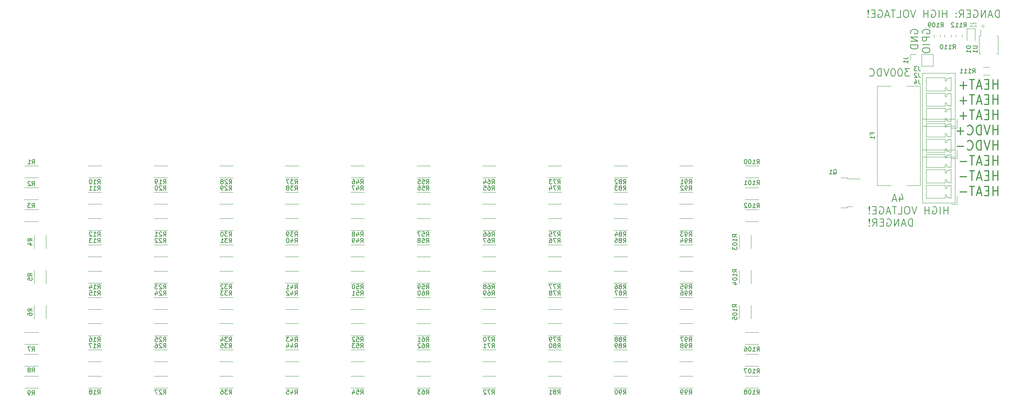
<source format=gbo>
%TF.GenerationSoftware,KiCad,Pcbnew,(5.1.9-0-10_14)*%
%TF.CreationDate,2022-11-21T01:50:29-05:00*%
%TF.ProjectId,5AhG3-12S,35416847-332d-4313-9253-2e6b69636164,rev?*%
%TF.SameCoordinates,Original*%
%TF.FileFunction,Legend,Bot*%
%TF.FilePolarity,Positive*%
%FSLAX46Y46*%
G04 Gerber Fmt 4.6, Leading zero omitted, Abs format (unit mm)*
G04 Created by KiCad (PCBNEW (5.1.9-0-10_14)) date 2022-11-21 01:50:29*
%MOMM*%
%LPD*%
G01*
G04 APERTURE LIST*
%ADD10C,0.200000*%
%ADD11C,0.120000*%
%ADD12C,0.250000*%
%ADD13C,0.150000*%
G04 APERTURE END LIST*
D10*
X301756190Y-121644047D02*
X301756190Y-119944047D01*
X301756190Y-120753571D02*
X300784761Y-120753571D01*
X300784761Y-121644047D02*
X300784761Y-119944047D01*
X299975238Y-121644047D02*
X299975238Y-119944047D01*
X298275238Y-120025000D02*
X298437142Y-119944047D01*
X298680000Y-119944047D01*
X298922857Y-120025000D01*
X299084761Y-120186904D01*
X299165714Y-120348809D01*
X299246666Y-120672619D01*
X299246666Y-120915476D01*
X299165714Y-121239285D01*
X299084761Y-121401190D01*
X298922857Y-121563095D01*
X298680000Y-121644047D01*
X298518095Y-121644047D01*
X298275238Y-121563095D01*
X298194285Y-121482142D01*
X298194285Y-120915476D01*
X298518095Y-120915476D01*
X297465714Y-121644047D02*
X297465714Y-119944047D01*
X297465714Y-120753571D02*
X296494285Y-120753571D01*
X296494285Y-121644047D02*
X296494285Y-119944047D01*
X294632380Y-119944047D02*
X294065714Y-121644047D01*
X293499047Y-119944047D01*
X292608571Y-119944047D02*
X292284761Y-119944047D01*
X292122857Y-120025000D01*
X291960952Y-120186904D01*
X291880000Y-120510714D01*
X291880000Y-121077380D01*
X291960952Y-121401190D01*
X292122857Y-121563095D01*
X292284761Y-121644047D01*
X292608571Y-121644047D01*
X292770476Y-121563095D01*
X292932380Y-121401190D01*
X293013333Y-121077380D01*
X293013333Y-120510714D01*
X292932380Y-120186904D01*
X292770476Y-120025000D01*
X292608571Y-119944047D01*
X290341904Y-121644047D02*
X291151428Y-121644047D01*
X291151428Y-119944047D01*
X290018095Y-119944047D02*
X289046666Y-119944047D01*
X289532380Y-121644047D02*
X289532380Y-119944047D01*
X288560952Y-121158333D02*
X287751428Y-121158333D01*
X288722857Y-121644047D02*
X288156190Y-119944047D01*
X287589523Y-121644047D01*
X286132380Y-120025000D02*
X286294285Y-119944047D01*
X286537142Y-119944047D01*
X286780000Y-120025000D01*
X286941904Y-120186904D01*
X287022857Y-120348809D01*
X287103809Y-120672619D01*
X287103809Y-120915476D01*
X287022857Y-121239285D01*
X286941904Y-121401190D01*
X286780000Y-121563095D01*
X286537142Y-121644047D01*
X286375238Y-121644047D01*
X286132380Y-121563095D01*
X286051428Y-121482142D01*
X286051428Y-120915476D01*
X286375238Y-120915476D01*
X285322857Y-120753571D02*
X284756190Y-120753571D01*
X284513333Y-121644047D02*
X285322857Y-121644047D01*
X285322857Y-119944047D01*
X284513333Y-119944047D01*
X283784761Y-121482142D02*
X283703809Y-121563095D01*
X283784761Y-121644047D01*
X283865714Y-121563095D01*
X283784761Y-121482142D01*
X283784761Y-121644047D01*
X283784761Y-120996428D02*
X283865714Y-120025000D01*
X283784761Y-119944047D01*
X283703809Y-120025000D01*
X283784761Y-120996428D01*
X283784761Y-119944047D01*
X293660952Y-124394047D02*
X293660952Y-122694047D01*
X293256190Y-122694047D01*
X293013333Y-122775000D01*
X292851428Y-122936904D01*
X292770476Y-123098809D01*
X292689523Y-123422619D01*
X292689523Y-123665476D01*
X292770476Y-123989285D01*
X292851428Y-124151190D01*
X293013333Y-124313095D01*
X293256190Y-124394047D01*
X293660952Y-124394047D01*
X292041904Y-123908333D02*
X291232380Y-123908333D01*
X292203809Y-124394047D02*
X291637142Y-122694047D01*
X291070476Y-124394047D01*
X290503809Y-124394047D02*
X290503809Y-122694047D01*
X289532380Y-124394047D01*
X289532380Y-122694047D01*
X287832380Y-122775000D02*
X287994285Y-122694047D01*
X288237142Y-122694047D01*
X288480000Y-122775000D01*
X288641904Y-122936904D01*
X288722857Y-123098809D01*
X288803809Y-123422619D01*
X288803809Y-123665476D01*
X288722857Y-123989285D01*
X288641904Y-124151190D01*
X288480000Y-124313095D01*
X288237142Y-124394047D01*
X288075238Y-124394047D01*
X287832380Y-124313095D01*
X287751428Y-124232142D01*
X287751428Y-123665476D01*
X288075238Y-123665476D01*
X287022857Y-123503571D02*
X286456190Y-123503571D01*
X286213333Y-124394047D02*
X287022857Y-124394047D01*
X287022857Y-122694047D01*
X286213333Y-122694047D01*
X284513333Y-124394047D02*
X285080000Y-123584523D01*
X285484761Y-124394047D02*
X285484761Y-122694047D01*
X284837142Y-122694047D01*
X284675238Y-122775000D01*
X284594285Y-122855952D01*
X284513333Y-123017857D01*
X284513333Y-123260714D01*
X284594285Y-123422619D01*
X284675238Y-123503571D01*
X284837142Y-123584523D01*
X285484761Y-123584523D01*
X283784761Y-124232142D02*
X283703809Y-124313095D01*
X283784761Y-124394047D01*
X283865714Y-124313095D01*
X283784761Y-124232142D01*
X283784761Y-124394047D01*
X283784761Y-123746428D02*
X283865714Y-122775000D01*
X283784761Y-122694047D01*
X283703809Y-122775000D01*
X283784761Y-123746428D01*
X283784761Y-122694047D01*
X313465238Y-76769047D02*
X313465238Y-75069047D01*
X313060476Y-75069047D01*
X312817619Y-75150000D01*
X312655714Y-75311904D01*
X312574761Y-75473809D01*
X312493809Y-75797619D01*
X312493809Y-76040476D01*
X312574761Y-76364285D01*
X312655714Y-76526190D01*
X312817619Y-76688095D01*
X313060476Y-76769047D01*
X313465238Y-76769047D01*
X311846190Y-76283333D02*
X311036666Y-76283333D01*
X312008095Y-76769047D02*
X311441428Y-75069047D01*
X310874761Y-76769047D01*
X310308095Y-76769047D02*
X310308095Y-75069047D01*
X309336666Y-76769047D01*
X309336666Y-75069047D01*
X307636666Y-75150000D02*
X307798571Y-75069047D01*
X308041428Y-75069047D01*
X308284285Y-75150000D01*
X308446190Y-75311904D01*
X308527142Y-75473809D01*
X308608095Y-75797619D01*
X308608095Y-76040476D01*
X308527142Y-76364285D01*
X308446190Y-76526190D01*
X308284285Y-76688095D01*
X308041428Y-76769047D01*
X307879523Y-76769047D01*
X307636666Y-76688095D01*
X307555714Y-76607142D01*
X307555714Y-76040476D01*
X307879523Y-76040476D01*
X306827142Y-75878571D02*
X306260476Y-75878571D01*
X306017619Y-76769047D02*
X306827142Y-76769047D01*
X306827142Y-75069047D01*
X306017619Y-75069047D01*
X304317619Y-76769047D02*
X304884285Y-75959523D01*
X305289047Y-76769047D02*
X305289047Y-75069047D01*
X304641428Y-75069047D01*
X304479523Y-75150000D01*
X304398571Y-75230952D01*
X304317619Y-75392857D01*
X304317619Y-75635714D01*
X304398571Y-75797619D01*
X304479523Y-75878571D01*
X304641428Y-75959523D01*
X305289047Y-75959523D01*
X303589047Y-76607142D02*
X303508095Y-76688095D01*
X303589047Y-76769047D01*
X303670000Y-76688095D01*
X303589047Y-76607142D01*
X303589047Y-76769047D01*
X303589047Y-75716666D02*
X303508095Y-75797619D01*
X303589047Y-75878571D01*
X303670000Y-75797619D01*
X303589047Y-75716666D01*
X303589047Y-75878571D01*
X301484285Y-76769047D02*
X301484285Y-75069047D01*
X301484285Y-75878571D02*
X300512857Y-75878571D01*
X300512857Y-76769047D02*
X300512857Y-75069047D01*
X299703333Y-76769047D02*
X299703333Y-75069047D01*
X298003333Y-75150000D02*
X298165238Y-75069047D01*
X298408095Y-75069047D01*
X298650952Y-75150000D01*
X298812857Y-75311904D01*
X298893809Y-75473809D01*
X298974761Y-75797619D01*
X298974761Y-76040476D01*
X298893809Y-76364285D01*
X298812857Y-76526190D01*
X298650952Y-76688095D01*
X298408095Y-76769047D01*
X298246190Y-76769047D01*
X298003333Y-76688095D01*
X297922380Y-76607142D01*
X297922380Y-76040476D01*
X298246190Y-76040476D01*
X297193809Y-76769047D02*
X297193809Y-75069047D01*
X297193809Y-75878571D02*
X296222380Y-75878571D01*
X296222380Y-76769047D02*
X296222380Y-75069047D01*
X294360476Y-75069047D02*
X293793809Y-76769047D01*
X293227142Y-75069047D01*
X292336666Y-75069047D02*
X292012857Y-75069047D01*
X291850952Y-75150000D01*
X291689047Y-75311904D01*
X291608095Y-75635714D01*
X291608095Y-76202380D01*
X291689047Y-76526190D01*
X291850952Y-76688095D01*
X292012857Y-76769047D01*
X292336666Y-76769047D01*
X292498571Y-76688095D01*
X292660476Y-76526190D01*
X292741428Y-76202380D01*
X292741428Y-75635714D01*
X292660476Y-75311904D01*
X292498571Y-75150000D01*
X292336666Y-75069047D01*
X290070000Y-76769047D02*
X290879523Y-76769047D01*
X290879523Y-75069047D01*
X289746190Y-75069047D02*
X288774761Y-75069047D01*
X289260476Y-76769047D02*
X289260476Y-75069047D01*
X288289047Y-76283333D02*
X287479523Y-76283333D01*
X288450952Y-76769047D02*
X287884285Y-75069047D01*
X287317619Y-76769047D01*
X285860476Y-75150000D02*
X286022380Y-75069047D01*
X286265238Y-75069047D01*
X286508095Y-75150000D01*
X286670000Y-75311904D01*
X286750952Y-75473809D01*
X286831904Y-75797619D01*
X286831904Y-76040476D01*
X286750952Y-76364285D01*
X286670000Y-76526190D01*
X286508095Y-76688095D01*
X286265238Y-76769047D01*
X286103333Y-76769047D01*
X285860476Y-76688095D01*
X285779523Y-76607142D01*
X285779523Y-76040476D01*
X286103333Y-76040476D01*
X285050952Y-75878571D02*
X284484285Y-75878571D01*
X284241428Y-76769047D02*
X285050952Y-76769047D01*
X285050952Y-75069047D01*
X284241428Y-75069047D01*
X283512857Y-76607142D02*
X283431904Y-76688095D01*
X283512857Y-76769047D01*
X283593809Y-76688095D01*
X283512857Y-76607142D01*
X283512857Y-76769047D01*
X283512857Y-76121428D02*
X283593809Y-75150000D01*
X283512857Y-75069047D01*
X283431904Y-75150000D01*
X283512857Y-76121428D01*
X283512857Y-75069047D01*
X290736666Y-117635714D02*
X290736666Y-118769047D01*
X291141428Y-116988095D02*
X291546190Y-118202380D01*
X290493809Y-118202380D01*
X289927142Y-118283333D02*
X289117619Y-118283333D01*
X290089047Y-118769047D02*
X289522380Y-117069047D01*
X288955714Y-118769047D01*
X293027142Y-88469047D02*
X291974761Y-88469047D01*
X292541428Y-89116666D01*
X292298571Y-89116666D01*
X292136666Y-89197619D01*
X292055714Y-89278571D01*
X291974761Y-89440476D01*
X291974761Y-89845238D01*
X292055714Y-90007142D01*
X292136666Y-90088095D01*
X292298571Y-90169047D01*
X292784285Y-90169047D01*
X292946190Y-90088095D01*
X293027142Y-90007142D01*
X290922380Y-88469047D02*
X290760476Y-88469047D01*
X290598571Y-88550000D01*
X290517619Y-88630952D01*
X290436666Y-88792857D01*
X290355714Y-89116666D01*
X290355714Y-89521428D01*
X290436666Y-89845238D01*
X290517619Y-90007142D01*
X290598571Y-90088095D01*
X290760476Y-90169047D01*
X290922380Y-90169047D01*
X291084285Y-90088095D01*
X291165238Y-90007142D01*
X291246190Y-89845238D01*
X291327142Y-89521428D01*
X291327142Y-89116666D01*
X291246190Y-88792857D01*
X291165238Y-88630952D01*
X291084285Y-88550000D01*
X290922380Y-88469047D01*
X289303333Y-88469047D02*
X289141428Y-88469047D01*
X288979523Y-88550000D01*
X288898571Y-88630952D01*
X288817619Y-88792857D01*
X288736666Y-89116666D01*
X288736666Y-89521428D01*
X288817619Y-89845238D01*
X288898571Y-90007142D01*
X288979523Y-90088095D01*
X289141428Y-90169047D01*
X289303333Y-90169047D01*
X289465238Y-90088095D01*
X289546190Y-90007142D01*
X289627142Y-89845238D01*
X289708095Y-89521428D01*
X289708095Y-89116666D01*
X289627142Y-88792857D01*
X289546190Y-88630952D01*
X289465238Y-88550000D01*
X289303333Y-88469047D01*
X288250952Y-88469047D02*
X287684285Y-90169047D01*
X287117619Y-88469047D01*
X286550952Y-90169047D02*
X286550952Y-88469047D01*
X286146190Y-88469047D01*
X285903333Y-88550000D01*
X285741428Y-88711904D01*
X285660476Y-88873809D01*
X285579523Y-89197619D01*
X285579523Y-89440476D01*
X285660476Y-89764285D01*
X285741428Y-89926190D01*
X285903333Y-90088095D01*
X286146190Y-90169047D01*
X286550952Y-90169047D01*
X283879523Y-90007142D02*
X283960476Y-90088095D01*
X284203333Y-90169047D01*
X284365238Y-90169047D01*
X284608095Y-90088095D01*
X284770000Y-89926190D01*
X284850952Y-89764285D01*
X284931904Y-89440476D01*
X284931904Y-89197619D01*
X284850952Y-88873809D01*
X284770000Y-88711904D01*
X284608095Y-88550000D01*
X284365238Y-88469047D01*
X284203333Y-88469047D01*
X283960476Y-88550000D01*
X283879523Y-88630952D01*
D11*
X310000000Y-78750000D02*
G75*
G03*
X310000000Y-78750000I-250000J0D01*
G01*
D10*
X293275000Y-80425238D02*
X293194047Y-80263333D01*
X293194047Y-80020476D01*
X293275000Y-79777619D01*
X293436904Y-79615714D01*
X293598809Y-79534761D01*
X293922619Y-79453809D01*
X294165476Y-79453809D01*
X294489285Y-79534761D01*
X294651190Y-79615714D01*
X294813095Y-79777619D01*
X294894047Y-80020476D01*
X294894047Y-80182380D01*
X294813095Y-80425238D01*
X294732142Y-80506190D01*
X294165476Y-80506190D01*
X294165476Y-80182380D01*
X294894047Y-81234761D02*
X293194047Y-81234761D01*
X294894047Y-82206190D01*
X293194047Y-82206190D01*
X294894047Y-83015714D02*
X293194047Y-83015714D01*
X293194047Y-83420476D01*
X293275000Y-83663333D01*
X293436904Y-83825238D01*
X293598809Y-83906190D01*
X293922619Y-83987142D01*
X294165476Y-83987142D01*
X294489285Y-83906190D01*
X294651190Y-83825238D01*
X294813095Y-83663333D01*
X294894047Y-83420476D01*
X294894047Y-83015714D01*
X296025000Y-80425238D02*
X295944047Y-80263333D01*
X295944047Y-80020476D01*
X296025000Y-79777619D01*
X296186904Y-79615714D01*
X296348809Y-79534761D01*
X296672619Y-79453809D01*
X296915476Y-79453809D01*
X297239285Y-79534761D01*
X297401190Y-79615714D01*
X297563095Y-79777619D01*
X297644047Y-80020476D01*
X297644047Y-80182380D01*
X297563095Y-80425238D01*
X297482142Y-80506190D01*
X296915476Y-80506190D01*
X296915476Y-80182380D01*
X297644047Y-81234761D02*
X295944047Y-81234761D01*
X295944047Y-81882380D01*
X296025000Y-82044285D01*
X296105952Y-82125238D01*
X296267857Y-82206190D01*
X296510714Y-82206190D01*
X296672619Y-82125238D01*
X296753571Y-82044285D01*
X296834523Y-81882380D01*
X296834523Y-81234761D01*
X297644047Y-82934761D02*
X295944047Y-82934761D01*
X295944047Y-84068095D02*
X295944047Y-84391904D01*
X296025000Y-84553809D01*
X296186904Y-84715714D01*
X296510714Y-84796666D01*
X297077380Y-84796666D01*
X297401190Y-84715714D01*
X297563095Y-84553809D01*
X297644047Y-84391904D01*
X297644047Y-84068095D01*
X297563095Y-83906190D01*
X297401190Y-83744285D01*
X297077380Y-83663333D01*
X296510714Y-83663333D01*
X296186904Y-83744285D01*
X296025000Y-83906190D01*
X295944047Y-84068095D01*
D12*
X313111309Y-93060119D02*
X313111309Y-90910119D01*
X313111309Y-91933928D02*
X311968452Y-91933928D01*
X311968452Y-93060119D02*
X311968452Y-90910119D01*
X311016071Y-91933928D02*
X310349404Y-91933928D01*
X310063690Y-93060119D02*
X311016071Y-93060119D01*
X311016071Y-90910119D01*
X310063690Y-90910119D01*
X309301785Y-92445833D02*
X308349404Y-92445833D01*
X309492261Y-93060119D02*
X308825595Y-90910119D01*
X308158928Y-93060119D01*
X307777976Y-90910119D02*
X306635119Y-90910119D01*
X307206547Y-93060119D02*
X307206547Y-90910119D01*
X305968452Y-92241071D02*
X304444642Y-92241071D01*
X305206547Y-93060119D02*
X305206547Y-91422023D01*
X313111309Y-96535119D02*
X313111309Y-94385119D01*
X313111309Y-95408928D02*
X311968452Y-95408928D01*
X311968452Y-96535119D02*
X311968452Y-94385119D01*
X311016071Y-95408928D02*
X310349404Y-95408928D01*
X310063690Y-96535119D02*
X311016071Y-96535119D01*
X311016071Y-94385119D01*
X310063690Y-94385119D01*
X309301785Y-95920833D02*
X308349404Y-95920833D01*
X309492261Y-96535119D02*
X308825595Y-94385119D01*
X308158928Y-96535119D01*
X307777976Y-94385119D02*
X306635119Y-94385119D01*
X307206547Y-96535119D02*
X307206547Y-94385119D01*
X305968452Y-95716071D02*
X304444642Y-95716071D01*
X305206547Y-96535119D02*
X305206547Y-94897023D01*
X313111309Y-100010119D02*
X313111309Y-97860119D01*
X313111309Y-98883928D02*
X311968452Y-98883928D01*
X311968452Y-100010119D02*
X311968452Y-97860119D01*
X311016071Y-98883928D02*
X310349404Y-98883928D01*
X310063690Y-100010119D02*
X311016071Y-100010119D01*
X311016071Y-97860119D01*
X310063690Y-97860119D01*
X309301785Y-99395833D02*
X308349404Y-99395833D01*
X309492261Y-100010119D02*
X308825595Y-97860119D01*
X308158928Y-100010119D01*
X307777976Y-97860119D02*
X306635119Y-97860119D01*
X307206547Y-100010119D02*
X307206547Y-97860119D01*
X305968452Y-99191071D02*
X304444642Y-99191071D01*
X305206547Y-100010119D02*
X305206547Y-98372023D01*
X313111309Y-103485119D02*
X313111309Y-101335119D01*
X313111309Y-102358928D02*
X311968452Y-102358928D01*
X311968452Y-103485119D02*
X311968452Y-101335119D01*
X311301785Y-101335119D02*
X310635119Y-103485119D01*
X309968452Y-101335119D01*
X309301785Y-103485119D02*
X309301785Y-101335119D01*
X308825595Y-101335119D01*
X308539880Y-101437500D01*
X308349404Y-101642261D01*
X308254166Y-101847023D01*
X308158928Y-102256547D01*
X308158928Y-102563690D01*
X308254166Y-102973214D01*
X308349404Y-103177976D01*
X308539880Y-103382738D01*
X308825595Y-103485119D01*
X309301785Y-103485119D01*
X306158928Y-103280357D02*
X306254166Y-103382738D01*
X306539880Y-103485119D01*
X306730357Y-103485119D01*
X307016071Y-103382738D01*
X307206547Y-103177976D01*
X307301785Y-102973214D01*
X307397023Y-102563690D01*
X307397023Y-102256547D01*
X307301785Y-101847023D01*
X307206547Y-101642261D01*
X307016071Y-101437500D01*
X306730357Y-101335119D01*
X306539880Y-101335119D01*
X306254166Y-101437500D01*
X306158928Y-101539880D01*
X305301785Y-102666071D02*
X303777976Y-102666071D01*
X304539880Y-103485119D02*
X304539880Y-101847023D01*
X313111309Y-106960119D02*
X313111309Y-104810119D01*
X313111309Y-105833928D02*
X311968452Y-105833928D01*
X311968452Y-106960119D02*
X311968452Y-104810119D01*
X311301785Y-104810119D02*
X310635119Y-106960119D01*
X309968452Y-104810119D01*
X309301785Y-106960119D02*
X309301785Y-104810119D01*
X308825595Y-104810119D01*
X308539880Y-104912500D01*
X308349404Y-105117261D01*
X308254166Y-105322023D01*
X308158928Y-105731547D01*
X308158928Y-106038690D01*
X308254166Y-106448214D01*
X308349404Y-106652976D01*
X308539880Y-106857738D01*
X308825595Y-106960119D01*
X309301785Y-106960119D01*
X306158928Y-106755357D02*
X306254166Y-106857738D01*
X306539880Y-106960119D01*
X306730357Y-106960119D01*
X307016071Y-106857738D01*
X307206547Y-106652976D01*
X307301785Y-106448214D01*
X307397023Y-106038690D01*
X307397023Y-105731547D01*
X307301785Y-105322023D01*
X307206547Y-105117261D01*
X307016071Y-104912500D01*
X306730357Y-104810119D01*
X306539880Y-104810119D01*
X306254166Y-104912500D01*
X306158928Y-105014880D01*
X305301785Y-106141071D02*
X303777976Y-106141071D01*
X313111309Y-110435119D02*
X313111309Y-108285119D01*
X313111309Y-109308928D02*
X311968452Y-109308928D01*
X311968452Y-110435119D02*
X311968452Y-108285119D01*
X311016071Y-109308928D02*
X310349404Y-109308928D01*
X310063690Y-110435119D02*
X311016071Y-110435119D01*
X311016071Y-108285119D01*
X310063690Y-108285119D01*
X309301785Y-109820833D02*
X308349404Y-109820833D01*
X309492261Y-110435119D02*
X308825595Y-108285119D01*
X308158928Y-110435119D01*
X307777976Y-108285119D02*
X306635119Y-108285119D01*
X307206547Y-110435119D02*
X307206547Y-108285119D01*
X305968452Y-109616071D02*
X304444642Y-109616071D01*
X313111309Y-113910119D02*
X313111309Y-111760119D01*
X313111309Y-112783928D02*
X311968452Y-112783928D01*
X311968452Y-113910119D02*
X311968452Y-111760119D01*
X311016071Y-112783928D02*
X310349404Y-112783928D01*
X310063690Y-113910119D02*
X311016071Y-113910119D01*
X311016071Y-111760119D01*
X310063690Y-111760119D01*
X309301785Y-113295833D02*
X308349404Y-113295833D01*
X309492261Y-113910119D02*
X308825595Y-111760119D01*
X308158928Y-113910119D01*
X307777976Y-111760119D02*
X306635119Y-111760119D01*
X307206547Y-113910119D02*
X307206547Y-111760119D01*
X305968452Y-113091071D02*
X304444642Y-113091071D01*
X313111309Y-117385119D02*
X313111309Y-115235119D01*
X313111309Y-116258928D02*
X311968452Y-116258928D01*
X311968452Y-117385119D02*
X311968452Y-115235119D01*
X311016071Y-116258928D02*
X310349404Y-116258928D01*
X310063690Y-117385119D02*
X311016071Y-117385119D01*
X311016071Y-115235119D01*
X310063690Y-115235119D01*
X309301785Y-116770833D02*
X308349404Y-116770833D01*
X309492261Y-117385119D02*
X308825595Y-115235119D01*
X308158928Y-117385119D01*
X307777976Y-115235119D02*
X306635119Y-115235119D01*
X307206547Y-117385119D02*
X307206547Y-115235119D01*
X305968452Y-116566071D02*
X304444642Y-116566071D01*
D11*
X306750000Y-78000000D02*
X308250000Y-78000000D01*
X307500000Y-78000000D02*
X308250000Y-78750000D01*
X306750000Y-78750000D02*
X307500000Y-78000000D01*
X308250000Y-78750000D02*
X306750000Y-78750000D01*
%TO.C,R2*%
X94027064Y-115640000D02*
X90972936Y-115640000D01*
X94027064Y-118360000D02*
X90972936Y-118360000D01*
%TO.C,R6*%
X93140000Y-142472936D02*
X93140000Y-145527064D01*
X95860000Y-142472936D02*
X95860000Y-145527064D01*
%TO.C,R12*%
X105472936Y-125360000D02*
X108527064Y-125360000D01*
X105472936Y-122640000D02*
X108527064Y-122640000D01*
%TO.C,R20*%
X123527064Y-116640000D02*
X120472936Y-116640000D01*
X123527064Y-119360000D02*
X120472936Y-119360000D01*
%TO.C,R29*%
X138527064Y-119360000D02*
X135472936Y-119360000D01*
X138527064Y-116640000D02*
X135472936Y-116640000D01*
%TO.C,R40*%
X153527064Y-128640000D02*
X150472936Y-128640000D01*
X153527064Y-131360000D02*
X150472936Y-131360000D01*
%TO.C,R53*%
X168527064Y-155360000D02*
X165472936Y-155360000D01*
X168527064Y-152640000D02*
X165472936Y-152640000D01*
%TO.C,R67*%
X198527064Y-131360000D02*
X195472936Y-131360000D01*
X198527064Y-128640000D02*
X195472936Y-128640000D01*
%TO.C,R95*%
X240472936Y-134640000D02*
X243527064Y-134640000D01*
X240472936Y-137360000D02*
X243527064Y-137360000D01*
%TO.C,R1*%
X90972936Y-110640000D02*
X94027064Y-110640000D01*
X90972936Y-113360000D02*
X94027064Y-113360000D01*
%TO.C,R3*%
X90972936Y-120640000D02*
X94027064Y-120640000D01*
X90972936Y-123360000D02*
X94027064Y-123360000D01*
%TO.C,R4*%
X93140000Y-126472936D02*
X93140000Y-129527064D01*
X95860000Y-126472936D02*
X95860000Y-129527064D01*
%TO.C,R5*%
X95860000Y-134472936D02*
X95860000Y-137527064D01*
X93140000Y-134472936D02*
X93140000Y-137527064D01*
%TO.C,R7*%
X94027064Y-151360000D02*
X90972936Y-151360000D01*
X94027064Y-148640000D02*
X90972936Y-148640000D01*
%TO.C,R8*%
X90972936Y-156360000D02*
X94027064Y-156360000D01*
X90972936Y-153640000D02*
X94027064Y-153640000D01*
%TO.C,R9*%
X94027064Y-161360000D02*
X90972936Y-161360000D01*
X94027064Y-158640000D02*
X90972936Y-158640000D01*
%TO.C,R10*%
X105472936Y-113360000D02*
X108527064Y-113360000D01*
X105472936Y-110640000D02*
X108527064Y-110640000D01*
%TO.C,R11*%
X108527064Y-119360000D02*
X105472936Y-119360000D01*
X108527064Y-116640000D02*
X105472936Y-116640000D01*
%TO.C,R13*%
X108527064Y-131360000D02*
X105472936Y-131360000D01*
X108527064Y-128640000D02*
X105472936Y-128640000D01*
%TO.C,R14*%
X105472936Y-137360000D02*
X108527064Y-137360000D01*
X105472936Y-134640000D02*
X108527064Y-134640000D01*
%TO.C,R15*%
X108527064Y-143360000D02*
X105472936Y-143360000D01*
X108527064Y-140640000D02*
X105472936Y-140640000D01*
%TO.C,R16*%
X105472936Y-149360000D02*
X108527064Y-149360000D01*
X105472936Y-146640000D02*
X108527064Y-146640000D01*
%TO.C,R17*%
X108527064Y-155360000D02*
X105472936Y-155360000D01*
X108527064Y-152640000D02*
X105472936Y-152640000D01*
%TO.C,R18*%
X105472936Y-161360000D02*
X108527064Y-161360000D01*
X105472936Y-158640000D02*
X108527064Y-158640000D01*
%TO.C,R19*%
X120472936Y-110640000D02*
X123527064Y-110640000D01*
X120472936Y-113360000D02*
X123527064Y-113360000D01*
%TO.C,R21*%
X120472936Y-122640000D02*
X123527064Y-122640000D01*
X120472936Y-125360000D02*
X123527064Y-125360000D01*
%TO.C,R22*%
X123527064Y-128640000D02*
X120472936Y-128640000D01*
X123527064Y-131360000D02*
X120472936Y-131360000D01*
%TO.C,R23*%
X120472936Y-134640000D02*
X123527064Y-134640000D01*
X120472936Y-137360000D02*
X123527064Y-137360000D01*
%TO.C,R24*%
X123527064Y-140640000D02*
X120472936Y-140640000D01*
X123527064Y-143360000D02*
X120472936Y-143360000D01*
%TO.C,R25*%
X120472936Y-146640000D02*
X123527064Y-146640000D01*
X120472936Y-149360000D02*
X123527064Y-149360000D01*
%TO.C,R26*%
X123527064Y-152640000D02*
X120472936Y-152640000D01*
X123527064Y-155360000D02*
X120472936Y-155360000D01*
%TO.C,R27*%
X120472936Y-158640000D02*
X123527064Y-158640000D01*
X120472936Y-161360000D02*
X123527064Y-161360000D01*
%TO.C,R28*%
X135472936Y-113360000D02*
X138527064Y-113360000D01*
X135472936Y-110640000D02*
X138527064Y-110640000D01*
%TO.C,R30*%
X135472936Y-125360000D02*
X138527064Y-125360000D01*
X135472936Y-122640000D02*
X138527064Y-122640000D01*
%TO.C,R31*%
X138527064Y-131360000D02*
X135472936Y-131360000D01*
X138527064Y-128640000D02*
X135472936Y-128640000D01*
%TO.C,R32*%
X135472936Y-137360000D02*
X138527064Y-137360000D01*
X135472936Y-134640000D02*
X138527064Y-134640000D01*
%TO.C,R33*%
X138527064Y-143360000D02*
X135472936Y-143360000D01*
X138527064Y-140640000D02*
X135472936Y-140640000D01*
%TO.C,R34*%
X135472936Y-149360000D02*
X138527064Y-149360000D01*
X135472936Y-146640000D02*
X138527064Y-146640000D01*
%TO.C,R35*%
X138527064Y-155360000D02*
X135472936Y-155360000D01*
X138527064Y-152640000D02*
X135472936Y-152640000D01*
%TO.C,R36*%
X135472936Y-161360000D02*
X138527064Y-161360000D01*
X135472936Y-158640000D02*
X138527064Y-158640000D01*
%TO.C,R37*%
X150472936Y-110640000D02*
X153527064Y-110640000D01*
X150472936Y-113360000D02*
X153527064Y-113360000D01*
%TO.C,R38*%
X153527064Y-116640000D02*
X150472936Y-116640000D01*
X153527064Y-119360000D02*
X150472936Y-119360000D01*
%TO.C,R39*%
X150472936Y-122640000D02*
X153527064Y-122640000D01*
X150472936Y-125360000D02*
X153527064Y-125360000D01*
%TO.C,R41*%
X150472936Y-134640000D02*
X153527064Y-134640000D01*
X150472936Y-137360000D02*
X153527064Y-137360000D01*
%TO.C,R42*%
X153527064Y-140640000D02*
X150472936Y-140640000D01*
X153527064Y-143360000D02*
X150472936Y-143360000D01*
%TO.C,R43*%
X150472936Y-146640000D02*
X153527064Y-146640000D01*
X150472936Y-149360000D02*
X153527064Y-149360000D01*
%TO.C,R44*%
X153527064Y-152640000D02*
X150472936Y-152640000D01*
X153527064Y-155360000D02*
X150472936Y-155360000D01*
%TO.C,R45*%
X150472936Y-158640000D02*
X153527064Y-158640000D01*
X150472936Y-161360000D02*
X153527064Y-161360000D01*
%TO.C,R46*%
X165472936Y-113360000D02*
X168527064Y-113360000D01*
X165472936Y-110640000D02*
X168527064Y-110640000D01*
%TO.C,R47*%
X168527064Y-119360000D02*
X165472936Y-119360000D01*
X168527064Y-116640000D02*
X165472936Y-116640000D01*
%TO.C,R48*%
X165472936Y-125360000D02*
X168527064Y-125360000D01*
X165472936Y-122640000D02*
X168527064Y-122640000D01*
%TO.C,R49*%
X168527064Y-131360000D02*
X165472936Y-131360000D01*
X168527064Y-128640000D02*
X165472936Y-128640000D01*
%TO.C,R50*%
X165472936Y-137360000D02*
X168527064Y-137360000D01*
X165472936Y-134640000D02*
X168527064Y-134640000D01*
%TO.C,R51*%
X168527064Y-143360000D02*
X165472936Y-143360000D01*
X168527064Y-140640000D02*
X165472936Y-140640000D01*
%TO.C,R52*%
X165472936Y-149360000D02*
X168527064Y-149360000D01*
X165472936Y-146640000D02*
X168527064Y-146640000D01*
%TO.C,R54*%
X165472936Y-161360000D02*
X168527064Y-161360000D01*
X165472936Y-158640000D02*
X168527064Y-158640000D01*
%TO.C,R55*%
X180472936Y-110640000D02*
X183527064Y-110640000D01*
X180472936Y-113360000D02*
X183527064Y-113360000D01*
%TO.C,R56*%
X183527064Y-116640000D02*
X180472936Y-116640000D01*
X183527064Y-119360000D02*
X180472936Y-119360000D01*
%TO.C,R57*%
X180472936Y-122640000D02*
X183527064Y-122640000D01*
X180472936Y-125360000D02*
X183527064Y-125360000D01*
%TO.C,R58*%
X183527064Y-128640000D02*
X180472936Y-128640000D01*
X183527064Y-131360000D02*
X180472936Y-131360000D01*
%TO.C,R59*%
X180472936Y-134640000D02*
X183527064Y-134640000D01*
X180472936Y-137360000D02*
X183527064Y-137360000D01*
%TO.C,R60*%
X183527064Y-140640000D02*
X180472936Y-140640000D01*
X183527064Y-143360000D02*
X180472936Y-143360000D01*
%TO.C,R61*%
X180472936Y-146640000D02*
X183527064Y-146640000D01*
X180472936Y-149360000D02*
X183527064Y-149360000D01*
%TO.C,R62*%
X183527064Y-152640000D02*
X180472936Y-152640000D01*
X183527064Y-155360000D02*
X180472936Y-155360000D01*
%TO.C,R63*%
X180472936Y-158640000D02*
X183527064Y-158640000D01*
X180472936Y-161360000D02*
X183527064Y-161360000D01*
%TO.C,R64*%
X195472936Y-113360000D02*
X198527064Y-113360000D01*
X195472936Y-110640000D02*
X198527064Y-110640000D01*
%TO.C,R65*%
X198527064Y-119360000D02*
X195472936Y-119360000D01*
X198527064Y-116640000D02*
X195472936Y-116640000D01*
%TO.C,R66*%
X195472936Y-125360000D02*
X198527064Y-125360000D01*
X195472936Y-122640000D02*
X198527064Y-122640000D01*
%TO.C,R68*%
X195472936Y-137360000D02*
X198527064Y-137360000D01*
X195472936Y-134640000D02*
X198527064Y-134640000D01*
%TO.C,R69*%
X198527064Y-143360000D02*
X195472936Y-143360000D01*
X198527064Y-140640000D02*
X195472936Y-140640000D01*
%TO.C,R70*%
X195472936Y-149360000D02*
X198527064Y-149360000D01*
X195472936Y-146640000D02*
X198527064Y-146640000D01*
%TO.C,R71*%
X198527064Y-155360000D02*
X195472936Y-155360000D01*
X198527064Y-152640000D02*
X195472936Y-152640000D01*
%TO.C,R72*%
X195472936Y-161360000D02*
X198527064Y-161360000D01*
X195472936Y-158640000D02*
X198527064Y-158640000D01*
%TO.C,R73*%
X210472936Y-110640000D02*
X213527064Y-110640000D01*
X210472936Y-113360000D02*
X213527064Y-113360000D01*
%TO.C,R74*%
X213527064Y-116640000D02*
X210472936Y-116640000D01*
X213527064Y-119360000D02*
X210472936Y-119360000D01*
%TO.C,R75*%
X210472936Y-122640000D02*
X213527064Y-122640000D01*
X210472936Y-125360000D02*
X213527064Y-125360000D01*
%TO.C,R76*%
X213527064Y-128640000D02*
X210472936Y-128640000D01*
X213527064Y-131360000D02*
X210472936Y-131360000D01*
%TO.C,R77*%
X210472936Y-134640000D02*
X213527064Y-134640000D01*
X210472936Y-137360000D02*
X213527064Y-137360000D01*
%TO.C,R78*%
X213527064Y-140640000D02*
X210472936Y-140640000D01*
X213527064Y-143360000D02*
X210472936Y-143360000D01*
%TO.C,R79*%
X210472936Y-146640000D02*
X213527064Y-146640000D01*
X210472936Y-149360000D02*
X213527064Y-149360000D01*
%TO.C,R80*%
X213527064Y-152640000D02*
X210472936Y-152640000D01*
X213527064Y-155360000D02*
X210472936Y-155360000D01*
%TO.C,R81*%
X210472936Y-158640000D02*
X213527064Y-158640000D01*
X210472936Y-161360000D02*
X213527064Y-161360000D01*
%TO.C,R82*%
X225472936Y-113360000D02*
X228527064Y-113360000D01*
X225472936Y-110640000D02*
X228527064Y-110640000D01*
%TO.C,R83*%
X228527064Y-119360000D02*
X225472936Y-119360000D01*
X228527064Y-116640000D02*
X225472936Y-116640000D01*
%TO.C,R84*%
X225472936Y-125360000D02*
X228527064Y-125360000D01*
X225472936Y-122640000D02*
X228527064Y-122640000D01*
%TO.C,R85*%
X228527064Y-131360000D02*
X225472936Y-131360000D01*
X228527064Y-128640000D02*
X225472936Y-128640000D01*
%TO.C,R86*%
X225472936Y-137360000D02*
X228527064Y-137360000D01*
X225472936Y-134640000D02*
X228527064Y-134640000D01*
%TO.C,R87*%
X228552065Y-143360000D02*
X225497937Y-143360000D01*
X228552065Y-140640000D02*
X225497937Y-140640000D01*
%TO.C,R88*%
X225472936Y-149360000D02*
X228527064Y-149360000D01*
X225472936Y-146640000D02*
X228527064Y-146640000D01*
%TO.C,R89*%
X228527064Y-155360000D02*
X225472936Y-155360000D01*
X228527064Y-152640000D02*
X225472936Y-152640000D01*
%TO.C,R90*%
X225472936Y-161360000D02*
X228527064Y-161360000D01*
X225472936Y-158640000D02*
X228527064Y-158640000D01*
%TO.C,R91*%
X240472936Y-110640000D02*
X243527064Y-110640000D01*
X240472936Y-113360000D02*
X243527064Y-113360000D01*
%TO.C,R92*%
X243527064Y-116640000D02*
X240472936Y-116640000D01*
X243527064Y-119360000D02*
X240472936Y-119360000D01*
%TO.C,R93*%
X240472936Y-122640000D02*
X243527064Y-122640000D01*
X240472936Y-125360000D02*
X243527064Y-125360000D01*
%TO.C,R94*%
X243527064Y-128640000D02*
X240472936Y-128640000D01*
X243527064Y-131360000D02*
X240472936Y-131360000D01*
%TO.C,R96*%
X243527064Y-140640000D02*
X240472936Y-140640000D01*
X243527064Y-143360000D02*
X240472936Y-143360000D01*
%TO.C,R97*%
X240472936Y-146640000D02*
X243527064Y-146640000D01*
X240472936Y-149360000D02*
X243527064Y-149360000D01*
%TO.C,R98*%
X243527064Y-152640000D02*
X240472936Y-152640000D01*
X243527064Y-155360000D02*
X240472936Y-155360000D01*
%TO.C,R99*%
X240472936Y-158640000D02*
X243527064Y-158640000D01*
X240472936Y-161360000D02*
X243527064Y-161360000D01*
%TO.C,R100*%
X258527064Y-110640000D02*
X255472936Y-110640000D01*
X258527064Y-113360000D02*
X255472936Y-113360000D01*
%TO.C,R101*%
X255472936Y-115640000D02*
X258527064Y-115640000D01*
X255472936Y-118360000D02*
X258527064Y-118360000D01*
%TO.C,R102*%
X258527064Y-120640000D02*
X255472936Y-120640000D01*
X258527064Y-123360000D02*
X255472936Y-123360000D01*
%TO.C,R103*%
X256787500Y-126472936D02*
X256787500Y-129527064D01*
X254067500Y-126472936D02*
X254067500Y-129527064D01*
%TO.C,R104*%
X254067500Y-134472936D02*
X254067500Y-137527064D01*
X256787500Y-134472936D02*
X256787500Y-137527064D01*
%TO.C,R105*%
X256787500Y-142472936D02*
X256787500Y-145527064D01*
X254067500Y-142472936D02*
X254067500Y-145527064D01*
%TO.C,R106*%
X255472936Y-151360000D02*
X258527064Y-151360000D01*
X255472936Y-148640000D02*
X258527064Y-148640000D01*
%TO.C,R107*%
X258527064Y-156360000D02*
X255472936Y-156360000D01*
X258527064Y-153640000D02*
X255472936Y-153640000D01*
%TO.C,R108*%
X255472936Y-161360000D02*
X258527064Y-161360000D01*
X255472936Y-158640000D02*
X258527064Y-158640000D01*
%TO.C,R109*%
X299985000Y-81227064D02*
X299985000Y-80772936D01*
X298515000Y-81227064D02*
X298515000Y-80772936D01*
%TO.C,R110*%
X301015000Y-81227064D02*
X301015000Y-80772936D01*
X302485000Y-81227064D02*
X302485000Y-80772936D01*
%TO.C,U1*%
X313160000Y-83000000D02*
X313160000Y-85010000D01*
X313160000Y-85010000D02*
X312805000Y-85010000D01*
X313160000Y-83000000D02*
X313160000Y-80990000D01*
X313160000Y-80990000D02*
X312805000Y-80990000D01*
X308840000Y-83000000D02*
X308840000Y-85010000D01*
X308840000Y-85010000D02*
X309195000Y-85010000D01*
X308840000Y-83000000D02*
X308840000Y-80990000D01*
X308840000Y-80990000D02*
X309195000Y-80990000D01*
X309195000Y-80990000D02*
X309195000Y-79525000D01*
%TO.C,D1*%
X307960000Y-79315000D02*
X307960000Y-82000000D01*
X306040000Y-79315000D02*
X307960000Y-79315000D01*
X306040000Y-82000000D02*
X306040000Y-79315000D01*
%TO.C,F1*%
X295410000Y-92390000D02*
X292250000Y-92390000D01*
X295410000Y-92390000D02*
X295410000Y-115110000D01*
X285590000Y-92390000D02*
X285590000Y-115110000D01*
X288750000Y-92390000D02*
X285590000Y-92390000D01*
X288750000Y-115110000D02*
X285590000Y-115110000D01*
X295410000Y-115110000D02*
X292250000Y-115110000D01*
%TO.C,J3*%
X303750000Y-101950000D02*
X303750000Y-99950000D01*
X302500000Y-101950000D02*
X303750000Y-101950000D01*
X296750000Y-90500000D02*
X296750000Y-91250000D01*
X301050000Y-90500000D02*
X296750000Y-90500000D01*
X301050000Y-91250000D02*
X301050000Y-90500000D01*
X301400000Y-91250000D02*
X301050000Y-91250000D01*
X301400000Y-90750000D02*
X301400000Y-91250000D01*
X302400000Y-90500000D02*
X301400000Y-90750000D01*
X302400000Y-93500000D02*
X302400000Y-90500000D01*
X301400000Y-93250000D02*
X302400000Y-93500000D01*
X301400000Y-92750000D02*
X301400000Y-93250000D01*
X301050000Y-92750000D02*
X301400000Y-92750000D01*
X301050000Y-93500000D02*
X301050000Y-92750000D01*
X296750000Y-93500000D02*
X301050000Y-93500000D01*
X296750000Y-92750000D02*
X296750000Y-93500000D01*
X296750000Y-94000000D02*
X296750000Y-94750000D01*
X301050000Y-94000000D02*
X296750000Y-94000000D01*
X301050000Y-94750000D02*
X301050000Y-94000000D01*
X301400000Y-94750000D02*
X301050000Y-94750000D01*
X301400000Y-94250000D02*
X301400000Y-94750000D01*
X302400000Y-94000000D02*
X301400000Y-94250000D01*
X302400000Y-97000000D02*
X302400000Y-94000000D01*
X301400000Y-96750000D02*
X302400000Y-97000000D01*
X301400000Y-96250000D02*
X301400000Y-96750000D01*
X301050000Y-96250000D02*
X301400000Y-96250000D01*
X301050000Y-97000000D02*
X301050000Y-96250000D01*
X296750000Y-97000000D02*
X301050000Y-97000000D01*
X296750000Y-96250000D02*
X296750000Y-97000000D01*
X296750000Y-97500000D02*
X296750000Y-98250000D01*
X301050000Y-97500000D02*
X296750000Y-97500000D01*
X301050000Y-98250000D02*
X301050000Y-97500000D01*
X301400000Y-98250000D02*
X301050000Y-98250000D01*
X301400000Y-97750000D02*
X301400000Y-98250000D01*
X302400000Y-97500000D02*
X301400000Y-97750000D01*
X302400000Y-100500000D02*
X302400000Y-97500000D01*
X301400000Y-100250000D02*
X302400000Y-100500000D01*
X301400000Y-99750000D02*
X301400000Y-100250000D01*
X301050000Y-99750000D02*
X301400000Y-99750000D01*
X301050000Y-100500000D02*
X301050000Y-99750000D01*
X296750000Y-100500000D02*
X301050000Y-100500000D01*
X296750000Y-99750000D02*
X296750000Y-100500000D01*
X303360000Y-89440000D02*
X303360000Y-101560000D01*
X295890000Y-89440000D02*
X303360000Y-89440000D01*
X295890000Y-101560000D02*
X295890000Y-89440000D01*
X303360000Y-101560000D02*
X295890000Y-101560000D01*
X296750155Y-98250353D02*
G75*
G02*
X296750000Y-99750000I-1700155J-749647D01*
G01*
X296750155Y-94750353D02*
G75*
G02*
X296750000Y-96250000I-1700155J-749647D01*
G01*
X296750155Y-91250353D02*
G75*
G02*
X296750000Y-92750000I-1700155J-749647D01*
G01*
%TO.C,J4*%
X303360000Y-119060000D02*
X295890000Y-119060000D01*
X295890000Y-119060000D02*
X295890000Y-106940000D01*
X295890000Y-106940000D02*
X303360000Y-106940000D01*
X303360000Y-106940000D02*
X303360000Y-119060000D01*
X296750000Y-117250000D02*
X296750000Y-118000000D01*
X296750000Y-118000000D02*
X301050000Y-118000000D01*
X301050000Y-118000000D02*
X301050000Y-117250000D01*
X301050000Y-117250000D02*
X301400000Y-117250000D01*
X301400000Y-117250000D02*
X301400000Y-117750000D01*
X301400000Y-117750000D02*
X302400000Y-118000000D01*
X302400000Y-118000000D02*
X302400000Y-115000000D01*
X302400000Y-115000000D02*
X301400000Y-115250000D01*
X301400000Y-115250000D02*
X301400000Y-115750000D01*
X301400000Y-115750000D02*
X301050000Y-115750000D01*
X301050000Y-115750000D02*
X301050000Y-115000000D01*
X301050000Y-115000000D02*
X296750000Y-115000000D01*
X296750000Y-115000000D02*
X296750000Y-115750000D01*
X296750000Y-113750000D02*
X296750000Y-114500000D01*
X296750000Y-114500000D02*
X301050000Y-114500000D01*
X301050000Y-114500000D02*
X301050000Y-113750000D01*
X301050000Y-113750000D02*
X301400000Y-113750000D01*
X301400000Y-113750000D02*
X301400000Y-114250000D01*
X301400000Y-114250000D02*
X302400000Y-114500000D01*
X302400000Y-114500000D02*
X302400000Y-111500000D01*
X302400000Y-111500000D02*
X301400000Y-111750000D01*
X301400000Y-111750000D02*
X301400000Y-112250000D01*
X301400000Y-112250000D02*
X301050000Y-112250000D01*
X301050000Y-112250000D02*
X301050000Y-111500000D01*
X301050000Y-111500000D02*
X296750000Y-111500000D01*
X296750000Y-111500000D02*
X296750000Y-112250000D01*
X296750000Y-110250000D02*
X296750000Y-111000000D01*
X296750000Y-111000000D02*
X301050000Y-111000000D01*
X301050000Y-111000000D02*
X301050000Y-110250000D01*
X301050000Y-110250000D02*
X301400000Y-110250000D01*
X301400000Y-110250000D02*
X301400000Y-110750000D01*
X301400000Y-110750000D02*
X302400000Y-111000000D01*
X302400000Y-111000000D02*
X302400000Y-108000000D01*
X302400000Y-108000000D02*
X301400000Y-108250000D01*
X301400000Y-108250000D02*
X301400000Y-108750000D01*
X301400000Y-108750000D02*
X301050000Y-108750000D01*
X301050000Y-108750000D02*
X301050000Y-108000000D01*
X301050000Y-108000000D02*
X296750000Y-108000000D01*
X296750000Y-108000000D02*
X296750000Y-108750000D01*
X302500000Y-119450000D02*
X303750000Y-119450000D01*
X303750000Y-119450000D02*
X303750000Y-117450000D01*
X296750155Y-108750353D02*
G75*
G02*
X296750000Y-110250000I-1700155J-749647D01*
G01*
X296750155Y-112250353D02*
G75*
G02*
X296750000Y-113750000I-1700155J-749647D01*
G01*
X296750155Y-115750353D02*
G75*
G02*
X296750000Y-117250000I-1700155J-749647D01*
G01*
%TO.C,Q1*%
X278820000Y-119930000D02*
X279920000Y-119930000D01*
X278820000Y-120200000D02*
X278820000Y-119930000D01*
X277320000Y-120200000D02*
X278820000Y-120200000D01*
X278820000Y-113570000D02*
X281650000Y-113570000D01*
X278820000Y-113300000D02*
X278820000Y-113570000D01*
X277320000Y-113300000D02*
X278820000Y-113300000D01*
%TO.C,R111*%
X309772936Y-88090000D02*
X311227064Y-88090000D01*
X309772936Y-89910000D02*
X311227064Y-89910000D01*
%TO.C,R112*%
X304985000Y-80772936D02*
X304985000Y-81227064D01*
X303515000Y-80772936D02*
X303515000Y-81227064D01*
%TO.C,J1*%
X298370000Y-85170000D02*
X298370000Y-87830000D01*
X295770000Y-85170000D02*
X298370000Y-85170000D01*
X295770000Y-87830000D02*
X298370000Y-87830000D01*
X295770000Y-85170000D02*
X295770000Y-87830000D01*
X294500000Y-85170000D02*
X293170000Y-85170000D01*
X293170000Y-85170000D02*
X293170000Y-86500000D01*
%TO.C,J2*%
X303360000Y-108560000D02*
X295890000Y-108560000D01*
X295890000Y-108560000D02*
X295890000Y-99940000D01*
X295890000Y-99940000D02*
X303360000Y-99940000D01*
X303360000Y-99940000D02*
X303360000Y-108560000D01*
X296750000Y-106750000D02*
X296750000Y-107500000D01*
X296750000Y-107500000D02*
X301050000Y-107500000D01*
X301050000Y-107500000D02*
X301050000Y-106750000D01*
X301050000Y-106750000D02*
X301400000Y-106750000D01*
X301400000Y-106750000D02*
X301400000Y-107250000D01*
X301400000Y-107250000D02*
X302400000Y-107500000D01*
X302400000Y-107500000D02*
X302400000Y-104500000D01*
X302400000Y-104500000D02*
X301400000Y-104750000D01*
X301400000Y-104750000D02*
X301400000Y-105250000D01*
X301400000Y-105250000D02*
X301050000Y-105250000D01*
X301050000Y-105250000D02*
X301050000Y-104500000D01*
X301050000Y-104500000D02*
X296750000Y-104500000D01*
X296750000Y-104500000D02*
X296750000Y-105250000D01*
X296750000Y-103250000D02*
X296750000Y-104000000D01*
X296750000Y-104000000D02*
X301050000Y-104000000D01*
X301050000Y-104000000D02*
X301050000Y-103250000D01*
X301050000Y-103250000D02*
X301400000Y-103250000D01*
X301400000Y-103250000D02*
X301400000Y-103750000D01*
X301400000Y-103750000D02*
X302400000Y-104000000D01*
X302400000Y-104000000D02*
X302400000Y-101000000D01*
X302400000Y-101000000D02*
X301400000Y-101250000D01*
X301400000Y-101250000D02*
X301400000Y-101750000D01*
X301400000Y-101750000D02*
X301050000Y-101750000D01*
X301050000Y-101750000D02*
X301050000Y-101000000D01*
X301050000Y-101000000D02*
X296750000Y-101000000D01*
X296750000Y-101000000D02*
X296750000Y-101750000D01*
X302500000Y-108950000D02*
X303750000Y-108950000D01*
X303750000Y-108950000D02*
X303750000Y-106950000D01*
X296750155Y-105250353D02*
G75*
G02*
X296750000Y-106750000I-1700155J-749647D01*
G01*
X296750155Y-101750353D02*
G75*
G02*
X296750000Y-103250000I-1700155J-749647D01*
G01*
%TO.C,R2*%
D13*
X92666666Y-115172380D02*
X93000000Y-114696190D01*
X93238095Y-115172380D02*
X93238095Y-114172380D01*
X92857142Y-114172380D01*
X92761904Y-114220000D01*
X92714285Y-114267619D01*
X92666666Y-114362857D01*
X92666666Y-114505714D01*
X92714285Y-114600952D01*
X92761904Y-114648571D01*
X92857142Y-114696190D01*
X93238095Y-114696190D01*
X92285714Y-114267619D02*
X92238095Y-114220000D01*
X92142857Y-114172380D01*
X91904761Y-114172380D01*
X91809523Y-114220000D01*
X91761904Y-114267619D01*
X91714285Y-114362857D01*
X91714285Y-114458095D01*
X91761904Y-114600952D01*
X92333333Y-115172380D01*
X91714285Y-115172380D01*
%TO.C,R6*%
X92672380Y-143833333D02*
X92196190Y-143500000D01*
X92672380Y-143261904D02*
X91672380Y-143261904D01*
X91672380Y-143642857D01*
X91720000Y-143738095D01*
X91767619Y-143785714D01*
X91862857Y-143833333D01*
X92005714Y-143833333D01*
X92100952Y-143785714D01*
X92148571Y-143738095D01*
X92196190Y-143642857D01*
X92196190Y-143261904D01*
X91672380Y-144690476D02*
X91672380Y-144500000D01*
X91720000Y-144404761D01*
X91767619Y-144357142D01*
X91910476Y-144261904D01*
X92100952Y-144214285D01*
X92481904Y-144214285D01*
X92577142Y-144261904D01*
X92624761Y-144309523D01*
X92672380Y-144404761D01*
X92672380Y-144595238D01*
X92624761Y-144690476D01*
X92577142Y-144738095D01*
X92481904Y-144785714D01*
X92243809Y-144785714D01*
X92148571Y-144738095D01*
X92100952Y-144690476D01*
X92053333Y-144595238D01*
X92053333Y-144404761D01*
X92100952Y-144309523D01*
X92148571Y-144261904D01*
X92243809Y-144214285D01*
%TO.C,R12*%
X107642857Y-126732380D02*
X107976190Y-126256190D01*
X108214285Y-126732380D02*
X108214285Y-125732380D01*
X107833333Y-125732380D01*
X107738095Y-125780000D01*
X107690476Y-125827619D01*
X107642857Y-125922857D01*
X107642857Y-126065714D01*
X107690476Y-126160952D01*
X107738095Y-126208571D01*
X107833333Y-126256190D01*
X108214285Y-126256190D01*
X106690476Y-126732380D02*
X107261904Y-126732380D01*
X106976190Y-126732380D02*
X106976190Y-125732380D01*
X107071428Y-125875238D01*
X107166666Y-125970476D01*
X107261904Y-126018095D01*
X106309523Y-125827619D02*
X106261904Y-125780000D01*
X106166666Y-125732380D01*
X105928571Y-125732380D01*
X105833333Y-125780000D01*
X105785714Y-125827619D01*
X105738095Y-125922857D01*
X105738095Y-126018095D01*
X105785714Y-126160952D01*
X106357142Y-126732380D01*
X105738095Y-126732380D01*
%TO.C,R20*%
X122642857Y-116172380D02*
X122976190Y-115696190D01*
X123214285Y-116172380D02*
X123214285Y-115172380D01*
X122833333Y-115172380D01*
X122738095Y-115220000D01*
X122690476Y-115267619D01*
X122642857Y-115362857D01*
X122642857Y-115505714D01*
X122690476Y-115600952D01*
X122738095Y-115648571D01*
X122833333Y-115696190D01*
X123214285Y-115696190D01*
X122261904Y-115267619D02*
X122214285Y-115220000D01*
X122119047Y-115172380D01*
X121880952Y-115172380D01*
X121785714Y-115220000D01*
X121738095Y-115267619D01*
X121690476Y-115362857D01*
X121690476Y-115458095D01*
X121738095Y-115600952D01*
X122309523Y-116172380D01*
X121690476Y-116172380D01*
X121071428Y-115172380D02*
X120976190Y-115172380D01*
X120880952Y-115220000D01*
X120833333Y-115267619D01*
X120785714Y-115362857D01*
X120738095Y-115553333D01*
X120738095Y-115791428D01*
X120785714Y-115981904D01*
X120833333Y-116077142D01*
X120880952Y-116124761D01*
X120976190Y-116172380D01*
X121071428Y-116172380D01*
X121166666Y-116124761D01*
X121214285Y-116077142D01*
X121261904Y-115981904D01*
X121309523Y-115791428D01*
X121309523Y-115553333D01*
X121261904Y-115362857D01*
X121214285Y-115267619D01*
X121166666Y-115220000D01*
X121071428Y-115172380D01*
%TO.C,R29*%
X137642857Y-116172380D02*
X137976190Y-115696190D01*
X138214285Y-116172380D02*
X138214285Y-115172380D01*
X137833333Y-115172380D01*
X137738095Y-115220000D01*
X137690476Y-115267619D01*
X137642857Y-115362857D01*
X137642857Y-115505714D01*
X137690476Y-115600952D01*
X137738095Y-115648571D01*
X137833333Y-115696190D01*
X138214285Y-115696190D01*
X137261904Y-115267619D02*
X137214285Y-115220000D01*
X137119047Y-115172380D01*
X136880952Y-115172380D01*
X136785714Y-115220000D01*
X136738095Y-115267619D01*
X136690476Y-115362857D01*
X136690476Y-115458095D01*
X136738095Y-115600952D01*
X137309523Y-116172380D01*
X136690476Y-116172380D01*
X136214285Y-116172380D02*
X136023809Y-116172380D01*
X135928571Y-116124761D01*
X135880952Y-116077142D01*
X135785714Y-115934285D01*
X135738095Y-115743809D01*
X135738095Y-115362857D01*
X135785714Y-115267619D01*
X135833333Y-115220000D01*
X135928571Y-115172380D01*
X136119047Y-115172380D01*
X136214285Y-115220000D01*
X136261904Y-115267619D01*
X136309523Y-115362857D01*
X136309523Y-115600952D01*
X136261904Y-115696190D01*
X136214285Y-115743809D01*
X136119047Y-115791428D01*
X135928571Y-115791428D01*
X135833333Y-115743809D01*
X135785714Y-115696190D01*
X135738095Y-115600952D01*
%TO.C,R40*%
X152642857Y-128172380D02*
X152976190Y-127696190D01*
X153214285Y-128172380D02*
X153214285Y-127172380D01*
X152833333Y-127172380D01*
X152738095Y-127220000D01*
X152690476Y-127267619D01*
X152642857Y-127362857D01*
X152642857Y-127505714D01*
X152690476Y-127600952D01*
X152738095Y-127648571D01*
X152833333Y-127696190D01*
X153214285Y-127696190D01*
X151785714Y-127505714D02*
X151785714Y-128172380D01*
X152023809Y-127124761D02*
X152261904Y-127839047D01*
X151642857Y-127839047D01*
X151071428Y-127172380D02*
X150976190Y-127172380D01*
X150880952Y-127220000D01*
X150833333Y-127267619D01*
X150785714Y-127362857D01*
X150738095Y-127553333D01*
X150738095Y-127791428D01*
X150785714Y-127981904D01*
X150833333Y-128077142D01*
X150880952Y-128124761D01*
X150976190Y-128172380D01*
X151071428Y-128172380D01*
X151166666Y-128124761D01*
X151214285Y-128077142D01*
X151261904Y-127981904D01*
X151309523Y-127791428D01*
X151309523Y-127553333D01*
X151261904Y-127362857D01*
X151214285Y-127267619D01*
X151166666Y-127220000D01*
X151071428Y-127172380D01*
%TO.C,R53*%
X167642857Y-152172380D02*
X167976190Y-151696190D01*
X168214285Y-152172380D02*
X168214285Y-151172380D01*
X167833333Y-151172380D01*
X167738095Y-151220000D01*
X167690476Y-151267619D01*
X167642857Y-151362857D01*
X167642857Y-151505714D01*
X167690476Y-151600952D01*
X167738095Y-151648571D01*
X167833333Y-151696190D01*
X168214285Y-151696190D01*
X166738095Y-151172380D02*
X167214285Y-151172380D01*
X167261904Y-151648571D01*
X167214285Y-151600952D01*
X167119047Y-151553333D01*
X166880952Y-151553333D01*
X166785714Y-151600952D01*
X166738095Y-151648571D01*
X166690476Y-151743809D01*
X166690476Y-151981904D01*
X166738095Y-152077142D01*
X166785714Y-152124761D01*
X166880952Y-152172380D01*
X167119047Y-152172380D01*
X167214285Y-152124761D01*
X167261904Y-152077142D01*
X166357142Y-151172380D02*
X165738095Y-151172380D01*
X166071428Y-151553333D01*
X165928571Y-151553333D01*
X165833333Y-151600952D01*
X165785714Y-151648571D01*
X165738095Y-151743809D01*
X165738095Y-151981904D01*
X165785714Y-152077142D01*
X165833333Y-152124761D01*
X165928571Y-152172380D01*
X166214285Y-152172380D01*
X166309523Y-152124761D01*
X166357142Y-152077142D01*
%TO.C,R67*%
X197642857Y-128172380D02*
X197976190Y-127696190D01*
X198214285Y-128172380D02*
X198214285Y-127172380D01*
X197833333Y-127172380D01*
X197738095Y-127220000D01*
X197690476Y-127267619D01*
X197642857Y-127362857D01*
X197642857Y-127505714D01*
X197690476Y-127600952D01*
X197738095Y-127648571D01*
X197833333Y-127696190D01*
X198214285Y-127696190D01*
X196785714Y-127172380D02*
X196976190Y-127172380D01*
X197071428Y-127220000D01*
X197119047Y-127267619D01*
X197214285Y-127410476D01*
X197261904Y-127600952D01*
X197261904Y-127981904D01*
X197214285Y-128077142D01*
X197166666Y-128124761D01*
X197071428Y-128172380D01*
X196880952Y-128172380D01*
X196785714Y-128124761D01*
X196738095Y-128077142D01*
X196690476Y-127981904D01*
X196690476Y-127743809D01*
X196738095Y-127648571D01*
X196785714Y-127600952D01*
X196880952Y-127553333D01*
X197071428Y-127553333D01*
X197166666Y-127600952D01*
X197214285Y-127648571D01*
X197261904Y-127743809D01*
X196357142Y-127172380D02*
X195690476Y-127172380D01*
X196119047Y-128172380D01*
%TO.C,R95*%
X242642857Y-138732380D02*
X242976190Y-138256190D01*
X243214285Y-138732380D02*
X243214285Y-137732380D01*
X242833333Y-137732380D01*
X242738095Y-137780000D01*
X242690476Y-137827619D01*
X242642857Y-137922857D01*
X242642857Y-138065714D01*
X242690476Y-138160952D01*
X242738095Y-138208571D01*
X242833333Y-138256190D01*
X243214285Y-138256190D01*
X242166666Y-138732380D02*
X241976190Y-138732380D01*
X241880952Y-138684761D01*
X241833333Y-138637142D01*
X241738095Y-138494285D01*
X241690476Y-138303809D01*
X241690476Y-137922857D01*
X241738095Y-137827619D01*
X241785714Y-137780000D01*
X241880952Y-137732380D01*
X242071428Y-137732380D01*
X242166666Y-137780000D01*
X242214285Y-137827619D01*
X242261904Y-137922857D01*
X242261904Y-138160952D01*
X242214285Y-138256190D01*
X242166666Y-138303809D01*
X242071428Y-138351428D01*
X241880952Y-138351428D01*
X241785714Y-138303809D01*
X241738095Y-138256190D01*
X241690476Y-138160952D01*
X240785714Y-137732380D02*
X241261904Y-137732380D01*
X241309523Y-138208571D01*
X241261904Y-138160952D01*
X241166666Y-138113333D01*
X240928571Y-138113333D01*
X240833333Y-138160952D01*
X240785714Y-138208571D01*
X240738095Y-138303809D01*
X240738095Y-138541904D01*
X240785714Y-138637142D01*
X240833333Y-138684761D01*
X240928571Y-138732380D01*
X241166666Y-138732380D01*
X241261904Y-138684761D01*
X241309523Y-138637142D01*
%TO.C,R1*%
X92666666Y-110202380D02*
X93000000Y-109726190D01*
X93238095Y-110202380D02*
X93238095Y-109202380D01*
X92857142Y-109202380D01*
X92761904Y-109250000D01*
X92714285Y-109297619D01*
X92666666Y-109392857D01*
X92666666Y-109535714D01*
X92714285Y-109630952D01*
X92761904Y-109678571D01*
X92857142Y-109726190D01*
X93238095Y-109726190D01*
X91714285Y-110202380D02*
X92285714Y-110202380D01*
X92000000Y-110202380D02*
X92000000Y-109202380D01*
X92095238Y-109345238D01*
X92190476Y-109440476D01*
X92285714Y-109488095D01*
%TO.C,R3*%
X92666666Y-120202380D02*
X93000000Y-119726190D01*
X93238095Y-120202380D02*
X93238095Y-119202380D01*
X92857142Y-119202380D01*
X92761904Y-119250000D01*
X92714285Y-119297619D01*
X92666666Y-119392857D01*
X92666666Y-119535714D01*
X92714285Y-119630952D01*
X92761904Y-119678571D01*
X92857142Y-119726190D01*
X93238095Y-119726190D01*
X92333333Y-119202380D02*
X91714285Y-119202380D01*
X92047619Y-119583333D01*
X91904761Y-119583333D01*
X91809523Y-119630952D01*
X91761904Y-119678571D01*
X91714285Y-119773809D01*
X91714285Y-120011904D01*
X91761904Y-120107142D01*
X91809523Y-120154761D01*
X91904761Y-120202380D01*
X92190476Y-120202380D01*
X92285714Y-120154761D01*
X92333333Y-120107142D01*
%TO.C,R4*%
X92672380Y-127833333D02*
X92196190Y-127500000D01*
X92672380Y-127261904D02*
X91672380Y-127261904D01*
X91672380Y-127642857D01*
X91720000Y-127738095D01*
X91767619Y-127785714D01*
X91862857Y-127833333D01*
X92005714Y-127833333D01*
X92100952Y-127785714D01*
X92148571Y-127738095D01*
X92196190Y-127642857D01*
X92196190Y-127261904D01*
X92005714Y-128690476D02*
X92672380Y-128690476D01*
X91624761Y-128452380D02*
X92339047Y-128214285D01*
X92339047Y-128833333D01*
%TO.C,R5*%
X92672380Y-135833333D02*
X92196190Y-135500000D01*
X92672380Y-135261904D02*
X91672380Y-135261904D01*
X91672380Y-135642857D01*
X91720000Y-135738095D01*
X91767619Y-135785714D01*
X91862857Y-135833333D01*
X92005714Y-135833333D01*
X92100952Y-135785714D01*
X92148571Y-135738095D01*
X92196190Y-135642857D01*
X92196190Y-135261904D01*
X91672380Y-136738095D02*
X91672380Y-136261904D01*
X92148571Y-136214285D01*
X92100952Y-136261904D01*
X92053333Y-136357142D01*
X92053333Y-136595238D01*
X92100952Y-136690476D01*
X92148571Y-136738095D01*
X92243809Y-136785714D01*
X92481904Y-136785714D01*
X92577142Y-136738095D01*
X92624761Y-136690476D01*
X92672380Y-136595238D01*
X92672380Y-136357142D01*
X92624761Y-136261904D01*
X92577142Y-136214285D01*
%TO.C,R7*%
X92666666Y-152952380D02*
X93000000Y-152476190D01*
X93238095Y-152952380D02*
X93238095Y-151952380D01*
X92857142Y-151952380D01*
X92761904Y-152000000D01*
X92714285Y-152047619D01*
X92666666Y-152142857D01*
X92666666Y-152285714D01*
X92714285Y-152380952D01*
X92761904Y-152428571D01*
X92857142Y-152476190D01*
X93238095Y-152476190D01*
X92333333Y-151952380D02*
X91666666Y-151952380D01*
X92095238Y-152952380D01*
%TO.C,R8*%
X92666666Y-157732380D02*
X93000000Y-157256190D01*
X93238095Y-157732380D02*
X93238095Y-156732380D01*
X92857142Y-156732380D01*
X92761904Y-156780000D01*
X92714285Y-156827619D01*
X92666666Y-156922857D01*
X92666666Y-157065714D01*
X92714285Y-157160952D01*
X92761904Y-157208571D01*
X92857142Y-157256190D01*
X93238095Y-157256190D01*
X92095238Y-157160952D02*
X92190476Y-157113333D01*
X92238095Y-157065714D01*
X92285714Y-156970476D01*
X92285714Y-156922857D01*
X92238095Y-156827619D01*
X92190476Y-156780000D01*
X92095238Y-156732380D01*
X91904761Y-156732380D01*
X91809523Y-156780000D01*
X91761904Y-156827619D01*
X91714285Y-156922857D01*
X91714285Y-156970476D01*
X91761904Y-157065714D01*
X91809523Y-157113333D01*
X91904761Y-157160952D01*
X92095238Y-157160952D01*
X92190476Y-157208571D01*
X92238095Y-157256190D01*
X92285714Y-157351428D01*
X92285714Y-157541904D01*
X92238095Y-157637142D01*
X92190476Y-157684761D01*
X92095238Y-157732380D01*
X91904761Y-157732380D01*
X91809523Y-157684761D01*
X91761904Y-157637142D01*
X91714285Y-157541904D01*
X91714285Y-157351428D01*
X91761904Y-157256190D01*
X91809523Y-157208571D01*
X91904761Y-157160952D01*
%TO.C,R9*%
X92666666Y-162952380D02*
X93000000Y-162476190D01*
X93238095Y-162952380D02*
X93238095Y-161952380D01*
X92857142Y-161952380D01*
X92761904Y-162000000D01*
X92714285Y-162047619D01*
X92666666Y-162142857D01*
X92666666Y-162285714D01*
X92714285Y-162380952D01*
X92761904Y-162428571D01*
X92857142Y-162476190D01*
X93238095Y-162476190D01*
X92190476Y-162952380D02*
X92000000Y-162952380D01*
X91904761Y-162904761D01*
X91857142Y-162857142D01*
X91761904Y-162714285D01*
X91714285Y-162523809D01*
X91714285Y-162142857D01*
X91761904Y-162047619D01*
X91809523Y-162000000D01*
X91904761Y-161952380D01*
X92095238Y-161952380D01*
X92190476Y-162000000D01*
X92238095Y-162047619D01*
X92285714Y-162142857D01*
X92285714Y-162380952D01*
X92238095Y-162476190D01*
X92190476Y-162523809D01*
X92095238Y-162571428D01*
X91904761Y-162571428D01*
X91809523Y-162523809D01*
X91761904Y-162476190D01*
X91714285Y-162380952D01*
%TO.C,R10*%
X107642857Y-114732380D02*
X107976190Y-114256190D01*
X108214285Y-114732380D02*
X108214285Y-113732380D01*
X107833333Y-113732380D01*
X107738095Y-113780000D01*
X107690476Y-113827619D01*
X107642857Y-113922857D01*
X107642857Y-114065714D01*
X107690476Y-114160952D01*
X107738095Y-114208571D01*
X107833333Y-114256190D01*
X108214285Y-114256190D01*
X106690476Y-114732380D02*
X107261904Y-114732380D01*
X106976190Y-114732380D02*
X106976190Y-113732380D01*
X107071428Y-113875238D01*
X107166666Y-113970476D01*
X107261904Y-114018095D01*
X106071428Y-113732380D02*
X105976190Y-113732380D01*
X105880952Y-113780000D01*
X105833333Y-113827619D01*
X105785714Y-113922857D01*
X105738095Y-114113333D01*
X105738095Y-114351428D01*
X105785714Y-114541904D01*
X105833333Y-114637142D01*
X105880952Y-114684761D01*
X105976190Y-114732380D01*
X106071428Y-114732380D01*
X106166666Y-114684761D01*
X106214285Y-114637142D01*
X106261904Y-114541904D01*
X106309523Y-114351428D01*
X106309523Y-114113333D01*
X106261904Y-113922857D01*
X106214285Y-113827619D01*
X106166666Y-113780000D01*
X106071428Y-113732380D01*
%TO.C,R11*%
X107642857Y-116172380D02*
X107976190Y-115696190D01*
X108214285Y-116172380D02*
X108214285Y-115172380D01*
X107833333Y-115172380D01*
X107738095Y-115220000D01*
X107690476Y-115267619D01*
X107642857Y-115362857D01*
X107642857Y-115505714D01*
X107690476Y-115600952D01*
X107738095Y-115648571D01*
X107833333Y-115696190D01*
X108214285Y-115696190D01*
X106690476Y-116172380D02*
X107261904Y-116172380D01*
X106976190Y-116172380D02*
X106976190Y-115172380D01*
X107071428Y-115315238D01*
X107166666Y-115410476D01*
X107261904Y-115458095D01*
X105738095Y-116172380D02*
X106309523Y-116172380D01*
X106023809Y-116172380D02*
X106023809Y-115172380D01*
X106119047Y-115315238D01*
X106214285Y-115410476D01*
X106309523Y-115458095D01*
%TO.C,R13*%
X107642857Y-128172380D02*
X107976190Y-127696190D01*
X108214285Y-128172380D02*
X108214285Y-127172380D01*
X107833333Y-127172380D01*
X107738095Y-127220000D01*
X107690476Y-127267619D01*
X107642857Y-127362857D01*
X107642857Y-127505714D01*
X107690476Y-127600952D01*
X107738095Y-127648571D01*
X107833333Y-127696190D01*
X108214285Y-127696190D01*
X106690476Y-128172380D02*
X107261904Y-128172380D01*
X106976190Y-128172380D02*
X106976190Y-127172380D01*
X107071428Y-127315238D01*
X107166666Y-127410476D01*
X107261904Y-127458095D01*
X106357142Y-127172380D02*
X105738095Y-127172380D01*
X106071428Y-127553333D01*
X105928571Y-127553333D01*
X105833333Y-127600952D01*
X105785714Y-127648571D01*
X105738095Y-127743809D01*
X105738095Y-127981904D01*
X105785714Y-128077142D01*
X105833333Y-128124761D01*
X105928571Y-128172380D01*
X106214285Y-128172380D01*
X106309523Y-128124761D01*
X106357142Y-128077142D01*
%TO.C,R14*%
X107642857Y-138732380D02*
X107976190Y-138256190D01*
X108214285Y-138732380D02*
X108214285Y-137732380D01*
X107833333Y-137732380D01*
X107738095Y-137780000D01*
X107690476Y-137827619D01*
X107642857Y-137922857D01*
X107642857Y-138065714D01*
X107690476Y-138160952D01*
X107738095Y-138208571D01*
X107833333Y-138256190D01*
X108214285Y-138256190D01*
X106690476Y-138732380D02*
X107261904Y-138732380D01*
X106976190Y-138732380D02*
X106976190Y-137732380D01*
X107071428Y-137875238D01*
X107166666Y-137970476D01*
X107261904Y-138018095D01*
X105833333Y-138065714D02*
X105833333Y-138732380D01*
X106071428Y-137684761D02*
X106309523Y-138399047D01*
X105690476Y-138399047D01*
%TO.C,R15*%
X107642857Y-140172380D02*
X107976190Y-139696190D01*
X108214285Y-140172380D02*
X108214285Y-139172380D01*
X107833333Y-139172380D01*
X107738095Y-139220000D01*
X107690476Y-139267619D01*
X107642857Y-139362857D01*
X107642857Y-139505714D01*
X107690476Y-139600952D01*
X107738095Y-139648571D01*
X107833333Y-139696190D01*
X108214285Y-139696190D01*
X106690476Y-140172380D02*
X107261904Y-140172380D01*
X106976190Y-140172380D02*
X106976190Y-139172380D01*
X107071428Y-139315238D01*
X107166666Y-139410476D01*
X107261904Y-139458095D01*
X105785714Y-139172380D02*
X106261904Y-139172380D01*
X106309523Y-139648571D01*
X106261904Y-139600952D01*
X106166666Y-139553333D01*
X105928571Y-139553333D01*
X105833333Y-139600952D01*
X105785714Y-139648571D01*
X105738095Y-139743809D01*
X105738095Y-139981904D01*
X105785714Y-140077142D01*
X105833333Y-140124761D01*
X105928571Y-140172380D01*
X106166666Y-140172380D01*
X106261904Y-140124761D01*
X106309523Y-140077142D01*
%TO.C,R16*%
X107642857Y-150732380D02*
X107976190Y-150256190D01*
X108214285Y-150732380D02*
X108214285Y-149732380D01*
X107833333Y-149732380D01*
X107738095Y-149780000D01*
X107690476Y-149827619D01*
X107642857Y-149922857D01*
X107642857Y-150065714D01*
X107690476Y-150160952D01*
X107738095Y-150208571D01*
X107833333Y-150256190D01*
X108214285Y-150256190D01*
X106690476Y-150732380D02*
X107261904Y-150732380D01*
X106976190Y-150732380D02*
X106976190Y-149732380D01*
X107071428Y-149875238D01*
X107166666Y-149970476D01*
X107261904Y-150018095D01*
X105833333Y-149732380D02*
X106023809Y-149732380D01*
X106119047Y-149780000D01*
X106166666Y-149827619D01*
X106261904Y-149970476D01*
X106309523Y-150160952D01*
X106309523Y-150541904D01*
X106261904Y-150637142D01*
X106214285Y-150684761D01*
X106119047Y-150732380D01*
X105928571Y-150732380D01*
X105833333Y-150684761D01*
X105785714Y-150637142D01*
X105738095Y-150541904D01*
X105738095Y-150303809D01*
X105785714Y-150208571D01*
X105833333Y-150160952D01*
X105928571Y-150113333D01*
X106119047Y-150113333D01*
X106214285Y-150160952D01*
X106261904Y-150208571D01*
X106309523Y-150303809D01*
%TO.C,R17*%
X107642857Y-152172380D02*
X107976190Y-151696190D01*
X108214285Y-152172380D02*
X108214285Y-151172380D01*
X107833333Y-151172380D01*
X107738095Y-151220000D01*
X107690476Y-151267619D01*
X107642857Y-151362857D01*
X107642857Y-151505714D01*
X107690476Y-151600952D01*
X107738095Y-151648571D01*
X107833333Y-151696190D01*
X108214285Y-151696190D01*
X106690476Y-152172380D02*
X107261904Y-152172380D01*
X106976190Y-152172380D02*
X106976190Y-151172380D01*
X107071428Y-151315238D01*
X107166666Y-151410476D01*
X107261904Y-151458095D01*
X106357142Y-151172380D02*
X105690476Y-151172380D01*
X106119047Y-152172380D01*
%TO.C,R18*%
X107642857Y-162732380D02*
X107976190Y-162256190D01*
X108214285Y-162732380D02*
X108214285Y-161732380D01*
X107833333Y-161732380D01*
X107738095Y-161780000D01*
X107690476Y-161827619D01*
X107642857Y-161922857D01*
X107642857Y-162065714D01*
X107690476Y-162160952D01*
X107738095Y-162208571D01*
X107833333Y-162256190D01*
X108214285Y-162256190D01*
X106690476Y-162732380D02*
X107261904Y-162732380D01*
X106976190Y-162732380D02*
X106976190Y-161732380D01*
X107071428Y-161875238D01*
X107166666Y-161970476D01*
X107261904Y-162018095D01*
X106119047Y-162160952D02*
X106214285Y-162113333D01*
X106261904Y-162065714D01*
X106309523Y-161970476D01*
X106309523Y-161922857D01*
X106261904Y-161827619D01*
X106214285Y-161780000D01*
X106119047Y-161732380D01*
X105928571Y-161732380D01*
X105833333Y-161780000D01*
X105785714Y-161827619D01*
X105738095Y-161922857D01*
X105738095Y-161970476D01*
X105785714Y-162065714D01*
X105833333Y-162113333D01*
X105928571Y-162160952D01*
X106119047Y-162160952D01*
X106214285Y-162208571D01*
X106261904Y-162256190D01*
X106309523Y-162351428D01*
X106309523Y-162541904D01*
X106261904Y-162637142D01*
X106214285Y-162684761D01*
X106119047Y-162732380D01*
X105928571Y-162732380D01*
X105833333Y-162684761D01*
X105785714Y-162637142D01*
X105738095Y-162541904D01*
X105738095Y-162351428D01*
X105785714Y-162256190D01*
X105833333Y-162208571D01*
X105928571Y-162160952D01*
%TO.C,R19*%
X122642857Y-114732380D02*
X122976190Y-114256190D01*
X123214285Y-114732380D02*
X123214285Y-113732380D01*
X122833333Y-113732380D01*
X122738095Y-113780000D01*
X122690476Y-113827619D01*
X122642857Y-113922857D01*
X122642857Y-114065714D01*
X122690476Y-114160952D01*
X122738095Y-114208571D01*
X122833333Y-114256190D01*
X123214285Y-114256190D01*
X121690476Y-114732380D02*
X122261904Y-114732380D01*
X121976190Y-114732380D02*
X121976190Y-113732380D01*
X122071428Y-113875238D01*
X122166666Y-113970476D01*
X122261904Y-114018095D01*
X121214285Y-114732380D02*
X121023809Y-114732380D01*
X120928571Y-114684761D01*
X120880952Y-114637142D01*
X120785714Y-114494285D01*
X120738095Y-114303809D01*
X120738095Y-113922857D01*
X120785714Y-113827619D01*
X120833333Y-113780000D01*
X120928571Y-113732380D01*
X121119047Y-113732380D01*
X121214285Y-113780000D01*
X121261904Y-113827619D01*
X121309523Y-113922857D01*
X121309523Y-114160952D01*
X121261904Y-114256190D01*
X121214285Y-114303809D01*
X121119047Y-114351428D01*
X120928571Y-114351428D01*
X120833333Y-114303809D01*
X120785714Y-114256190D01*
X120738095Y-114160952D01*
%TO.C,R21*%
X122642857Y-126732380D02*
X122976190Y-126256190D01*
X123214285Y-126732380D02*
X123214285Y-125732380D01*
X122833333Y-125732380D01*
X122738095Y-125780000D01*
X122690476Y-125827619D01*
X122642857Y-125922857D01*
X122642857Y-126065714D01*
X122690476Y-126160952D01*
X122738095Y-126208571D01*
X122833333Y-126256190D01*
X123214285Y-126256190D01*
X122261904Y-125827619D02*
X122214285Y-125780000D01*
X122119047Y-125732380D01*
X121880952Y-125732380D01*
X121785714Y-125780000D01*
X121738095Y-125827619D01*
X121690476Y-125922857D01*
X121690476Y-126018095D01*
X121738095Y-126160952D01*
X122309523Y-126732380D01*
X121690476Y-126732380D01*
X120738095Y-126732380D02*
X121309523Y-126732380D01*
X121023809Y-126732380D02*
X121023809Y-125732380D01*
X121119047Y-125875238D01*
X121214285Y-125970476D01*
X121309523Y-126018095D01*
%TO.C,R22*%
X122642857Y-128172380D02*
X122976190Y-127696190D01*
X123214285Y-128172380D02*
X123214285Y-127172380D01*
X122833333Y-127172380D01*
X122738095Y-127220000D01*
X122690476Y-127267619D01*
X122642857Y-127362857D01*
X122642857Y-127505714D01*
X122690476Y-127600952D01*
X122738095Y-127648571D01*
X122833333Y-127696190D01*
X123214285Y-127696190D01*
X122261904Y-127267619D02*
X122214285Y-127220000D01*
X122119047Y-127172380D01*
X121880952Y-127172380D01*
X121785714Y-127220000D01*
X121738095Y-127267619D01*
X121690476Y-127362857D01*
X121690476Y-127458095D01*
X121738095Y-127600952D01*
X122309523Y-128172380D01*
X121690476Y-128172380D01*
X121309523Y-127267619D02*
X121261904Y-127220000D01*
X121166666Y-127172380D01*
X120928571Y-127172380D01*
X120833333Y-127220000D01*
X120785714Y-127267619D01*
X120738095Y-127362857D01*
X120738095Y-127458095D01*
X120785714Y-127600952D01*
X121357142Y-128172380D01*
X120738095Y-128172380D01*
%TO.C,R23*%
X122642857Y-138732380D02*
X122976190Y-138256190D01*
X123214285Y-138732380D02*
X123214285Y-137732380D01*
X122833333Y-137732380D01*
X122738095Y-137780000D01*
X122690476Y-137827619D01*
X122642857Y-137922857D01*
X122642857Y-138065714D01*
X122690476Y-138160952D01*
X122738095Y-138208571D01*
X122833333Y-138256190D01*
X123214285Y-138256190D01*
X122261904Y-137827619D02*
X122214285Y-137780000D01*
X122119047Y-137732380D01*
X121880952Y-137732380D01*
X121785714Y-137780000D01*
X121738095Y-137827619D01*
X121690476Y-137922857D01*
X121690476Y-138018095D01*
X121738095Y-138160952D01*
X122309523Y-138732380D01*
X121690476Y-138732380D01*
X121357142Y-137732380D02*
X120738095Y-137732380D01*
X121071428Y-138113333D01*
X120928571Y-138113333D01*
X120833333Y-138160952D01*
X120785714Y-138208571D01*
X120738095Y-138303809D01*
X120738095Y-138541904D01*
X120785714Y-138637142D01*
X120833333Y-138684761D01*
X120928571Y-138732380D01*
X121214285Y-138732380D01*
X121309523Y-138684761D01*
X121357142Y-138637142D01*
%TO.C,R24*%
X122642857Y-140172380D02*
X122976190Y-139696190D01*
X123214285Y-140172380D02*
X123214285Y-139172380D01*
X122833333Y-139172380D01*
X122738095Y-139220000D01*
X122690476Y-139267619D01*
X122642857Y-139362857D01*
X122642857Y-139505714D01*
X122690476Y-139600952D01*
X122738095Y-139648571D01*
X122833333Y-139696190D01*
X123214285Y-139696190D01*
X122261904Y-139267619D02*
X122214285Y-139220000D01*
X122119047Y-139172380D01*
X121880952Y-139172380D01*
X121785714Y-139220000D01*
X121738095Y-139267619D01*
X121690476Y-139362857D01*
X121690476Y-139458095D01*
X121738095Y-139600952D01*
X122309523Y-140172380D01*
X121690476Y-140172380D01*
X120833333Y-139505714D02*
X120833333Y-140172380D01*
X121071428Y-139124761D02*
X121309523Y-139839047D01*
X120690476Y-139839047D01*
%TO.C,R25*%
X122642857Y-150732380D02*
X122976190Y-150256190D01*
X123214285Y-150732380D02*
X123214285Y-149732380D01*
X122833333Y-149732380D01*
X122738095Y-149780000D01*
X122690476Y-149827619D01*
X122642857Y-149922857D01*
X122642857Y-150065714D01*
X122690476Y-150160952D01*
X122738095Y-150208571D01*
X122833333Y-150256190D01*
X123214285Y-150256190D01*
X122261904Y-149827619D02*
X122214285Y-149780000D01*
X122119047Y-149732380D01*
X121880952Y-149732380D01*
X121785714Y-149780000D01*
X121738095Y-149827619D01*
X121690476Y-149922857D01*
X121690476Y-150018095D01*
X121738095Y-150160952D01*
X122309523Y-150732380D01*
X121690476Y-150732380D01*
X120785714Y-149732380D02*
X121261904Y-149732380D01*
X121309523Y-150208571D01*
X121261904Y-150160952D01*
X121166666Y-150113333D01*
X120928571Y-150113333D01*
X120833333Y-150160952D01*
X120785714Y-150208571D01*
X120738095Y-150303809D01*
X120738095Y-150541904D01*
X120785714Y-150637142D01*
X120833333Y-150684761D01*
X120928571Y-150732380D01*
X121166666Y-150732380D01*
X121261904Y-150684761D01*
X121309523Y-150637142D01*
%TO.C,R26*%
X122642857Y-152172380D02*
X122976190Y-151696190D01*
X123214285Y-152172380D02*
X123214285Y-151172380D01*
X122833333Y-151172380D01*
X122738095Y-151220000D01*
X122690476Y-151267619D01*
X122642857Y-151362857D01*
X122642857Y-151505714D01*
X122690476Y-151600952D01*
X122738095Y-151648571D01*
X122833333Y-151696190D01*
X123214285Y-151696190D01*
X122261904Y-151267619D02*
X122214285Y-151220000D01*
X122119047Y-151172380D01*
X121880952Y-151172380D01*
X121785714Y-151220000D01*
X121738095Y-151267619D01*
X121690476Y-151362857D01*
X121690476Y-151458095D01*
X121738095Y-151600952D01*
X122309523Y-152172380D01*
X121690476Y-152172380D01*
X120833333Y-151172380D02*
X121023809Y-151172380D01*
X121119047Y-151220000D01*
X121166666Y-151267619D01*
X121261904Y-151410476D01*
X121309523Y-151600952D01*
X121309523Y-151981904D01*
X121261904Y-152077142D01*
X121214285Y-152124761D01*
X121119047Y-152172380D01*
X120928571Y-152172380D01*
X120833333Y-152124761D01*
X120785714Y-152077142D01*
X120738095Y-151981904D01*
X120738095Y-151743809D01*
X120785714Y-151648571D01*
X120833333Y-151600952D01*
X120928571Y-151553333D01*
X121119047Y-151553333D01*
X121214285Y-151600952D01*
X121261904Y-151648571D01*
X121309523Y-151743809D01*
%TO.C,R27*%
X122642857Y-162732380D02*
X122976190Y-162256190D01*
X123214285Y-162732380D02*
X123214285Y-161732380D01*
X122833333Y-161732380D01*
X122738095Y-161780000D01*
X122690476Y-161827619D01*
X122642857Y-161922857D01*
X122642857Y-162065714D01*
X122690476Y-162160952D01*
X122738095Y-162208571D01*
X122833333Y-162256190D01*
X123214285Y-162256190D01*
X122261904Y-161827619D02*
X122214285Y-161780000D01*
X122119047Y-161732380D01*
X121880952Y-161732380D01*
X121785714Y-161780000D01*
X121738095Y-161827619D01*
X121690476Y-161922857D01*
X121690476Y-162018095D01*
X121738095Y-162160952D01*
X122309523Y-162732380D01*
X121690476Y-162732380D01*
X121357142Y-161732380D02*
X120690476Y-161732380D01*
X121119047Y-162732380D01*
%TO.C,R28*%
X137642857Y-114732380D02*
X137976190Y-114256190D01*
X138214285Y-114732380D02*
X138214285Y-113732380D01*
X137833333Y-113732380D01*
X137738095Y-113780000D01*
X137690476Y-113827619D01*
X137642857Y-113922857D01*
X137642857Y-114065714D01*
X137690476Y-114160952D01*
X137738095Y-114208571D01*
X137833333Y-114256190D01*
X138214285Y-114256190D01*
X137261904Y-113827619D02*
X137214285Y-113780000D01*
X137119047Y-113732380D01*
X136880952Y-113732380D01*
X136785714Y-113780000D01*
X136738095Y-113827619D01*
X136690476Y-113922857D01*
X136690476Y-114018095D01*
X136738095Y-114160952D01*
X137309523Y-114732380D01*
X136690476Y-114732380D01*
X136119047Y-114160952D02*
X136214285Y-114113333D01*
X136261904Y-114065714D01*
X136309523Y-113970476D01*
X136309523Y-113922857D01*
X136261904Y-113827619D01*
X136214285Y-113780000D01*
X136119047Y-113732380D01*
X135928571Y-113732380D01*
X135833333Y-113780000D01*
X135785714Y-113827619D01*
X135738095Y-113922857D01*
X135738095Y-113970476D01*
X135785714Y-114065714D01*
X135833333Y-114113333D01*
X135928571Y-114160952D01*
X136119047Y-114160952D01*
X136214285Y-114208571D01*
X136261904Y-114256190D01*
X136309523Y-114351428D01*
X136309523Y-114541904D01*
X136261904Y-114637142D01*
X136214285Y-114684761D01*
X136119047Y-114732380D01*
X135928571Y-114732380D01*
X135833333Y-114684761D01*
X135785714Y-114637142D01*
X135738095Y-114541904D01*
X135738095Y-114351428D01*
X135785714Y-114256190D01*
X135833333Y-114208571D01*
X135928571Y-114160952D01*
%TO.C,R30*%
X137642857Y-126732380D02*
X137976190Y-126256190D01*
X138214285Y-126732380D02*
X138214285Y-125732380D01*
X137833333Y-125732380D01*
X137738095Y-125780000D01*
X137690476Y-125827619D01*
X137642857Y-125922857D01*
X137642857Y-126065714D01*
X137690476Y-126160952D01*
X137738095Y-126208571D01*
X137833333Y-126256190D01*
X138214285Y-126256190D01*
X137309523Y-125732380D02*
X136690476Y-125732380D01*
X137023809Y-126113333D01*
X136880952Y-126113333D01*
X136785714Y-126160952D01*
X136738095Y-126208571D01*
X136690476Y-126303809D01*
X136690476Y-126541904D01*
X136738095Y-126637142D01*
X136785714Y-126684761D01*
X136880952Y-126732380D01*
X137166666Y-126732380D01*
X137261904Y-126684761D01*
X137309523Y-126637142D01*
X136071428Y-125732380D02*
X135976190Y-125732380D01*
X135880952Y-125780000D01*
X135833333Y-125827619D01*
X135785714Y-125922857D01*
X135738095Y-126113333D01*
X135738095Y-126351428D01*
X135785714Y-126541904D01*
X135833333Y-126637142D01*
X135880952Y-126684761D01*
X135976190Y-126732380D01*
X136071428Y-126732380D01*
X136166666Y-126684761D01*
X136214285Y-126637142D01*
X136261904Y-126541904D01*
X136309523Y-126351428D01*
X136309523Y-126113333D01*
X136261904Y-125922857D01*
X136214285Y-125827619D01*
X136166666Y-125780000D01*
X136071428Y-125732380D01*
%TO.C,R31*%
X137642857Y-128172380D02*
X137976190Y-127696190D01*
X138214285Y-128172380D02*
X138214285Y-127172380D01*
X137833333Y-127172380D01*
X137738095Y-127220000D01*
X137690476Y-127267619D01*
X137642857Y-127362857D01*
X137642857Y-127505714D01*
X137690476Y-127600952D01*
X137738095Y-127648571D01*
X137833333Y-127696190D01*
X138214285Y-127696190D01*
X137309523Y-127172380D02*
X136690476Y-127172380D01*
X137023809Y-127553333D01*
X136880952Y-127553333D01*
X136785714Y-127600952D01*
X136738095Y-127648571D01*
X136690476Y-127743809D01*
X136690476Y-127981904D01*
X136738095Y-128077142D01*
X136785714Y-128124761D01*
X136880952Y-128172380D01*
X137166666Y-128172380D01*
X137261904Y-128124761D01*
X137309523Y-128077142D01*
X135738095Y-128172380D02*
X136309523Y-128172380D01*
X136023809Y-128172380D02*
X136023809Y-127172380D01*
X136119047Y-127315238D01*
X136214285Y-127410476D01*
X136309523Y-127458095D01*
%TO.C,R32*%
X137642857Y-138732380D02*
X137976190Y-138256190D01*
X138214285Y-138732380D02*
X138214285Y-137732380D01*
X137833333Y-137732380D01*
X137738095Y-137780000D01*
X137690476Y-137827619D01*
X137642857Y-137922857D01*
X137642857Y-138065714D01*
X137690476Y-138160952D01*
X137738095Y-138208571D01*
X137833333Y-138256190D01*
X138214285Y-138256190D01*
X137309523Y-137732380D02*
X136690476Y-137732380D01*
X137023809Y-138113333D01*
X136880952Y-138113333D01*
X136785714Y-138160952D01*
X136738095Y-138208571D01*
X136690476Y-138303809D01*
X136690476Y-138541904D01*
X136738095Y-138637142D01*
X136785714Y-138684761D01*
X136880952Y-138732380D01*
X137166666Y-138732380D01*
X137261904Y-138684761D01*
X137309523Y-138637142D01*
X136309523Y-137827619D02*
X136261904Y-137780000D01*
X136166666Y-137732380D01*
X135928571Y-137732380D01*
X135833333Y-137780000D01*
X135785714Y-137827619D01*
X135738095Y-137922857D01*
X135738095Y-138018095D01*
X135785714Y-138160952D01*
X136357142Y-138732380D01*
X135738095Y-138732380D01*
%TO.C,R33*%
X137642857Y-140172380D02*
X137976190Y-139696190D01*
X138214285Y-140172380D02*
X138214285Y-139172380D01*
X137833333Y-139172380D01*
X137738095Y-139220000D01*
X137690476Y-139267619D01*
X137642857Y-139362857D01*
X137642857Y-139505714D01*
X137690476Y-139600952D01*
X137738095Y-139648571D01*
X137833333Y-139696190D01*
X138214285Y-139696190D01*
X137309523Y-139172380D02*
X136690476Y-139172380D01*
X137023809Y-139553333D01*
X136880952Y-139553333D01*
X136785714Y-139600952D01*
X136738095Y-139648571D01*
X136690476Y-139743809D01*
X136690476Y-139981904D01*
X136738095Y-140077142D01*
X136785714Y-140124761D01*
X136880952Y-140172380D01*
X137166666Y-140172380D01*
X137261904Y-140124761D01*
X137309523Y-140077142D01*
X136357142Y-139172380D02*
X135738095Y-139172380D01*
X136071428Y-139553333D01*
X135928571Y-139553333D01*
X135833333Y-139600952D01*
X135785714Y-139648571D01*
X135738095Y-139743809D01*
X135738095Y-139981904D01*
X135785714Y-140077142D01*
X135833333Y-140124761D01*
X135928571Y-140172380D01*
X136214285Y-140172380D01*
X136309523Y-140124761D01*
X136357142Y-140077142D01*
%TO.C,R34*%
X137642857Y-150732380D02*
X137976190Y-150256190D01*
X138214285Y-150732380D02*
X138214285Y-149732380D01*
X137833333Y-149732380D01*
X137738095Y-149780000D01*
X137690476Y-149827619D01*
X137642857Y-149922857D01*
X137642857Y-150065714D01*
X137690476Y-150160952D01*
X137738095Y-150208571D01*
X137833333Y-150256190D01*
X138214285Y-150256190D01*
X137309523Y-149732380D02*
X136690476Y-149732380D01*
X137023809Y-150113333D01*
X136880952Y-150113333D01*
X136785714Y-150160952D01*
X136738095Y-150208571D01*
X136690476Y-150303809D01*
X136690476Y-150541904D01*
X136738095Y-150637142D01*
X136785714Y-150684761D01*
X136880952Y-150732380D01*
X137166666Y-150732380D01*
X137261904Y-150684761D01*
X137309523Y-150637142D01*
X135833333Y-150065714D02*
X135833333Y-150732380D01*
X136071428Y-149684761D02*
X136309523Y-150399047D01*
X135690476Y-150399047D01*
%TO.C,R35*%
X137642857Y-152172380D02*
X137976190Y-151696190D01*
X138214285Y-152172380D02*
X138214285Y-151172380D01*
X137833333Y-151172380D01*
X137738095Y-151220000D01*
X137690476Y-151267619D01*
X137642857Y-151362857D01*
X137642857Y-151505714D01*
X137690476Y-151600952D01*
X137738095Y-151648571D01*
X137833333Y-151696190D01*
X138214285Y-151696190D01*
X137309523Y-151172380D02*
X136690476Y-151172380D01*
X137023809Y-151553333D01*
X136880952Y-151553333D01*
X136785714Y-151600952D01*
X136738095Y-151648571D01*
X136690476Y-151743809D01*
X136690476Y-151981904D01*
X136738095Y-152077142D01*
X136785714Y-152124761D01*
X136880952Y-152172380D01*
X137166666Y-152172380D01*
X137261904Y-152124761D01*
X137309523Y-152077142D01*
X135785714Y-151172380D02*
X136261904Y-151172380D01*
X136309523Y-151648571D01*
X136261904Y-151600952D01*
X136166666Y-151553333D01*
X135928571Y-151553333D01*
X135833333Y-151600952D01*
X135785714Y-151648571D01*
X135738095Y-151743809D01*
X135738095Y-151981904D01*
X135785714Y-152077142D01*
X135833333Y-152124761D01*
X135928571Y-152172380D01*
X136166666Y-152172380D01*
X136261904Y-152124761D01*
X136309523Y-152077142D01*
%TO.C,R36*%
X137642857Y-162732380D02*
X137976190Y-162256190D01*
X138214285Y-162732380D02*
X138214285Y-161732380D01*
X137833333Y-161732380D01*
X137738095Y-161780000D01*
X137690476Y-161827619D01*
X137642857Y-161922857D01*
X137642857Y-162065714D01*
X137690476Y-162160952D01*
X137738095Y-162208571D01*
X137833333Y-162256190D01*
X138214285Y-162256190D01*
X137309523Y-161732380D02*
X136690476Y-161732380D01*
X137023809Y-162113333D01*
X136880952Y-162113333D01*
X136785714Y-162160952D01*
X136738095Y-162208571D01*
X136690476Y-162303809D01*
X136690476Y-162541904D01*
X136738095Y-162637142D01*
X136785714Y-162684761D01*
X136880952Y-162732380D01*
X137166666Y-162732380D01*
X137261904Y-162684761D01*
X137309523Y-162637142D01*
X135833333Y-161732380D02*
X136023809Y-161732380D01*
X136119047Y-161780000D01*
X136166666Y-161827619D01*
X136261904Y-161970476D01*
X136309523Y-162160952D01*
X136309523Y-162541904D01*
X136261904Y-162637142D01*
X136214285Y-162684761D01*
X136119047Y-162732380D01*
X135928571Y-162732380D01*
X135833333Y-162684761D01*
X135785714Y-162637142D01*
X135738095Y-162541904D01*
X135738095Y-162303809D01*
X135785714Y-162208571D01*
X135833333Y-162160952D01*
X135928571Y-162113333D01*
X136119047Y-162113333D01*
X136214285Y-162160952D01*
X136261904Y-162208571D01*
X136309523Y-162303809D01*
%TO.C,R37*%
X152642857Y-114732380D02*
X152976190Y-114256190D01*
X153214285Y-114732380D02*
X153214285Y-113732380D01*
X152833333Y-113732380D01*
X152738095Y-113780000D01*
X152690476Y-113827619D01*
X152642857Y-113922857D01*
X152642857Y-114065714D01*
X152690476Y-114160952D01*
X152738095Y-114208571D01*
X152833333Y-114256190D01*
X153214285Y-114256190D01*
X152309523Y-113732380D02*
X151690476Y-113732380D01*
X152023809Y-114113333D01*
X151880952Y-114113333D01*
X151785714Y-114160952D01*
X151738095Y-114208571D01*
X151690476Y-114303809D01*
X151690476Y-114541904D01*
X151738095Y-114637142D01*
X151785714Y-114684761D01*
X151880952Y-114732380D01*
X152166666Y-114732380D01*
X152261904Y-114684761D01*
X152309523Y-114637142D01*
X151357142Y-113732380D02*
X150690476Y-113732380D01*
X151119047Y-114732380D01*
%TO.C,R38*%
X152642857Y-116172380D02*
X152976190Y-115696190D01*
X153214285Y-116172380D02*
X153214285Y-115172380D01*
X152833333Y-115172380D01*
X152738095Y-115220000D01*
X152690476Y-115267619D01*
X152642857Y-115362857D01*
X152642857Y-115505714D01*
X152690476Y-115600952D01*
X152738095Y-115648571D01*
X152833333Y-115696190D01*
X153214285Y-115696190D01*
X152309523Y-115172380D02*
X151690476Y-115172380D01*
X152023809Y-115553333D01*
X151880952Y-115553333D01*
X151785714Y-115600952D01*
X151738095Y-115648571D01*
X151690476Y-115743809D01*
X151690476Y-115981904D01*
X151738095Y-116077142D01*
X151785714Y-116124761D01*
X151880952Y-116172380D01*
X152166666Y-116172380D01*
X152261904Y-116124761D01*
X152309523Y-116077142D01*
X151119047Y-115600952D02*
X151214285Y-115553333D01*
X151261904Y-115505714D01*
X151309523Y-115410476D01*
X151309523Y-115362857D01*
X151261904Y-115267619D01*
X151214285Y-115220000D01*
X151119047Y-115172380D01*
X150928571Y-115172380D01*
X150833333Y-115220000D01*
X150785714Y-115267619D01*
X150738095Y-115362857D01*
X150738095Y-115410476D01*
X150785714Y-115505714D01*
X150833333Y-115553333D01*
X150928571Y-115600952D01*
X151119047Y-115600952D01*
X151214285Y-115648571D01*
X151261904Y-115696190D01*
X151309523Y-115791428D01*
X151309523Y-115981904D01*
X151261904Y-116077142D01*
X151214285Y-116124761D01*
X151119047Y-116172380D01*
X150928571Y-116172380D01*
X150833333Y-116124761D01*
X150785714Y-116077142D01*
X150738095Y-115981904D01*
X150738095Y-115791428D01*
X150785714Y-115696190D01*
X150833333Y-115648571D01*
X150928571Y-115600952D01*
%TO.C,R39*%
X152642857Y-126732380D02*
X152976190Y-126256190D01*
X153214285Y-126732380D02*
X153214285Y-125732380D01*
X152833333Y-125732380D01*
X152738095Y-125780000D01*
X152690476Y-125827619D01*
X152642857Y-125922857D01*
X152642857Y-126065714D01*
X152690476Y-126160952D01*
X152738095Y-126208571D01*
X152833333Y-126256190D01*
X153214285Y-126256190D01*
X152309523Y-125732380D02*
X151690476Y-125732380D01*
X152023809Y-126113333D01*
X151880952Y-126113333D01*
X151785714Y-126160952D01*
X151738095Y-126208571D01*
X151690476Y-126303809D01*
X151690476Y-126541904D01*
X151738095Y-126637142D01*
X151785714Y-126684761D01*
X151880952Y-126732380D01*
X152166666Y-126732380D01*
X152261904Y-126684761D01*
X152309523Y-126637142D01*
X151214285Y-126732380D02*
X151023809Y-126732380D01*
X150928571Y-126684761D01*
X150880952Y-126637142D01*
X150785714Y-126494285D01*
X150738095Y-126303809D01*
X150738095Y-125922857D01*
X150785714Y-125827619D01*
X150833333Y-125780000D01*
X150928571Y-125732380D01*
X151119047Y-125732380D01*
X151214285Y-125780000D01*
X151261904Y-125827619D01*
X151309523Y-125922857D01*
X151309523Y-126160952D01*
X151261904Y-126256190D01*
X151214285Y-126303809D01*
X151119047Y-126351428D01*
X150928571Y-126351428D01*
X150833333Y-126303809D01*
X150785714Y-126256190D01*
X150738095Y-126160952D01*
%TO.C,R41*%
X152642857Y-138732380D02*
X152976190Y-138256190D01*
X153214285Y-138732380D02*
X153214285Y-137732380D01*
X152833333Y-137732380D01*
X152738095Y-137780000D01*
X152690476Y-137827619D01*
X152642857Y-137922857D01*
X152642857Y-138065714D01*
X152690476Y-138160952D01*
X152738095Y-138208571D01*
X152833333Y-138256190D01*
X153214285Y-138256190D01*
X151785714Y-138065714D02*
X151785714Y-138732380D01*
X152023809Y-137684761D02*
X152261904Y-138399047D01*
X151642857Y-138399047D01*
X150738095Y-138732380D02*
X151309523Y-138732380D01*
X151023809Y-138732380D02*
X151023809Y-137732380D01*
X151119047Y-137875238D01*
X151214285Y-137970476D01*
X151309523Y-138018095D01*
%TO.C,R42*%
X152642857Y-140172380D02*
X152976190Y-139696190D01*
X153214285Y-140172380D02*
X153214285Y-139172380D01*
X152833333Y-139172380D01*
X152738095Y-139220000D01*
X152690476Y-139267619D01*
X152642857Y-139362857D01*
X152642857Y-139505714D01*
X152690476Y-139600952D01*
X152738095Y-139648571D01*
X152833333Y-139696190D01*
X153214285Y-139696190D01*
X151785714Y-139505714D02*
X151785714Y-140172380D01*
X152023809Y-139124761D02*
X152261904Y-139839047D01*
X151642857Y-139839047D01*
X151309523Y-139267619D02*
X151261904Y-139220000D01*
X151166666Y-139172380D01*
X150928571Y-139172380D01*
X150833333Y-139220000D01*
X150785714Y-139267619D01*
X150738095Y-139362857D01*
X150738095Y-139458095D01*
X150785714Y-139600952D01*
X151357142Y-140172380D01*
X150738095Y-140172380D01*
%TO.C,R43*%
X152642857Y-150732380D02*
X152976190Y-150256190D01*
X153214285Y-150732380D02*
X153214285Y-149732380D01*
X152833333Y-149732380D01*
X152738095Y-149780000D01*
X152690476Y-149827619D01*
X152642857Y-149922857D01*
X152642857Y-150065714D01*
X152690476Y-150160952D01*
X152738095Y-150208571D01*
X152833333Y-150256190D01*
X153214285Y-150256190D01*
X151785714Y-150065714D02*
X151785714Y-150732380D01*
X152023809Y-149684761D02*
X152261904Y-150399047D01*
X151642857Y-150399047D01*
X151357142Y-149732380D02*
X150738095Y-149732380D01*
X151071428Y-150113333D01*
X150928571Y-150113333D01*
X150833333Y-150160952D01*
X150785714Y-150208571D01*
X150738095Y-150303809D01*
X150738095Y-150541904D01*
X150785714Y-150637142D01*
X150833333Y-150684761D01*
X150928571Y-150732380D01*
X151214285Y-150732380D01*
X151309523Y-150684761D01*
X151357142Y-150637142D01*
%TO.C,R44*%
X152642857Y-152172380D02*
X152976190Y-151696190D01*
X153214285Y-152172380D02*
X153214285Y-151172380D01*
X152833333Y-151172380D01*
X152738095Y-151220000D01*
X152690476Y-151267619D01*
X152642857Y-151362857D01*
X152642857Y-151505714D01*
X152690476Y-151600952D01*
X152738095Y-151648571D01*
X152833333Y-151696190D01*
X153214285Y-151696190D01*
X151785714Y-151505714D02*
X151785714Y-152172380D01*
X152023809Y-151124761D02*
X152261904Y-151839047D01*
X151642857Y-151839047D01*
X150833333Y-151505714D02*
X150833333Y-152172380D01*
X151071428Y-151124761D02*
X151309523Y-151839047D01*
X150690476Y-151839047D01*
%TO.C,R45*%
X152642857Y-162732380D02*
X152976190Y-162256190D01*
X153214285Y-162732380D02*
X153214285Y-161732380D01*
X152833333Y-161732380D01*
X152738095Y-161780000D01*
X152690476Y-161827619D01*
X152642857Y-161922857D01*
X152642857Y-162065714D01*
X152690476Y-162160952D01*
X152738095Y-162208571D01*
X152833333Y-162256190D01*
X153214285Y-162256190D01*
X151785714Y-162065714D02*
X151785714Y-162732380D01*
X152023809Y-161684761D02*
X152261904Y-162399047D01*
X151642857Y-162399047D01*
X150785714Y-161732380D02*
X151261904Y-161732380D01*
X151309523Y-162208571D01*
X151261904Y-162160952D01*
X151166666Y-162113333D01*
X150928571Y-162113333D01*
X150833333Y-162160952D01*
X150785714Y-162208571D01*
X150738095Y-162303809D01*
X150738095Y-162541904D01*
X150785714Y-162637142D01*
X150833333Y-162684761D01*
X150928571Y-162732380D01*
X151166666Y-162732380D01*
X151261904Y-162684761D01*
X151309523Y-162637142D01*
%TO.C,R46*%
X167642857Y-114732380D02*
X167976190Y-114256190D01*
X168214285Y-114732380D02*
X168214285Y-113732380D01*
X167833333Y-113732380D01*
X167738095Y-113780000D01*
X167690476Y-113827619D01*
X167642857Y-113922857D01*
X167642857Y-114065714D01*
X167690476Y-114160952D01*
X167738095Y-114208571D01*
X167833333Y-114256190D01*
X168214285Y-114256190D01*
X166785714Y-114065714D02*
X166785714Y-114732380D01*
X167023809Y-113684761D02*
X167261904Y-114399047D01*
X166642857Y-114399047D01*
X165833333Y-113732380D02*
X166023809Y-113732380D01*
X166119047Y-113780000D01*
X166166666Y-113827619D01*
X166261904Y-113970476D01*
X166309523Y-114160952D01*
X166309523Y-114541904D01*
X166261904Y-114637142D01*
X166214285Y-114684761D01*
X166119047Y-114732380D01*
X165928571Y-114732380D01*
X165833333Y-114684761D01*
X165785714Y-114637142D01*
X165738095Y-114541904D01*
X165738095Y-114303809D01*
X165785714Y-114208571D01*
X165833333Y-114160952D01*
X165928571Y-114113333D01*
X166119047Y-114113333D01*
X166214285Y-114160952D01*
X166261904Y-114208571D01*
X166309523Y-114303809D01*
%TO.C,R47*%
X167642857Y-116172380D02*
X167976190Y-115696190D01*
X168214285Y-116172380D02*
X168214285Y-115172380D01*
X167833333Y-115172380D01*
X167738095Y-115220000D01*
X167690476Y-115267619D01*
X167642857Y-115362857D01*
X167642857Y-115505714D01*
X167690476Y-115600952D01*
X167738095Y-115648571D01*
X167833333Y-115696190D01*
X168214285Y-115696190D01*
X166785714Y-115505714D02*
X166785714Y-116172380D01*
X167023809Y-115124761D02*
X167261904Y-115839047D01*
X166642857Y-115839047D01*
X166357142Y-115172380D02*
X165690476Y-115172380D01*
X166119047Y-116172380D01*
%TO.C,R48*%
X167642857Y-126732380D02*
X167976190Y-126256190D01*
X168214285Y-126732380D02*
X168214285Y-125732380D01*
X167833333Y-125732380D01*
X167738095Y-125780000D01*
X167690476Y-125827619D01*
X167642857Y-125922857D01*
X167642857Y-126065714D01*
X167690476Y-126160952D01*
X167738095Y-126208571D01*
X167833333Y-126256190D01*
X168214285Y-126256190D01*
X166785714Y-126065714D02*
X166785714Y-126732380D01*
X167023809Y-125684761D02*
X167261904Y-126399047D01*
X166642857Y-126399047D01*
X166119047Y-126160952D02*
X166214285Y-126113333D01*
X166261904Y-126065714D01*
X166309523Y-125970476D01*
X166309523Y-125922857D01*
X166261904Y-125827619D01*
X166214285Y-125780000D01*
X166119047Y-125732380D01*
X165928571Y-125732380D01*
X165833333Y-125780000D01*
X165785714Y-125827619D01*
X165738095Y-125922857D01*
X165738095Y-125970476D01*
X165785714Y-126065714D01*
X165833333Y-126113333D01*
X165928571Y-126160952D01*
X166119047Y-126160952D01*
X166214285Y-126208571D01*
X166261904Y-126256190D01*
X166309523Y-126351428D01*
X166309523Y-126541904D01*
X166261904Y-126637142D01*
X166214285Y-126684761D01*
X166119047Y-126732380D01*
X165928571Y-126732380D01*
X165833333Y-126684761D01*
X165785714Y-126637142D01*
X165738095Y-126541904D01*
X165738095Y-126351428D01*
X165785714Y-126256190D01*
X165833333Y-126208571D01*
X165928571Y-126160952D01*
%TO.C,R49*%
X167642857Y-128172380D02*
X167976190Y-127696190D01*
X168214285Y-128172380D02*
X168214285Y-127172380D01*
X167833333Y-127172380D01*
X167738095Y-127220000D01*
X167690476Y-127267619D01*
X167642857Y-127362857D01*
X167642857Y-127505714D01*
X167690476Y-127600952D01*
X167738095Y-127648571D01*
X167833333Y-127696190D01*
X168214285Y-127696190D01*
X166785714Y-127505714D02*
X166785714Y-128172380D01*
X167023809Y-127124761D02*
X167261904Y-127839047D01*
X166642857Y-127839047D01*
X166214285Y-128172380D02*
X166023809Y-128172380D01*
X165928571Y-128124761D01*
X165880952Y-128077142D01*
X165785714Y-127934285D01*
X165738095Y-127743809D01*
X165738095Y-127362857D01*
X165785714Y-127267619D01*
X165833333Y-127220000D01*
X165928571Y-127172380D01*
X166119047Y-127172380D01*
X166214285Y-127220000D01*
X166261904Y-127267619D01*
X166309523Y-127362857D01*
X166309523Y-127600952D01*
X166261904Y-127696190D01*
X166214285Y-127743809D01*
X166119047Y-127791428D01*
X165928571Y-127791428D01*
X165833333Y-127743809D01*
X165785714Y-127696190D01*
X165738095Y-127600952D01*
%TO.C,R50*%
X167642857Y-138732380D02*
X167976190Y-138256190D01*
X168214285Y-138732380D02*
X168214285Y-137732380D01*
X167833333Y-137732380D01*
X167738095Y-137780000D01*
X167690476Y-137827619D01*
X167642857Y-137922857D01*
X167642857Y-138065714D01*
X167690476Y-138160952D01*
X167738095Y-138208571D01*
X167833333Y-138256190D01*
X168214285Y-138256190D01*
X166738095Y-137732380D02*
X167214285Y-137732380D01*
X167261904Y-138208571D01*
X167214285Y-138160952D01*
X167119047Y-138113333D01*
X166880952Y-138113333D01*
X166785714Y-138160952D01*
X166738095Y-138208571D01*
X166690476Y-138303809D01*
X166690476Y-138541904D01*
X166738095Y-138637142D01*
X166785714Y-138684761D01*
X166880952Y-138732380D01*
X167119047Y-138732380D01*
X167214285Y-138684761D01*
X167261904Y-138637142D01*
X166071428Y-137732380D02*
X165976190Y-137732380D01*
X165880952Y-137780000D01*
X165833333Y-137827619D01*
X165785714Y-137922857D01*
X165738095Y-138113333D01*
X165738095Y-138351428D01*
X165785714Y-138541904D01*
X165833333Y-138637142D01*
X165880952Y-138684761D01*
X165976190Y-138732380D01*
X166071428Y-138732380D01*
X166166666Y-138684761D01*
X166214285Y-138637142D01*
X166261904Y-138541904D01*
X166309523Y-138351428D01*
X166309523Y-138113333D01*
X166261904Y-137922857D01*
X166214285Y-137827619D01*
X166166666Y-137780000D01*
X166071428Y-137732380D01*
%TO.C,R51*%
X167642857Y-140172380D02*
X167976190Y-139696190D01*
X168214285Y-140172380D02*
X168214285Y-139172380D01*
X167833333Y-139172380D01*
X167738095Y-139220000D01*
X167690476Y-139267619D01*
X167642857Y-139362857D01*
X167642857Y-139505714D01*
X167690476Y-139600952D01*
X167738095Y-139648571D01*
X167833333Y-139696190D01*
X168214285Y-139696190D01*
X166738095Y-139172380D02*
X167214285Y-139172380D01*
X167261904Y-139648571D01*
X167214285Y-139600952D01*
X167119047Y-139553333D01*
X166880952Y-139553333D01*
X166785714Y-139600952D01*
X166738095Y-139648571D01*
X166690476Y-139743809D01*
X166690476Y-139981904D01*
X166738095Y-140077142D01*
X166785714Y-140124761D01*
X166880952Y-140172380D01*
X167119047Y-140172380D01*
X167214285Y-140124761D01*
X167261904Y-140077142D01*
X165738095Y-140172380D02*
X166309523Y-140172380D01*
X166023809Y-140172380D02*
X166023809Y-139172380D01*
X166119047Y-139315238D01*
X166214285Y-139410476D01*
X166309523Y-139458095D01*
%TO.C,R52*%
X167642857Y-150732380D02*
X167976190Y-150256190D01*
X168214285Y-150732380D02*
X168214285Y-149732380D01*
X167833333Y-149732380D01*
X167738095Y-149780000D01*
X167690476Y-149827619D01*
X167642857Y-149922857D01*
X167642857Y-150065714D01*
X167690476Y-150160952D01*
X167738095Y-150208571D01*
X167833333Y-150256190D01*
X168214285Y-150256190D01*
X166738095Y-149732380D02*
X167214285Y-149732380D01*
X167261904Y-150208571D01*
X167214285Y-150160952D01*
X167119047Y-150113333D01*
X166880952Y-150113333D01*
X166785714Y-150160952D01*
X166738095Y-150208571D01*
X166690476Y-150303809D01*
X166690476Y-150541904D01*
X166738095Y-150637142D01*
X166785714Y-150684761D01*
X166880952Y-150732380D01*
X167119047Y-150732380D01*
X167214285Y-150684761D01*
X167261904Y-150637142D01*
X166309523Y-149827619D02*
X166261904Y-149780000D01*
X166166666Y-149732380D01*
X165928571Y-149732380D01*
X165833333Y-149780000D01*
X165785714Y-149827619D01*
X165738095Y-149922857D01*
X165738095Y-150018095D01*
X165785714Y-150160952D01*
X166357142Y-150732380D01*
X165738095Y-150732380D01*
%TO.C,R54*%
X167642857Y-162732380D02*
X167976190Y-162256190D01*
X168214285Y-162732380D02*
X168214285Y-161732380D01*
X167833333Y-161732380D01*
X167738095Y-161780000D01*
X167690476Y-161827619D01*
X167642857Y-161922857D01*
X167642857Y-162065714D01*
X167690476Y-162160952D01*
X167738095Y-162208571D01*
X167833333Y-162256190D01*
X168214285Y-162256190D01*
X166738095Y-161732380D02*
X167214285Y-161732380D01*
X167261904Y-162208571D01*
X167214285Y-162160952D01*
X167119047Y-162113333D01*
X166880952Y-162113333D01*
X166785714Y-162160952D01*
X166738095Y-162208571D01*
X166690476Y-162303809D01*
X166690476Y-162541904D01*
X166738095Y-162637142D01*
X166785714Y-162684761D01*
X166880952Y-162732380D01*
X167119047Y-162732380D01*
X167214285Y-162684761D01*
X167261904Y-162637142D01*
X165833333Y-162065714D02*
X165833333Y-162732380D01*
X166071428Y-161684761D02*
X166309523Y-162399047D01*
X165690476Y-162399047D01*
%TO.C,R55*%
X182642857Y-114732380D02*
X182976190Y-114256190D01*
X183214285Y-114732380D02*
X183214285Y-113732380D01*
X182833333Y-113732380D01*
X182738095Y-113780000D01*
X182690476Y-113827619D01*
X182642857Y-113922857D01*
X182642857Y-114065714D01*
X182690476Y-114160952D01*
X182738095Y-114208571D01*
X182833333Y-114256190D01*
X183214285Y-114256190D01*
X181738095Y-113732380D02*
X182214285Y-113732380D01*
X182261904Y-114208571D01*
X182214285Y-114160952D01*
X182119047Y-114113333D01*
X181880952Y-114113333D01*
X181785714Y-114160952D01*
X181738095Y-114208571D01*
X181690476Y-114303809D01*
X181690476Y-114541904D01*
X181738095Y-114637142D01*
X181785714Y-114684761D01*
X181880952Y-114732380D01*
X182119047Y-114732380D01*
X182214285Y-114684761D01*
X182261904Y-114637142D01*
X180785714Y-113732380D02*
X181261904Y-113732380D01*
X181309523Y-114208571D01*
X181261904Y-114160952D01*
X181166666Y-114113333D01*
X180928571Y-114113333D01*
X180833333Y-114160952D01*
X180785714Y-114208571D01*
X180738095Y-114303809D01*
X180738095Y-114541904D01*
X180785714Y-114637142D01*
X180833333Y-114684761D01*
X180928571Y-114732380D01*
X181166666Y-114732380D01*
X181261904Y-114684761D01*
X181309523Y-114637142D01*
%TO.C,R56*%
X182642857Y-116172380D02*
X182976190Y-115696190D01*
X183214285Y-116172380D02*
X183214285Y-115172380D01*
X182833333Y-115172380D01*
X182738095Y-115220000D01*
X182690476Y-115267619D01*
X182642857Y-115362857D01*
X182642857Y-115505714D01*
X182690476Y-115600952D01*
X182738095Y-115648571D01*
X182833333Y-115696190D01*
X183214285Y-115696190D01*
X181738095Y-115172380D02*
X182214285Y-115172380D01*
X182261904Y-115648571D01*
X182214285Y-115600952D01*
X182119047Y-115553333D01*
X181880952Y-115553333D01*
X181785714Y-115600952D01*
X181738095Y-115648571D01*
X181690476Y-115743809D01*
X181690476Y-115981904D01*
X181738095Y-116077142D01*
X181785714Y-116124761D01*
X181880952Y-116172380D01*
X182119047Y-116172380D01*
X182214285Y-116124761D01*
X182261904Y-116077142D01*
X180833333Y-115172380D02*
X181023809Y-115172380D01*
X181119047Y-115220000D01*
X181166666Y-115267619D01*
X181261904Y-115410476D01*
X181309523Y-115600952D01*
X181309523Y-115981904D01*
X181261904Y-116077142D01*
X181214285Y-116124761D01*
X181119047Y-116172380D01*
X180928571Y-116172380D01*
X180833333Y-116124761D01*
X180785714Y-116077142D01*
X180738095Y-115981904D01*
X180738095Y-115743809D01*
X180785714Y-115648571D01*
X180833333Y-115600952D01*
X180928571Y-115553333D01*
X181119047Y-115553333D01*
X181214285Y-115600952D01*
X181261904Y-115648571D01*
X181309523Y-115743809D01*
%TO.C,R57*%
X182642857Y-126732380D02*
X182976190Y-126256190D01*
X183214285Y-126732380D02*
X183214285Y-125732380D01*
X182833333Y-125732380D01*
X182738095Y-125780000D01*
X182690476Y-125827619D01*
X182642857Y-125922857D01*
X182642857Y-126065714D01*
X182690476Y-126160952D01*
X182738095Y-126208571D01*
X182833333Y-126256190D01*
X183214285Y-126256190D01*
X181738095Y-125732380D02*
X182214285Y-125732380D01*
X182261904Y-126208571D01*
X182214285Y-126160952D01*
X182119047Y-126113333D01*
X181880952Y-126113333D01*
X181785714Y-126160952D01*
X181738095Y-126208571D01*
X181690476Y-126303809D01*
X181690476Y-126541904D01*
X181738095Y-126637142D01*
X181785714Y-126684761D01*
X181880952Y-126732380D01*
X182119047Y-126732380D01*
X182214285Y-126684761D01*
X182261904Y-126637142D01*
X181357142Y-125732380D02*
X180690476Y-125732380D01*
X181119047Y-126732380D01*
%TO.C,R58*%
X182642857Y-128172380D02*
X182976190Y-127696190D01*
X183214285Y-128172380D02*
X183214285Y-127172380D01*
X182833333Y-127172380D01*
X182738095Y-127220000D01*
X182690476Y-127267619D01*
X182642857Y-127362857D01*
X182642857Y-127505714D01*
X182690476Y-127600952D01*
X182738095Y-127648571D01*
X182833333Y-127696190D01*
X183214285Y-127696190D01*
X181738095Y-127172380D02*
X182214285Y-127172380D01*
X182261904Y-127648571D01*
X182214285Y-127600952D01*
X182119047Y-127553333D01*
X181880952Y-127553333D01*
X181785714Y-127600952D01*
X181738095Y-127648571D01*
X181690476Y-127743809D01*
X181690476Y-127981904D01*
X181738095Y-128077142D01*
X181785714Y-128124761D01*
X181880952Y-128172380D01*
X182119047Y-128172380D01*
X182214285Y-128124761D01*
X182261904Y-128077142D01*
X181119047Y-127600952D02*
X181214285Y-127553333D01*
X181261904Y-127505714D01*
X181309523Y-127410476D01*
X181309523Y-127362857D01*
X181261904Y-127267619D01*
X181214285Y-127220000D01*
X181119047Y-127172380D01*
X180928571Y-127172380D01*
X180833333Y-127220000D01*
X180785714Y-127267619D01*
X180738095Y-127362857D01*
X180738095Y-127410476D01*
X180785714Y-127505714D01*
X180833333Y-127553333D01*
X180928571Y-127600952D01*
X181119047Y-127600952D01*
X181214285Y-127648571D01*
X181261904Y-127696190D01*
X181309523Y-127791428D01*
X181309523Y-127981904D01*
X181261904Y-128077142D01*
X181214285Y-128124761D01*
X181119047Y-128172380D01*
X180928571Y-128172380D01*
X180833333Y-128124761D01*
X180785714Y-128077142D01*
X180738095Y-127981904D01*
X180738095Y-127791428D01*
X180785714Y-127696190D01*
X180833333Y-127648571D01*
X180928571Y-127600952D01*
%TO.C,R59*%
X182642857Y-138732380D02*
X182976190Y-138256190D01*
X183214285Y-138732380D02*
X183214285Y-137732380D01*
X182833333Y-137732380D01*
X182738095Y-137780000D01*
X182690476Y-137827619D01*
X182642857Y-137922857D01*
X182642857Y-138065714D01*
X182690476Y-138160952D01*
X182738095Y-138208571D01*
X182833333Y-138256190D01*
X183214285Y-138256190D01*
X181738095Y-137732380D02*
X182214285Y-137732380D01*
X182261904Y-138208571D01*
X182214285Y-138160952D01*
X182119047Y-138113333D01*
X181880952Y-138113333D01*
X181785714Y-138160952D01*
X181738095Y-138208571D01*
X181690476Y-138303809D01*
X181690476Y-138541904D01*
X181738095Y-138637142D01*
X181785714Y-138684761D01*
X181880952Y-138732380D01*
X182119047Y-138732380D01*
X182214285Y-138684761D01*
X182261904Y-138637142D01*
X181214285Y-138732380D02*
X181023809Y-138732380D01*
X180928571Y-138684761D01*
X180880952Y-138637142D01*
X180785714Y-138494285D01*
X180738095Y-138303809D01*
X180738095Y-137922857D01*
X180785714Y-137827619D01*
X180833333Y-137780000D01*
X180928571Y-137732380D01*
X181119047Y-137732380D01*
X181214285Y-137780000D01*
X181261904Y-137827619D01*
X181309523Y-137922857D01*
X181309523Y-138160952D01*
X181261904Y-138256190D01*
X181214285Y-138303809D01*
X181119047Y-138351428D01*
X180928571Y-138351428D01*
X180833333Y-138303809D01*
X180785714Y-138256190D01*
X180738095Y-138160952D01*
%TO.C,R60*%
X182642857Y-140172380D02*
X182976190Y-139696190D01*
X183214285Y-140172380D02*
X183214285Y-139172380D01*
X182833333Y-139172380D01*
X182738095Y-139220000D01*
X182690476Y-139267619D01*
X182642857Y-139362857D01*
X182642857Y-139505714D01*
X182690476Y-139600952D01*
X182738095Y-139648571D01*
X182833333Y-139696190D01*
X183214285Y-139696190D01*
X181785714Y-139172380D02*
X181976190Y-139172380D01*
X182071428Y-139220000D01*
X182119047Y-139267619D01*
X182214285Y-139410476D01*
X182261904Y-139600952D01*
X182261904Y-139981904D01*
X182214285Y-140077142D01*
X182166666Y-140124761D01*
X182071428Y-140172380D01*
X181880952Y-140172380D01*
X181785714Y-140124761D01*
X181738095Y-140077142D01*
X181690476Y-139981904D01*
X181690476Y-139743809D01*
X181738095Y-139648571D01*
X181785714Y-139600952D01*
X181880952Y-139553333D01*
X182071428Y-139553333D01*
X182166666Y-139600952D01*
X182214285Y-139648571D01*
X182261904Y-139743809D01*
X181071428Y-139172380D02*
X180976190Y-139172380D01*
X180880952Y-139220000D01*
X180833333Y-139267619D01*
X180785714Y-139362857D01*
X180738095Y-139553333D01*
X180738095Y-139791428D01*
X180785714Y-139981904D01*
X180833333Y-140077142D01*
X180880952Y-140124761D01*
X180976190Y-140172380D01*
X181071428Y-140172380D01*
X181166666Y-140124761D01*
X181214285Y-140077142D01*
X181261904Y-139981904D01*
X181309523Y-139791428D01*
X181309523Y-139553333D01*
X181261904Y-139362857D01*
X181214285Y-139267619D01*
X181166666Y-139220000D01*
X181071428Y-139172380D01*
%TO.C,R61*%
X182642857Y-150732380D02*
X182976190Y-150256190D01*
X183214285Y-150732380D02*
X183214285Y-149732380D01*
X182833333Y-149732380D01*
X182738095Y-149780000D01*
X182690476Y-149827619D01*
X182642857Y-149922857D01*
X182642857Y-150065714D01*
X182690476Y-150160952D01*
X182738095Y-150208571D01*
X182833333Y-150256190D01*
X183214285Y-150256190D01*
X181785714Y-149732380D02*
X181976190Y-149732380D01*
X182071428Y-149780000D01*
X182119047Y-149827619D01*
X182214285Y-149970476D01*
X182261904Y-150160952D01*
X182261904Y-150541904D01*
X182214285Y-150637142D01*
X182166666Y-150684761D01*
X182071428Y-150732380D01*
X181880952Y-150732380D01*
X181785714Y-150684761D01*
X181738095Y-150637142D01*
X181690476Y-150541904D01*
X181690476Y-150303809D01*
X181738095Y-150208571D01*
X181785714Y-150160952D01*
X181880952Y-150113333D01*
X182071428Y-150113333D01*
X182166666Y-150160952D01*
X182214285Y-150208571D01*
X182261904Y-150303809D01*
X180738095Y-150732380D02*
X181309523Y-150732380D01*
X181023809Y-150732380D02*
X181023809Y-149732380D01*
X181119047Y-149875238D01*
X181214285Y-149970476D01*
X181309523Y-150018095D01*
%TO.C,R62*%
X182642857Y-152172380D02*
X182976190Y-151696190D01*
X183214285Y-152172380D02*
X183214285Y-151172380D01*
X182833333Y-151172380D01*
X182738095Y-151220000D01*
X182690476Y-151267619D01*
X182642857Y-151362857D01*
X182642857Y-151505714D01*
X182690476Y-151600952D01*
X182738095Y-151648571D01*
X182833333Y-151696190D01*
X183214285Y-151696190D01*
X181785714Y-151172380D02*
X181976190Y-151172380D01*
X182071428Y-151220000D01*
X182119047Y-151267619D01*
X182214285Y-151410476D01*
X182261904Y-151600952D01*
X182261904Y-151981904D01*
X182214285Y-152077142D01*
X182166666Y-152124761D01*
X182071428Y-152172380D01*
X181880952Y-152172380D01*
X181785714Y-152124761D01*
X181738095Y-152077142D01*
X181690476Y-151981904D01*
X181690476Y-151743809D01*
X181738095Y-151648571D01*
X181785714Y-151600952D01*
X181880952Y-151553333D01*
X182071428Y-151553333D01*
X182166666Y-151600952D01*
X182214285Y-151648571D01*
X182261904Y-151743809D01*
X181309523Y-151267619D02*
X181261904Y-151220000D01*
X181166666Y-151172380D01*
X180928571Y-151172380D01*
X180833333Y-151220000D01*
X180785714Y-151267619D01*
X180738095Y-151362857D01*
X180738095Y-151458095D01*
X180785714Y-151600952D01*
X181357142Y-152172380D01*
X180738095Y-152172380D01*
%TO.C,R63*%
X182642857Y-162732380D02*
X182976190Y-162256190D01*
X183214285Y-162732380D02*
X183214285Y-161732380D01*
X182833333Y-161732380D01*
X182738095Y-161780000D01*
X182690476Y-161827619D01*
X182642857Y-161922857D01*
X182642857Y-162065714D01*
X182690476Y-162160952D01*
X182738095Y-162208571D01*
X182833333Y-162256190D01*
X183214285Y-162256190D01*
X181785714Y-161732380D02*
X181976190Y-161732380D01*
X182071428Y-161780000D01*
X182119047Y-161827619D01*
X182214285Y-161970476D01*
X182261904Y-162160952D01*
X182261904Y-162541904D01*
X182214285Y-162637142D01*
X182166666Y-162684761D01*
X182071428Y-162732380D01*
X181880952Y-162732380D01*
X181785714Y-162684761D01*
X181738095Y-162637142D01*
X181690476Y-162541904D01*
X181690476Y-162303809D01*
X181738095Y-162208571D01*
X181785714Y-162160952D01*
X181880952Y-162113333D01*
X182071428Y-162113333D01*
X182166666Y-162160952D01*
X182214285Y-162208571D01*
X182261904Y-162303809D01*
X181357142Y-161732380D02*
X180738095Y-161732380D01*
X181071428Y-162113333D01*
X180928571Y-162113333D01*
X180833333Y-162160952D01*
X180785714Y-162208571D01*
X180738095Y-162303809D01*
X180738095Y-162541904D01*
X180785714Y-162637142D01*
X180833333Y-162684761D01*
X180928571Y-162732380D01*
X181214285Y-162732380D01*
X181309523Y-162684761D01*
X181357142Y-162637142D01*
%TO.C,R64*%
X197642857Y-114732380D02*
X197976190Y-114256190D01*
X198214285Y-114732380D02*
X198214285Y-113732380D01*
X197833333Y-113732380D01*
X197738095Y-113780000D01*
X197690476Y-113827619D01*
X197642857Y-113922857D01*
X197642857Y-114065714D01*
X197690476Y-114160952D01*
X197738095Y-114208571D01*
X197833333Y-114256190D01*
X198214285Y-114256190D01*
X196785714Y-113732380D02*
X196976190Y-113732380D01*
X197071428Y-113780000D01*
X197119047Y-113827619D01*
X197214285Y-113970476D01*
X197261904Y-114160952D01*
X197261904Y-114541904D01*
X197214285Y-114637142D01*
X197166666Y-114684761D01*
X197071428Y-114732380D01*
X196880952Y-114732380D01*
X196785714Y-114684761D01*
X196738095Y-114637142D01*
X196690476Y-114541904D01*
X196690476Y-114303809D01*
X196738095Y-114208571D01*
X196785714Y-114160952D01*
X196880952Y-114113333D01*
X197071428Y-114113333D01*
X197166666Y-114160952D01*
X197214285Y-114208571D01*
X197261904Y-114303809D01*
X195833333Y-114065714D02*
X195833333Y-114732380D01*
X196071428Y-113684761D02*
X196309523Y-114399047D01*
X195690476Y-114399047D01*
%TO.C,R65*%
X197642857Y-116172380D02*
X197976190Y-115696190D01*
X198214285Y-116172380D02*
X198214285Y-115172380D01*
X197833333Y-115172380D01*
X197738095Y-115220000D01*
X197690476Y-115267619D01*
X197642857Y-115362857D01*
X197642857Y-115505714D01*
X197690476Y-115600952D01*
X197738095Y-115648571D01*
X197833333Y-115696190D01*
X198214285Y-115696190D01*
X196785714Y-115172380D02*
X196976190Y-115172380D01*
X197071428Y-115220000D01*
X197119047Y-115267619D01*
X197214285Y-115410476D01*
X197261904Y-115600952D01*
X197261904Y-115981904D01*
X197214285Y-116077142D01*
X197166666Y-116124761D01*
X197071428Y-116172380D01*
X196880952Y-116172380D01*
X196785714Y-116124761D01*
X196738095Y-116077142D01*
X196690476Y-115981904D01*
X196690476Y-115743809D01*
X196738095Y-115648571D01*
X196785714Y-115600952D01*
X196880952Y-115553333D01*
X197071428Y-115553333D01*
X197166666Y-115600952D01*
X197214285Y-115648571D01*
X197261904Y-115743809D01*
X195785714Y-115172380D02*
X196261904Y-115172380D01*
X196309523Y-115648571D01*
X196261904Y-115600952D01*
X196166666Y-115553333D01*
X195928571Y-115553333D01*
X195833333Y-115600952D01*
X195785714Y-115648571D01*
X195738095Y-115743809D01*
X195738095Y-115981904D01*
X195785714Y-116077142D01*
X195833333Y-116124761D01*
X195928571Y-116172380D01*
X196166666Y-116172380D01*
X196261904Y-116124761D01*
X196309523Y-116077142D01*
%TO.C,R66*%
X197642857Y-126732380D02*
X197976190Y-126256190D01*
X198214285Y-126732380D02*
X198214285Y-125732380D01*
X197833333Y-125732380D01*
X197738095Y-125780000D01*
X197690476Y-125827619D01*
X197642857Y-125922857D01*
X197642857Y-126065714D01*
X197690476Y-126160952D01*
X197738095Y-126208571D01*
X197833333Y-126256190D01*
X198214285Y-126256190D01*
X196785714Y-125732380D02*
X196976190Y-125732380D01*
X197071428Y-125780000D01*
X197119047Y-125827619D01*
X197214285Y-125970476D01*
X197261904Y-126160952D01*
X197261904Y-126541904D01*
X197214285Y-126637142D01*
X197166666Y-126684761D01*
X197071428Y-126732380D01*
X196880952Y-126732380D01*
X196785714Y-126684761D01*
X196738095Y-126637142D01*
X196690476Y-126541904D01*
X196690476Y-126303809D01*
X196738095Y-126208571D01*
X196785714Y-126160952D01*
X196880952Y-126113333D01*
X197071428Y-126113333D01*
X197166666Y-126160952D01*
X197214285Y-126208571D01*
X197261904Y-126303809D01*
X195833333Y-125732380D02*
X196023809Y-125732380D01*
X196119047Y-125780000D01*
X196166666Y-125827619D01*
X196261904Y-125970476D01*
X196309523Y-126160952D01*
X196309523Y-126541904D01*
X196261904Y-126637142D01*
X196214285Y-126684761D01*
X196119047Y-126732380D01*
X195928571Y-126732380D01*
X195833333Y-126684761D01*
X195785714Y-126637142D01*
X195738095Y-126541904D01*
X195738095Y-126303809D01*
X195785714Y-126208571D01*
X195833333Y-126160952D01*
X195928571Y-126113333D01*
X196119047Y-126113333D01*
X196214285Y-126160952D01*
X196261904Y-126208571D01*
X196309523Y-126303809D01*
%TO.C,R68*%
X197642857Y-138732380D02*
X197976190Y-138256190D01*
X198214285Y-138732380D02*
X198214285Y-137732380D01*
X197833333Y-137732380D01*
X197738095Y-137780000D01*
X197690476Y-137827619D01*
X197642857Y-137922857D01*
X197642857Y-138065714D01*
X197690476Y-138160952D01*
X197738095Y-138208571D01*
X197833333Y-138256190D01*
X198214285Y-138256190D01*
X196785714Y-137732380D02*
X196976190Y-137732380D01*
X197071428Y-137780000D01*
X197119047Y-137827619D01*
X197214285Y-137970476D01*
X197261904Y-138160952D01*
X197261904Y-138541904D01*
X197214285Y-138637142D01*
X197166666Y-138684761D01*
X197071428Y-138732380D01*
X196880952Y-138732380D01*
X196785714Y-138684761D01*
X196738095Y-138637142D01*
X196690476Y-138541904D01*
X196690476Y-138303809D01*
X196738095Y-138208571D01*
X196785714Y-138160952D01*
X196880952Y-138113333D01*
X197071428Y-138113333D01*
X197166666Y-138160952D01*
X197214285Y-138208571D01*
X197261904Y-138303809D01*
X196119047Y-138160952D02*
X196214285Y-138113333D01*
X196261904Y-138065714D01*
X196309523Y-137970476D01*
X196309523Y-137922857D01*
X196261904Y-137827619D01*
X196214285Y-137780000D01*
X196119047Y-137732380D01*
X195928571Y-137732380D01*
X195833333Y-137780000D01*
X195785714Y-137827619D01*
X195738095Y-137922857D01*
X195738095Y-137970476D01*
X195785714Y-138065714D01*
X195833333Y-138113333D01*
X195928571Y-138160952D01*
X196119047Y-138160952D01*
X196214285Y-138208571D01*
X196261904Y-138256190D01*
X196309523Y-138351428D01*
X196309523Y-138541904D01*
X196261904Y-138637142D01*
X196214285Y-138684761D01*
X196119047Y-138732380D01*
X195928571Y-138732380D01*
X195833333Y-138684761D01*
X195785714Y-138637142D01*
X195738095Y-138541904D01*
X195738095Y-138351428D01*
X195785714Y-138256190D01*
X195833333Y-138208571D01*
X195928571Y-138160952D01*
%TO.C,R69*%
X197642857Y-140172380D02*
X197976190Y-139696190D01*
X198214285Y-140172380D02*
X198214285Y-139172380D01*
X197833333Y-139172380D01*
X197738095Y-139220000D01*
X197690476Y-139267619D01*
X197642857Y-139362857D01*
X197642857Y-139505714D01*
X197690476Y-139600952D01*
X197738095Y-139648571D01*
X197833333Y-139696190D01*
X198214285Y-139696190D01*
X196785714Y-139172380D02*
X196976190Y-139172380D01*
X197071428Y-139220000D01*
X197119047Y-139267619D01*
X197214285Y-139410476D01*
X197261904Y-139600952D01*
X197261904Y-139981904D01*
X197214285Y-140077142D01*
X197166666Y-140124761D01*
X197071428Y-140172380D01*
X196880952Y-140172380D01*
X196785714Y-140124761D01*
X196738095Y-140077142D01*
X196690476Y-139981904D01*
X196690476Y-139743809D01*
X196738095Y-139648571D01*
X196785714Y-139600952D01*
X196880952Y-139553333D01*
X197071428Y-139553333D01*
X197166666Y-139600952D01*
X197214285Y-139648571D01*
X197261904Y-139743809D01*
X196214285Y-140172380D02*
X196023809Y-140172380D01*
X195928571Y-140124761D01*
X195880952Y-140077142D01*
X195785714Y-139934285D01*
X195738095Y-139743809D01*
X195738095Y-139362857D01*
X195785714Y-139267619D01*
X195833333Y-139220000D01*
X195928571Y-139172380D01*
X196119047Y-139172380D01*
X196214285Y-139220000D01*
X196261904Y-139267619D01*
X196309523Y-139362857D01*
X196309523Y-139600952D01*
X196261904Y-139696190D01*
X196214285Y-139743809D01*
X196119047Y-139791428D01*
X195928571Y-139791428D01*
X195833333Y-139743809D01*
X195785714Y-139696190D01*
X195738095Y-139600952D01*
%TO.C,R70*%
X197642857Y-150732380D02*
X197976190Y-150256190D01*
X198214285Y-150732380D02*
X198214285Y-149732380D01*
X197833333Y-149732380D01*
X197738095Y-149780000D01*
X197690476Y-149827619D01*
X197642857Y-149922857D01*
X197642857Y-150065714D01*
X197690476Y-150160952D01*
X197738095Y-150208571D01*
X197833333Y-150256190D01*
X198214285Y-150256190D01*
X197309523Y-149732380D02*
X196642857Y-149732380D01*
X197071428Y-150732380D01*
X196071428Y-149732380D02*
X195976190Y-149732380D01*
X195880952Y-149780000D01*
X195833333Y-149827619D01*
X195785714Y-149922857D01*
X195738095Y-150113333D01*
X195738095Y-150351428D01*
X195785714Y-150541904D01*
X195833333Y-150637142D01*
X195880952Y-150684761D01*
X195976190Y-150732380D01*
X196071428Y-150732380D01*
X196166666Y-150684761D01*
X196214285Y-150637142D01*
X196261904Y-150541904D01*
X196309523Y-150351428D01*
X196309523Y-150113333D01*
X196261904Y-149922857D01*
X196214285Y-149827619D01*
X196166666Y-149780000D01*
X196071428Y-149732380D01*
%TO.C,R71*%
X197642857Y-152172380D02*
X197976190Y-151696190D01*
X198214285Y-152172380D02*
X198214285Y-151172380D01*
X197833333Y-151172380D01*
X197738095Y-151220000D01*
X197690476Y-151267619D01*
X197642857Y-151362857D01*
X197642857Y-151505714D01*
X197690476Y-151600952D01*
X197738095Y-151648571D01*
X197833333Y-151696190D01*
X198214285Y-151696190D01*
X197309523Y-151172380D02*
X196642857Y-151172380D01*
X197071428Y-152172380D01*
X195738095Y-152172380D02*
X196309523Y-152172380D01*
X196023809Y-152172380D02*
X196023809Y-151172380D01*
X196119047Y-151315238D01*
X196214285Y-151410476D01*
X196309523Y-151458095D01*
%TO.C,R72*%
X197642857Y-162732380D02*
X197976190Y-162256190D01*
X198214285Y-162732380D02*
X198214285Y-161732380D01*
X197833333Y-161732380D01*
X197738095Y-161780000D01*
X197690476Y-161827619D01*
X197642857Y-161922857D01*
X197642857Y-162065714D01*
X197690476Y-162160952D01*
X197738095Y-162208571D01*
X197833333Y-162256190D01*
X198214285Y-162256190D01*
X197309523Y-161732380D02*
X196642857Y-161732380D01*
X197071428Y-162732380D01*
X196309523Y-161827619D02*
X196261904Y-161780000D01*
X196166666Y-161732380D01*
X195928571Y-161732380D01*
X195833333Y-161780000D01*
X195785714Y-161827619D01*
X195738095Y-161922857D01*
X195738095Y-162018095D01*
X195785714Y-162160952D01*
X196357142Y-162732380D01*
X195738095Y-162732380D01*
%TO.C,R73*%
X212642857Y-114732380D02*
X212976190Y-114256190D01*
X213214285Y-114732380D02*
X213214285Y-113732380D01*
X212833333Y-113732380D01*
X212738095Y-113780000D01*
X212690476Y-113827619D01*
X212642857Y-113922857D01*
X212642857Y-114065714D01*
X212690476Y-114160952D01*
X212738095Y-114208571D01*
X212833333Y-114256190D01*
X213214285Y-114256190D01*
X212309523Y-113732380D02*
X211642857Y-113732380D01*
X212071428Y-114732380D01*
X211357142Y-113732380D02*
X210738095Y-113732380D01*
X211071428Y-114113333D01*
X210928571Y-114113333D01*
X210833333Y-114160952D01*
X210785714Y-114208571D01*
X210738095Y-114303809D01*
X210738095Y-114541904D01*
X210785714Y-114637142D01*
X210833333Y-114684761D01*
X210928571Y-114732380D01*
X211214285Y-114732380D01*
X211309523Y-114684761D01*
X211357142Y-114637142D01*
%TO.C,R74*%
X212642857Y-116172380D02*
X212976190Y-115696190D01*
X213214285Y-116172380D02*
X213214285Y-115172380D01*
X212833333Y-115172380D01*
X212738095Y-115220000D01*
X212690476Y-115267619D01*
X212642857Y-115362857D01*
X212642857Y-115505714D01*
X212690476Y-115600952D01*
X212738095Y-115648571D01*
X212833333Y-115696190D01*
X213214285Y-115696190D01*
X212309523Y-115172380D02*
X211642857Y-115172380D01*
X212071428Y-116172380D01*
X210833333Y-115505714D02*
X210833333Y-116172380D01*
X211071428Y-115124761D02*
X211309523Y-115839047D01*
X210690476Y-115839047D01*
%TO.C,R75*%
X212642857Y-126732380D02*
X212976190Y-126256190D01*
X213214285Y-126732380D02*
X213214285Y-125732380D01*
X212833333Y-125732380D01*
X212738095Y-125780000D01*
X212690476Y-125827619D01*
X212642857Y-125922857D01*
X212642857Y-126065714D01*
X212690476Y-126160952D01*
X212738095Y-126208571D01*
X212833333Y-126256190D01*
X213214285Y-126256190D01*
X212309523Y-125732380D02*
X211642857Y-125732380D01*
X212071428Y-126732380D01*
X210785714Y-125732380D02*
X211261904Y-125732380D01*
X211309523Y-126208571D01*
X211261904Y-126160952D01*
X211166666Y-126113333D01*
X210928571Y-126113333D01*
X210833333Y-126160952D01*
X210785714Y-126208571D01*
X210738095Y-126303809D01*
X210738095Y-126541904D01*
X210785714Y-126637142D01*
X210833333Y-126684761D01*
X210928571Y-126732380D01*
X211166666Y-126732380D01*
X211261904Y-126684761D01*
X211309523Y-126637142D01*
%TO.C,R76*%
X212642857Y-128172380D02*
X212976190Y-127696190D01*
X213214285Y-128172380D02*
X213214285Y-127172380D01*
X212833333Y-127172380D01*
X212738095Y-127220000D01*
X212690476Y-127267619D01*
X212642857Y-127362857D01*
X212642857Y-127505714D01*
X212690476Y-127600952D01*
X212738095Y-127648571D01*
X212833333Y-127696190D01*
X213214285Y-127696190D01*
X212309523Y-127172380D02*
X211642857Y-127172380D01*
X212071428Y-128172380D01*
X210833333Y-127172380D02*
X211023809Y-127172380D01*
X211119047Y-127220000D01*
X211166666Y-127267619D01*
X211261904Y-127410476D01*
X211309523Y-127600952D01*
X211309523Y-127981904D01*
X211261904Y-128077142D01*
X211214285Y-128124761D01*
X211119047Y-128172380D01*
X210928571Y-128172380D01*
X210833333Y-128124761D01*
X210785714Y-128077142D01*
X210738095Y-127981904D01*
X210738095Y-127743809D01*
X210785714Y-127648571D01*
X210833333Y-127600952D01*
X210928571Y-127553333D01*
X211119047Y-127553333D01*
X211214285Y-127600952D01*
X211261904Y-127648571D01*
X211309523Y-127743809D01*
%TO.C,R77*%
X212642857Y-138732380D02*
X212976190Y-138256190D01*
X213214285Y-138732380D02*
X213214285Y-137732380D01*
X212833333Y-137732380D01*
X212738095Y-137780000D01*
X212690476Y-137827619D01*
X212642857Y-137922857D01*
X212642857Y-138065714D01*
X212690476Y-138160952D01*
X212738095Y-138208571D01*
X212833333Y-138256190D01*
X213214285Y-138256190D01*
X212309523Y-137732380D02*
X211642857Y-137732380D01*
X212071428Y-138732380D01*
X211357142Y-137732380D02*
X210690476Y-137732380D01*
X211119047Y-138732380D01*
%TO.C,R78*%
X212642857Y-140172380D02*
X212976190Y-139696190D01*
X213214285Y-140172380D02*
X213214285Y-139172380D01*
X212833333Y-139172380D01*
X212738095Y-139220000D01*
X212690476Y-139267619D01*
X212642857Y-139362857D01*
X212642857Y-139505714D01*
X212690476Y-139600952D01*
X212738095Y-139648571D01*
X212833333Y-139696190D01*
X213214285Y-139696190D01*
X212309523Y-139172380D02*
X211642857Y-139172380D01*
X212071428Y-140172380D01*
X211119047Y-139600952D02*
X211214285Y-139553333D01*
X211261904Y-139505714D01*
X211309523Y-139410476D01*
X211309523Y-139362857D01*
X211261904Y-139267619D01*
X211214285Y-139220000D01*
X211119047Y-139172380D01*
X210928571Y-139172380D01*
X210833333Y-139220000D01*
X210785714Y-139267619D01*
X210738095Y-139362857D01*
X210738095Y-139410476D01*
X210785714Y-139505714D01*
X210833333Y-139553333D01*
X210928571Y-139600952D01*
X211119047Y-139600952D01*
X211214285Y-139648571D01*
X211261904Y-139696190D01*
X211309523Y-139791428D01*
X211309523Y-139981904D01*
X211261904Y-140077142D01*
X211214285Y-140124761D01*
X211119047Y-140172380D01*
X210928571Y-140172380D01*
X210833333Y-140124761D01*
X210785714Y-140077142D01*
X210738095Y-139981904D01*
X210738095Y-139791428D01*
X210785714Y-139696190D01*
X210833333Y-139648571D01*
X210928571Y-139600952D01*
%TO.C,R79*%
X212642857Y-150732380D02*
X212976190Y-150256190D01*
X213214285Y-150732380D02*
X213214285Y-149732380D01*
X212833333Y-149732380D01*
X212738095Y-149780000D01*
X212690476Y-149827619D01*
X212642857Y-149922857D01*
X212642857Y-150065714D01*
X212690476Y-150160952D01*
X212738095Y-150208571D01*
X212833333Y-150256190D01*
X213214285Y-150256190D01*
X212309523Y-149732380D02*
X211642857Y-149732380D01*
X212071428Y-150732380D01*
X211214285Y-150732380D02*
X211023809Y-150732380D01*
X210928571Y-150684761D01*
X210880952Y-150637142D01*
X210785714Y-150494285D01*
X210738095Y-150303809D01*
X210738095Y-149922857D01*
X210785714Y-149827619D01*
X210833333Y-149780000D01*
X210928571Y-149732380D01*
X211119047Y-149732380D01*
X211214285Y-149780000D01*
X211261904Y-149827619D01*
X211309523Y-149922857D01*
X211309523Y-150160952D01*
X211261904Y-150256190D01*
X211214285Y-150303809D01*
X211119047Y-150351428D01*
X210928571Y-150351428D01*
X210833333Y-150303809D01*
X210785714Y-150256190D01*
X210738095Y-150160952D01*
%TO.C,R80*%
X212642857Y-152172380D02*
X212976190Y-151696190D01*
X213214285Y-152172380D02*
X213214285Y-151172380D01*
X212833333Y-151172380D01*
X212738095Y-151220000D01*
X212690476Y-151267619D01*
X212642857Y-151362857D01*
X212642857Y-151505714D01*
X212690476Y-151600952D01*
X212738095Y-151648571D01*
X212833333Y-151696190D01*
X213214285Y-151696190D01*
X212071428Y-151600952D02*
X212166666Y-151553333D01*
X212214285Y-151505714D01*
X212261904Y-151410476D01*
X212261904Y-151362857D01*
X212214285Y-151267619D01*
X212166666Y-151220000D01*
X212071428Y-151172380D01*
X211880952Y-151172380D01*
X211785714Y-151220000D01*
X211738095Y-151267619D01*
X211690476Y-151362857D01*
X211690476Y-151410476D01*
X211738095Y-151505714D01*
X211785714Y-151553333D01*
X211880952Y-151600952D01*
X212071428Y-151600952D01*
X212166666Y-151648571D01*
X212214285Y-151696190D01*
X212261904Y-151791428D01*
X212261904Y-151981904D01*
X212214285Y-152077142D01*
X212166666Y-152124761D01*
X212071428Y-152172380D01*
X211880952Y-152172380D01*
X211785714Y-152124761D01*
X211738095Y-152077142D01*
X211690476Y-151981904D01*
X211690476Y-151791428D01*
X211738095Y-151696190D01*
X211785714Y-151648571D01*
X211880952Y-151600952D01*
X211071428Y-151172380D02*
X210976190Y-151172380D01*
X210880952Y-151220000D01*
X210833333Y-151267619D01*
X210785714Y-151362857D01*
X210738095Y-151553333D01*
X210738095Y-151791428D01*
X210785714Y-151981904D01*
X210833333Y-152077142D01*
X210880952Y-152124761D01*
X210976190Y-152172380D01*
X211071428Y-152172380D01*
X211166666Y-152124761D01*
X211214285Y-152077142D01*
X211261904Y-151981904D01*
X211309523Y-151791428D01*
X211309523Y-151553333D01*
X211261904Y-151362857D01*
X211214285Y-151267619D01*
X211166666Y-151220000D01*
X211071428Y-151172380D01*
%TO.C,R81*%
X212642857Y-162732380D02*
X212976190Y-162256190D01*
X213214285Y-162732380D02*
X213214285Y-161732380D01*
X212833333Y-161732380D01*
X212738095Y-161780000D01*
X212690476Y-161827619D01*
X212642857Y-161922857D01*
X212642857Y-162065714D01*
X212690476Y-162160952D01*
X212738095Y-162208571D01*
X212833333Y-162256190D01*
X213214285Y-162256190D01*
X212071428Y-162160952D02*
X212166666Y-162113333D01*
X212214285Y-162065714D01*
X212261904Y-161970476D01*
X212261904Y-161922857D01*
X212214285Y-161827619D01*
X212166666Y-161780000D01*
X212071428Y-161732380D01*
X211880952Y-161732380D01*
X211785714Y-161780000D01*
X211738095Y-161827619D01*
X211690476Y-161922857D01*
X211690476Y-161970476D01*
X211738095Y-162065714D01*
X211785714Y-162113333D01*
X211880952Y-162160952D01*
X212071428Y-162160952D01*
X212166666Y-162208571D01*
X212214285Y-162256190D01*
X212261904Y-162351428D01*
X212261904Y-162541904D01*
X212214285Y-162637142D01*
X212166666Y-162684761D01*
X212071428Y-162732380D01*
X211880952Y-162732380D01*
X211785714Y-162684761D01*
X211738095Y-162637142D01*
X211690476Y-162541904D01*
X211690476Y-162351428D01*
X211738095Y-162256190D01*
X211785714Y-162208571D01*
X211880952Y-162160952D01*
X210738095Y-162732380D02*
X211309523Y-162732380D01*
X211023809Y-162732380D02*
X211023809Y-161732380D01*
X211119047Y-161875238D01*
X211214285Y-161970476D01*
X211309523Y-162018095D01*
%TO.C,R82*%
X227642857Y-114732380D02*
X227976190Y-114256190D01*
X228214285Y-114732380D02*
X228214285Y-113732380D01*
X227833333Y-113732380D01*
X227738095Y-113780000D01*
X227690476Y-113827619D01*
X227642857Y-113922857D01*
X227642857Y-114065714D01*
X227690476Y-114160952D01*
X227738095Y-114208571D01*
X227833333Y-114256190D01*
X228214285Y-114256190D01*
X227071428Y-114160952D02*
X227166666Y-114113333D01*
X227214285Y-114065714D01*
X227261904Y-113970476D01*
X227261904Y-113922857D01*
X227214285Y-113827619D01*
X227166666Y-113780000D01*
X227071428Y-113732380D01*
X226880952Y-113732380D01*
X226785714Y-113780000D01*
X226738095Y-113827619D01*
X226690476Y-113922857D01*
X226690476Y-113970476D01*
X226738095Y-114065714D01*
X226785714Y-114113333D01*
X226880952Y-114160952D01*
X227071428Y-114160952D01*
X227166666Y-114208571D01*
X227214285Y-114256190D01*
X227261904Y-114351428D01*
X227261904Y-114541904D01*
X227214285Y-114637142D01*
X227166666Y-114684761D01*
X227071428Y-114732380D01*
X226880952Y-114732380D01*
X226785714Y-114684761D01*
X226738095Y-114637142D01*
X226690476Y-114541904D01*
X226690476Y-114351428D01*
X226738095Y-114256190D01*
X226785714Y-114208571D01*
X226880952Y-114160952D01*
X226309523Y-113827619D02*
X226261904Y-113780000D01*
X226166666Y-113732380D01*
X225928571Y-113732380D01*
X225833333Y-113780000D01*
X225785714Y-113827619D01*
X225738095Y-113922857D01*
X225738095Y-114018095D01*
X225785714Y-114160952D01*
X226357142Y-114732380D01*
X225738095Y-114732380D01*
%TO.C,R83*%
X227642857Y-116172380D02*
X227976190Y-115696190D01*
X228214285Y-116172380D02*
X228214285Y-115172380D01*
X227833333Y-115172380D01*
X227738095Y-115220000D01*
X227690476Y-115267619D01*
X227642857Y-115362857D01*
X227642857Y-115505714D01*
X227690476Y-115600952D01*
X227738095Y-115648571D01*
X227833333Y-115696190D01*
X228214285Y-115696190D01*
X227071428Y-115600952D02*
X227166666Y-115553333D01*
X227214285Y-115505714D01*
X227261904Y-115410476D01*
X227261904Y-115362857D01*
X227214285Y-115267619D01*
X227166666Y-115220000D01*
X227071428Y-115172380D01*
X226880952Y-115172380D01*
X226785714Y-115220000D01*
X226738095Y-115267619D01*
X226690476Y-115362857D01*
X226690476Y-115410476D01*
X226738095Y-115505714D01*
X226785714Y-115553333D01*
X226880952Y-115600952D01*
X227071428Y-115600952D01*
X227166666Y-115648571D01*
X227214285Y-115696190D01*
X227261904Y-115791428D01*
X227261904Y-115981904D01*
X227214285Y-116077142D01*
X227166666Y-116124761D01*
X227071428Y-116172380D01*
X226880952Y-116172380D01*
X226785714Y-116124761D01*
X226738095Y-116077142D01*
X226690476Y-115981904D01*
X226690476Y-115791428D01*
X226738095Y-115696190D01*
X226785714Y-115648571D01*
X226880952Y-115600952D01*
X226357142Y-115172380D02*
X225738095Y-115172380D01*
X226071428Y-115553333D01*
X225928571Y-115553333D01*
X225833333Y-115600952D01*
X225785714Y-115648571D01*
X225738095Y-115743809D01*
X225738095Y-115981904D01*
X225785714Y-116077142D01*
X225833333Y-116124761D01*
X225928571Y-116172380D01*
X226214285Y-116172380D01*
X226309523Y-116124761D01*
X226357142Y-116077142D01*
%TO.C,R84*%
X227642857Y-126732380D02*
X227976190Y-126256190D01*
X228214285Y-126732380D02*
X228214285Y-125732380D01*
X227833333Y-125732380D01*
X227738095Y-125780000D01*
X227690476Y-125827619D01*
X227642857Y-125922857D01*
X227642857Y-126065714D01*
X227690476Y-126160952D01*
X227738095Y-126208571D01*
X227833333Y-126256190D01*
X228214285Y-126256190D01*
X227071428Y-126160952D02*
X227166666Y-126113333D01*
X227214285Y-126065714D01*
X227261904Y-125970476D01*
X227261904Y-125922857D01*
X227214285Y-125827619D01*
X227166666Y-125780000D01*
X227071428Y-125732380D01*
X226880952Y-125732380D01*
X226785714Y-125780000D01*
X226738095Y-125827619D01*
X226690476Y-125922857D01*
X226690476Y-125970476D01*
X226738095Y-126065714D01*
X226785714Y-126113333D01*
X226880952Y-126160952D01*
X227071428Y-126160952D01*
X227166666Y-126208571D01*
X227214285Y-126256190D01*
X227261904Y-126351428D01*
X227261904Y-126541904D01*
X227214285Y-126637142D01*
X227166666Y-126684761D01*
X227071428Y-126732380D01*
X226880952Y-126732380D01*
X226785714Y-126684761D01*
X226738095Y-126637142D01*
X226690476Y-126541904D01*
X226690476Y-126351428D01*
X226738095Y-126256190D01*
X226785714Y-126208571D01*
X226880952Y-126160952D01*
X225833333Y-126065714D02*
X225833333Y-126732380D01*
X226071428Y-125684761D02*
X226309523Y-126399047D01*
X225690476Y-126399047D01*
%TO.C,R85*%
X227642857Y-128172380D02*
X227976190Y-127696190D01*
X228214285Y-128172380D02*
X228214285Y-127172380D01*
X227833333Y-127172380D01*
X227738095Y-127220000D01*
X227690476Y-127267619D01*
X227642857Y-127362857D01*
X227642857Y-127505714D01*
X227690476Y-127600952D01*
X227738095Y-127648571D01*
X227833333Y-127696190D01*
X228214285Y-127696190D01*
X227071428Y-127600952D02*
X227166666Y-127553333D01*
X227214285Y-127505714D01*
X227261904Y-127410476D01*
X227261904Y-127362857D01*
X227214285Y-127267619D01*
X227166666Y-127220000D01*
X227071428Y-127172380D01*
X226880952Y-127172380D01*
X226785714Y-127220000D01*
X226738095Y-127267619D01*
X226690476Y-127362857D01*
X226690476Y-127410476D01*
X226738095Y-127505714D01*
X226785714Y-127553333D01*
X226880952Y-127600952D01*
X227071428Y-127600952D01*
X227166666Y-127648571D01*
X227214285Y-127696190D01*
X227261904Y-127791428D01*
X227261904Y-127981904D01*
X227214285Y-128077142D01*
X227166666Y-128124761D01*
X227071428Y-128172380D01*
X226880952Y-128172380D01*
X226785714Y-128124761D01*
X226738095Y-128077142D01*
X226690476Y-127981904D01*
X226690476Y-127791428D01*
X226738095Y-127696190D01*
X226785714Y-127648571D01*
X226880952Y-127600952D01*
X225785714Y-127172380D02*
X226261904Y-127172380D01*
X226309523Y-127648571D01*
X226261904Y-127600952D01*
X226166666Y-127553333D01*
X225928571Y-127553333D01*
X225833333Y-127600952D01*
X225785714Y-127648571D01*
X225738095Y-127743809D01*
X225738095Y-127981904D01*
X225785714Y-128077142D01*
X225833333Y-128124761D01*
X225928571Y-128172380D01*
X226166666Y-128172380D01*
X226261904Y-128124761D01*
X226309523Y-128077142D01*
%TO.C,R86*%
X227642857Y-138732380D02*
X227976190Y-138256190D01*
X228214285Y-138732380D02*
X228214285Y-137732380D01*
X227833333Y-137732380D01*
X227738095Y-137780000D01*
X227690476Y-137827619D01*
X227642857Y-137922857D01*
X227642857Y-138065714D01*
X227690476Y-138160952D01*
X227738095Y-138208571D01*
X227833333Y-138256190D01*
X228214285Y-138256190D01*
X227071428Y-138160952D02*
X227166666Y-138113333D01*
X227214285Y-138065714D01*
X227261904Y-137970476D01*
X227261904Y-137922857D01*
X227214285Y-137827619D01*
X227166666Y-137780000D01*
X227071428Y-137732380D01*
X226880952Y-137732380D01*
X226785714Y-137780000D01*
X226738095Y-137827619D01*
X226690476Y-137922857D01*
X226690476Y-137970476D01*
X226738095Y-138065714D01*
X226785714Y-138113333D01*
X226880952Y-138160952D01*
X227071428Y-138160952D01*
X227166666Y-138208571D01*
X227214285Y-138256190D01*
X227261904Y-138351428D01*
X227261904Y-138541904D01*
X227214285Y-138637142D01*
X227166666Y-138684761D01*
X227071428Y-138732380D01*
X226880952Y-138732380D01*
X226785714Y-138684761D01*
X226738095Y-138637142D01*
X226690476Y-138541904D01*
X226690476Y-138351428D01*
X226738095Y-138256190D01*
X226785714Y-138208571D01*
X226880952Y-138160952D01*
X225833333Y-137732380D02*
X226023809Y-137732380D01*
X226119047Y-137780000D01*
X226166666Y-137827619D01*
X226261904Y-137970476D01*
X226309523Y-138160952D01*
X226309523Y-138541904D01*
X226261904Y-138637142D01*
X226214285Y-138684761D01*
X226119047Y-138732380D01*
X225928571Y-138732380D01*
X225833333Y-138684761D01*
X225785714Y-138637142D01*
X225738095Y-138541904D01*
X225738095Y-138303809D01*
X225785714Y-138208571D01*
X225833333Y-138160952D01*
X225928571Y-138113333D01*
X226119047Y-138113333D01*
X226214285Y-138160952D01*
X226261904Y-138208571D01*
X226309523Y-138303809D01*
%TO.C,R87*%
X227667858Y-140172380D02*
X228001191Y-139696190D01*
X228239286Y-140172380D02*
X228239286Y-139172380D01*
X227858334Y-139172380D01*
X227763096Y-139220000D01*
X227715477Y-139267619D01*
X227667858Y-139362857D01*
X227667858Y-139505714D01*
X227715477Y-139600952D01*
X227763096Y-139648571D01*
X227858334Y-139696190D01*
X228239286Y-139696190D01*
X227096429Y-139600952D02*
X227191667Y-139553333D01*
X227239286Y-139505714D01*
X227286905Y-139410476D01*
X227286905Y-139362857D01*
X227239286Y-139267619D01*
X227191667Y-139220000D01*
X227096429Y-139172380D01*
X226905953Y-139172380D01*
X226810715Y-139220000D01*
X226763096Y-139267619D01*
X226715477Y-139362857D01*
X226715477Y-139410476D01*
X226763096Y-139505714D01*
X226810715Y-139553333D01*
X226905953Y-139600952D01*
X227096429Y-139600952D01*
X227191667Y-139648571D01*
X227239286Y-139696190D01*
X227286905Y-139791428D01*
X227286905Y-139981904D01*
X227239286Y-140077142D01*
X227191667Y-140124761D01*
X227096429Y-140172380D01*
X226905953Y-140172380D01*
X226810715Y-140124761D01*
X226763096Y-140077142D01*
X226715477Y-139981904D01*
X226715477Y-139791428D01*
X226763096Y-139696190D01*
X226810715Y-139648571D01*
X226905953Y-139600952D01*
X226382143Y-139172380D02*
X225715477Y-139172380D01*
X226144048Y-140172380D01*
%TO.C,R88*%
X227642857Y-150732380D02*
X227976190Y-150256190D01*
X228214285Y-150732380D02*
X228214285Y-149732380D01*
X227833333Y-149732380D01*
X227738095Y-149780000D01*
X227690476Y-149827619D01*
X227642857Y-149922857D01*
X227642857Y-150065714D01*
X227690476Y-150160952D01*
X227738095Y-150208571D01*
X227833333Y-150256190D01*
X228214285Y-150256190D01*
X227071428Y-150160952D02*
X227166666Y-150113333D01*
X227214285Y-150065714D01*
X227261904Y-149970476D01*
X227261904Y-149922857D01*
X227214285Y-149827619D01*
X227166666Y-149780000D01*
X227071428Y-149732380D01*
X226880952Y-149732380D01*
X226785714Y-149780000D01*
X226738095Y-149827619D01*
X226690476Y-149922857D01*
X226690476Y-149970476D01*
X226738095Y-150065714D01*
X226785714Y-150113333D01*
X226880952Y-150160952D01*
X227071428Y-150160952D01*
X227166666Y-150208571D01*
X227214285Y-150256190D01*
X227261904Y-150351428D01*
X227261904Y-150541904D01*
X227214285Y-150637142D01*
X227166666Y-150684761D01*
X227071428Y-150732380D01*
X226880952Y-150732380D01*
X226785714Y-150684761D01*
X226738095Y-150637142D01*
X226690476Y-150541904D01*
X226690476Y-150351428D01*
X226738095Y-150256190D01*
X226785714Y-150208571D01*
X226880952Y-150160952D01*
X226119047Y-150160952D02*
X226214285Y-150113333D01*
X226261904Y-150065714D01*
X226309523Y-149970476D01*
X226309523Y-149922857D01*
X226261904Y-149827619D01*
X226214285Y-149780000D01*
X226119047Y-149732380D01*
X225928571Y-149732380D01*
X225833333Y-149780000D01*
X225785714Y-149827619D01*
X225738095Y-149922857D01*
X225738095Y-149970476D01*
X225785714Y-150065714D01*
X225833333Y-150113333D01*
X225928571Y-150160952D01*
X226119047Y-150160952D01*
X226214285Y-150208571D01*
X226261904Y-150256190D01*
X226309523Y-150351428D01*
X226309523Y-150541904D01*
X226261904Y-150637142D01*
X226214285Y-150684761D01*
X226119047Y-150732380D01*
X225928571Y-150732380D01*
X225833333Y-150684761D01*
X225785714Y-150637142D01*
X225738095Y-150541904D01*
X225738095Y-150351428D01*
X225785714Y-150256190D01*
X225833333Y-150208571D01*
X225928571Y-150160952D01*
%TO.C,R89*%
X227642857Y-152172380D02*
X227976190Y-151696190D01*
X228214285Y-152172380D02*
X228214285Y-151172380D01*
X227833333Y-151172380D01*
X227738095Y-151220000D01*
X227690476Y-151267619D01*
X227642857Y-151362857D01*
X227642857Y-151505714D01*
X227690476Y-151600952D01*
X227738095Y-151648571D01*
X227833333Y-151696190D01*
X228214285Y-151696190D01*
X227071428Y-151600952D02*
X227166666Y-151553333D01*
X227214285Y-151505714D01*
X227261904Y-151410476D01*
X227261904Y-151362857D01*
X227214285Y-151267619D01*
X227166666Y-151220000D01*
X227071428Y-151172380D01*
X226880952Y-151172380D01*
X226785714Y-151220000D01*
X226738095Y-151267619D01*
X226690476Y-151362857D01*
X226690476Y-151410476D01*
X226738095Y-151505714D01*
X226785714Y-151553333D01*
X226880952Y-151600952D01*
X227071428Y-151600952D01*
X227166666Y-151648571D01*
X227214285Y-151696190D01*
X227261904Y-151791428D01*
X227261904Y-151981904D01*
X227214285Y-152077142D01*
X227166666Y-152124761D01*
X227071428Y-152172380D01*
X226880952Y-152172380D01*
X226785714Y-152124761D01*
X226738095Y-152077142D01*
X226690476Y-151981904D01*
X226690476Y-151791428D01*
X226738095Y-151696190D01*
X226785714Y-151648571D01*
X226880952Y-151600952D01*
X226214285Y-152172380D02*
X226023809Y-152172380D01*
X225928571Y-152124761D01*
X225880952Y-152077142D01*
X225785714Y-151934285D01*
X225738095Y-151743809D01*
X225738095Y-151362857D01*
X225785714Y-151267619D01*
X225833333Y-151220000D01*
X225928571Y-151172380D01*
X226119047Y-151172380D01*
X226214285Y-151220000D01*
X226261904Y-151267619D01*
X226309523Y-151362857D01*
X226309523Y-151600952D01*
X226261904Y-151696190D01*
X226214285Y-151743809D01*
X226119047Y-151791428D01*
X225928571Y-151791428D01*
X225833333Y-151743809D01*
X225785714Y-151696190D01*
X225738095Y-151600952D01*
%TO.C,R90*%
X227642857Y-162732380D02*
X227976190Y-162256190D01*
X228214285Y-162732380D02*
X228214285Y-161732380D01*
X227833333Y-161732380D01*
X227738095Y-161780000D01*
X227690476Y-161827619D01*
X227642857Y-161922857D01*
X227642857Y-162065714D01*
X227690476Y-162160952D01*
X227738095Y-162208571D01*
X227833333Y-162256190D01*
X228214285Y-162256190D01*
X227166666Y-162732380D02*
X226976190Y-162732380D01*
X226880952Y-162684761D01*
X226833333Y-162637142D01*
X226738095Y-162494285D01*
X226690476Y-162303809D01*
X226690476Y-161922857D01*
X226738095Y-161827619D01*
X226785714Y-161780000D01*
X226880952Y-161732380D01*
X227071428Y-161732380D01*
X227166666Y-161780000D01*
X227214285Y-161827619D01*
X227261904Y-161922857D01*
X227261904Y-162160952D01*
X227214285Y-162256190D01*
X227166666Y-162303809D01*
X227071428Y-162351428D01*
X226880952Y-162351428D01*
X226785714Y-162303809D01*
X226738095Y-162256190D01*
X226690476Y-162160952D01*
X226071428Y-161732380D02*
X225976190Y-161732380D01*
X225880952Y-161780000D01*
X225833333Y-161827619D01*
X225785714Y-161922857D01*
X225738095Y-162113333D01*
X225738095Y-162351428D01*
X225785714Y-162541904D01*
X225833333Y-162637142D01*
X225880952Y-162684761D01*
X225976190Y-162732380D01*
X226071428Y-162732380D01*
X226166666Y-162684761D01*
X226214285Y-162637142D01*
X226261904Y-162541904D01*
X226309523Y-162351428D01*
X226309523Y-162113333D01*
X226261904Y-161922857D01*
X226214285Y-161827619D01*
X226166666Y-161780000D01*
X226071428Y-161732380D01*
%TO.C,R91*%
X242642857Y-114732380D02*
X242976190Y-114256190D01*
X243214285Y-114732380D02*
X243214285Y-113732380D01*
X242833333Y-113732380D01*
X242738095Y-113780000D01*
X242690476Y-113827619D01*
X242642857Y-113922857D01*
X242642857Y-114065714D01*
X242690476Y-114160952D01*
X242738095Y-114208571D01*
X242833333Y-114256190D01*
X243214285Y-114256190D01*
X242166666Y-114732380D02*
X241976190Y-114732380D01*
X241880952Y-114684761D01*
X241833333Y-114637142D01*
X241738095Y-114494285D01*
X241690476Y-114303809D01*
X241690476Y-113922857D01*
X241738095Y-113827619D01*
X241785714Y-113780000D01*
X241880952Y-113732380D01*
X242071428Y-113732380D01*
X242166666Y-113780000D01*
X242214285Y-113827619D01*
X242261904Y-113922857D01*
X242261904Y-114160952D01*
X242214285Y-114256190D01*
X242166666Y-114303809D01*
X242071428Y-114351428D01*
X241880952Y-114351428D01*
X241785714Y-114303809D01*
X241738095Y-114256190D01*
X241690476Y-114160952D01*
X240738095Y-114732380D02*
X241309523Y-114732380D01*
X241023809Y-114732380D02*
X241023809Y-113732380D01*
X241119047Y-113875238D01*
X241214285Y-113970476D01*
X241309523Y-114018095D01*
%TO.C,R92*%
X242642857Y-116172380D02*
X242976190Y-115696190D01*
X243214285Y-116172380D02*
X243214285Y-115172380D01*
X242833333Y-115172380D01*
X242738095Y-115220000D01*
X242690476Y-115267619D01*
X242642857Y-115362857D01*
X242642857Y-115505714D01*
X242690476Y-115600952D01*
X242738095Y-115648571D01*
X242833333Y-115696190D01*
X243214285Y-115696190D01*
X242166666Y-116172380D02*
X241976190Y-116172380D01*
X241880952Y-116124761D01*
X241833333Y-116077142D01*
X241738095Y-115934285D01*
X241690476Y-115743809D01*
X241690476Y-115362857D01*
X241738095Y-115267619D01*
X241785714Y-115220000D01*
X241880952Y-115172380D01*
X242071428Y-115172380D01*
X242166666Y-115220000D01*
X242214285Y-115267619D01*
X242261904Y-115362857D01*
X242261904Y-115600952D01*
X242214285Y-115696190D01*
X242166666Y-115743809D01*
X242071428Y-115791428D01*
X241880952Y-115791428D01*
X241785714Y-115743809D01*
X241738095Y-115696190D01*
X241690476Y-115600952D01*
X241309523Y-115267619D02*
X241261904Y-115220000D01*
X241166666Y-115172380D01*
X240928571Y-115172380D01*
X240833333Y-115220000D01*
X240785714Y-115267619D01*
X240738095Y-115362857D01*
X240738095Y-115458095D01*
X240785714Y-115600952D01*
X241357142Y-116172380D01*
X240738095Y-116172380D01*
%TO.C,R93*%
X242642857Y-126732380D02*
X242976190Y-126256190D01*
X243214285Y-126732380D02*
X243214285Y-125732380D01*
X242833333Y-125732380D01*
X242738095Y-125780000D01*
X242690476Y-125827619D01*
X242642857Y-125922857D01*
X242642857Y-126065714D01*
X242690476Y-126160952D01*
X242738095Y-126208571D01*
X242833333Y-126256190D01*
X243214285Y-126256190D01*
X242166666Y-126732380D02*
X241976190Y-126732380D01*
X241880952Y-126684761D01*
X241833333Y-126637142D01*
X241738095Y-126494285D01*
X241690476Y-126303809D01*
X241690476Y-125922857D01*
X241738095Y-125827619D01*
X241785714Y-125780000D01*
X241880952Y-125732380D01*
X242071428Y-125732380D01*
X242166666Y-125780000D01*
X242214285Y-125827619D01*
X242261904Y-125922857D01*
X242261904Y-126160952D01*
X242214285Y-126256190D01*
X242166666Y-126303809D01*
X242071428Y-126351428D01*
X241880952Y-126351428D01*
X241785714Y-126303809D01*
X241738095Y-126256190D01*
X241690476Y-126160952D01*
X241357142Y-125732380D02*
X240738095Y-125732380D01*
X241071428Y-126113333D01*
X240928571Y-126113333D01*
X240833333Y-126160952D01*
X240785714Y-126208571D01*
X240738095Y-126303809D01*
X240738095Y-126541904D01*
X240785714Y-126637142D01*
X240833333Y-126684761D01*
X240928571Y-126732380D01*
X241214285Y-126732380D01*
X241309523Y-126684761D01*
X241357142Y-126637142D01*
%TO.C,R94*%
X242642857Y-128172380D02*
X242976190Y-127696190D01*
X243214285Y-128172380D02*
X243214285Y-127172380D01*
X242833333Y-127172380D01*
X242738095Y-127220000D01*
X242690476Y-127267619D01*
X242642857Y-127362857D01*
X242642857Y-127505714D01*
X242690476Y-127600952D01*
X242738095Y-127648571D01*
X242833333Y-127696190D01*
X243214285Y-127696190D01*
X242166666Y-128172380D02*
X241976190Y-128172380D01*
X241880952Y-128124761D01*
X241833333Y-128077142D01*
X241738095Y-127934285D01*
X241690476Y-127743809D01*
X241690476Y-127362857D01*
X241738095Y-127267619D01*
X241785714Y-127220000D01*
X241880952Y-127172380D01*
X242071428Y-127172380D01*
X242166666Y-127220000D01*
X242214285Y-127267619D01*
X242261904Y-127362857D01*
X242261904Y-127600952D01*
X242214285Y-127696190D01*
X242166666Y-127743809D01*
X242071428Y-127791428D01*
X241880952Y-127791428D01*
X241785714Y-127743809D01*
X241738095Y-127696190D01*
X241690476Y-127600952D01*
X240833333Y-127505714D02*
X240833333Y-128172380D01*
X241071428Y-127124761D02*
X241309523Y-127839047D01*
X240690476Y-127839047D01*
%TO.C,R96*%
X242642857Y-140172380D02*
X242976190Y-139696190D01*
X243214285Y-140172380D02*
X243214285Y-139172380D01*
X242833333Y-139172380D01*
X242738095Y-139220000D01*
X242690476Y-139267619D01*
X242642857Y-139362857D01*
X242642857Y-139505714D01*
X242690476Y-139600952D01*
X242738095Y-139648571D01*
X242833333Y-139696190D01*
X243214285Y-139696190D01*
X242166666Y-140172380D02*
X241976190Y-140172380D01*
X241880952Y-140124761D01*
X241833333Y-140077142D01*
X241738095Y-139934285D01*
X241690476Y-139743809D01*
X241690476Y-139362857D01*
X241738095Y-139267619D01*
X241785714Y-139220000D01*
X241880952Y-139172380D01*
X242071428Y-139172380D01*
X242166666Y-139220000D01*
X242214285Y-139267619D01*
X242261904Y-139362857D01*
X242261904Y-139600952D01*
X242214285Y-139696190D01*
X242166666Y-139743809D01*
X242071428Y-139791428D01*
X241880952Y-139791428D01*
X241785714Y-139743809D01*
X241738095Y-139696190D01*
X241690476Y-139600952D01*
X240833333Y-139172380D02*
X241023809Y-139172380D01*
X241119047Y-139220000D01*
X241166666Y-139267619D01*
X241261904Y-139410476D01*
X241309523Y-139600952D01*
X241309523Y-139981904D01*
X241261904Y-140077142D01*
X241214285Y-140124761D01*
X241119047Y-140172380D01*
X240928571Y-140172380D01*
X240833333Y-140124761D01*
X240785714Y-140077142D01*
X240738095Y-139981904D01*
X240738095Y-139743809D01*
X240785714Y-139648571D01*
X240833333Y-139600952D01*
X240928571Y-139553333D01*
X241119047Y-139553333D01*
X241214285Y-139600952D01*
X241261904Y-139648571D01*
X241309523Y-139743809D01*
%TO.C,R97*%
X242642857Y-150732380D02*
X242976190Y-150256190D01*
X243214285Y-150732380D02*
X243214285Y-149732380D01*
X242833333Y-149732380D01*
X242738095Y-149780000D01*
X242690476Y-149827619D01*
X242642857Y-149922857D01*
X242642857Y-150065714D01*
X242690476Y-150160952D01*
X242738095Y-150208571D01*
X242833333Y-150256190D01*
X243214285Y-150256190D01*
X242166666Y-150732380D02*
X241976190Y-150732380D01*
X241880952Y-150684761D01*
X241833333Y-150637142D01*
X241738095Y-150494285D01*
X241690476Y-150303809D01*
X241690476Y-149922857D01*
X241738095Y-149827619D01*
X241785714Y-149780000D01*
X241880952Y-149732380D01*
X242071428Y-149732380D01*
X242166666Y-149780000D01*
X242214285Y-149827619D01*
X242261904Y-149922857D01*
X242261904Y-150160952D01*
X242214285Y-150256190D01*
X242166666Y-150303809D01*
X242071428Y-150351428D01*
X241880952Y-150351428D01*
X241785714Y-150303809D01*
X241738095Y-150256190D01*
X241690476Y-150160952D01*
X241357142Y-149732380D02*
X240690476Y-149732380D01*
X241119047Y-150732380D01*
%TO.C,R98*%
X242642857Y-152172380D02*
X242976190Y-151696190D01*
X243214285Y-152172380D02*
X243214285Y-151172380D01*
X242833333Y-151172380D01*
X242738095Y-151220000D01*
X242690476Y-151267619D01*
X242642857Y-151362857D01*
X242642857Y-151505714D01*
X242690476Y-151600952D01*
X242738095Y-151648571D01*
X242833333Y-151696190D01*
X243214285Y-151696190D01*
X242166666Y-152172380D02*
X241976190Y-152172380D01*
X241880952Y-152124761D01*
X241833333Y-152077142D01*
X241738095Y-151934285D01*
X241690476Y-151743809D01*
X241690476Y-151362857D01*
X241738095Y-151267619D01*
X241785714Y-151220000D01*
X241880952Y-151172380D01*
X242071428Y-151172380D01*
X242166666Y-151220000D01*
X242214285Y-151267619D01*
X242261904Y-151362857D01*
X242261904Y-151600952D01*
X242214285Y-151696190D01*
X242166666Y-151743809D01*
X242071428Y-151791428D01*
X241880952Y-151791428D01*
X241785714Y-151743809D01*
X241738095Y-151696190D01*
X241690476Y-151600952D01*
X241119047Y-151600952D02*
X241214285Y-151553333D01*
X241261904Y-151505714D01*
X241309523Y-151410476D01*
X241309523Y-151362857D01*
X241261904Y-151267619D01*
X241214285Y-151220000D01*
X241119047Y-151172380D01*
X240928571Y-151172380D01*
X240833333Y-151220000D01*
X240785714Y-151267619D01*
X240738095Y-151362857D01*
X240738095Y-151410476D01*
X240785714Y-151505714D01*
X240833333Y-151553333D01*
X240928571Y-151600952D01*
X241119047Y-151600952D01*
X241214285Y-151648571D01*
X241261904Y-151696190D01*
X241309523Y-151791428D01*
X241309523Y-151981904D01*
X241261904Y-152077142D01*
X241214285Y-152124761D01*
X241119047Y-152172380D01*
X240928571Y-152172380D01*
X240833333Y-152124761D01*
X240785714Y-152077142D01*
X240738095Y-151981904D01*
X240738095Y-151791428D01*
X240785714Y-151696190D01*
X240833333Y-151648571D01*
X240928571Y-151600952D01*
%TO.C,R99*%
X242642857Y-162732380D02*
X242976190Y-162256190D01*
X243214285Y-162732380D02*
X243214285Y-161732380D01*
X242833333Y-161732380D01*
X242738095Y-161780000D01*
X242690476Y-161827619D01*
X242642857Y-161922857D01*
X242642857Y-162065714D01*
X242690476Y-162160952D01*
X242738095Y-162208571D01*
X242833333Y-162256190D01*
X243214285Y-162256190D01*
X242166666Y-162732380D02*
X241976190Y-162732380D01*
X241880952Y-162684761D01*
X241833333Y-162637142D01*
X241738095Y-162494285D01*
X241690476Y-162303809D01*
X241690476Y-161922857D01*
X241738095Y-161827619D01*
X241785714Y-161780000D01*
X241880952Y-161732380D01*
X242071428Y-161732380D01*
X242166666Y-161780000D01*
X242214285Y-161827619D01*
X242261904Y-161922857D01*
X242261904Y-162160952D01*
X242214285Y-162256190D01*
X242166666Y-162303809D01*
X242071428Y-162351428D01*
X241880952Y-162351428D01*
X241785714Y-162303809D01*
X241738095Y-162256190D01*
X241690476Y-162160952D01*
X241214285Y-162732380D02*
X241023809Y-162732380D01*
X240928571Y-162684761D01*
X240880952Y-162637142D01*
X240785714Y-162494285D01*
X240738095Y-162303809D01*
X240738095Y-161922857D01*
X240785714Y-161827619D01*
X240833333Y-161780000D01*
X240928571Y-161732380D01*
X241119047Y-161732380D01*
X241214285Y-161780000D01*
X241261904Y-161827619D01*
X241309523Y-161922857D01*
X241309523Y-162160952D01*
X241261904Y-162256190D01*
X241214285Y-162303809D01*
X241119047Y-162351428D01*
X240928571Y-162351428D01*
X240833333Y-162303809D01*
X240785714Y-162256190D01*
X240738095Y-162160952D01*
%TO.C,R100*%
X258119047Y-110172380D02*
X258452380Y-109696190D01*
X258690476Y-110172380D02*
X258690476Y-109172380D01*
X258309523Y-109172380D01*
X258214285Y-109220000D01*
X258166666Y-109267619D01*
X258119047Y-109362857D01*
X258119047Y-109505714D01*
X258166666Y-109600952D01*
X258214285Y-109648571D01*
X258309523Y-109696190D01*
X258690476Y-109696190D01*
X257166666Y-110172380D02*
X257738095Y-110172380D01*
X257452380Y-110172380D02*
X257452380Y-109172380D01*
X257547619Y-109315238D01*
X257642857Y-109410476D01*
X257738095Y-109458095D01*
X256547619Y-109172380D02*
X256452380Y-109172380D01*
X256357142Y-109220000D01*
X256309523Y-109267619D01*
X256261904Y-109362857D01*
X256214285Y-109553333D01*
X256214285Y-109791428D01*
X256261904Y-109981904D01*
X256309523Y-110077142D01*
X256357142Y-110124761D01*
X256452380Y-110172380D01*
X256547619Y-110172380D01*
X256642857Y-110124761D01*
X256690476Y-110077142D01*
X256738095Y-109981904D01*
X256785714Y-109791428D01*
X256785714Y-109553333D01*
X256738095Y-109362857D01*
X256690476Y-109267619D01*
X256642857Y-109220000D01*
X256547619Y-109172380D01*
X255595238Y-109172380D02*
X255500000Y-109172380D01*
X255404761Y-109220000D01*
X255357142Y-109267619D01*
X255309523Y-109362857D01*
X255261904Y-109553333D01*
X255261904Y-109791428D01*
X255309523Y-109981904D01*
X255357142Y-110077142D01*
X255404761Y-110124761D01*
X255500000Y-110172380D01*
X255595238Y-110172380D01*
X255690476Y-110124761D01*
X255738095Y-110077142D01*
X255785714Y-109981904D01*
X255833333Y-109791428D01*
X255833333Y-109553333D01*
X255785714Y-109362857D01*
X255738095Y-109267619D01*
X255690476Y-109220000D01*
X255595238Y-109172380D01*
%TO.C,R101*%
X258119047Y-114952380D02*
X258452380Y-114476190D01*
X258690476Y-114952380D02*
X258690476Y-113952380D01*
X258309523Y-113952380D01*
X258214285Y-114000000D01*
X258166666Y-114047619D01*
X258119047Y-114142857D01*
X258119047Y-114285714D01*
X258166666Y-114380952D01*
X258214285Y-114428571D01*
X258309523Y-114476190D01*
X258690476Y-114476190D01*
X257166666Y-114952380D02*
X257738095Y-114952380D01*
X257452380Y-114952380D02*
X257452380Y-113952380D01*
X257547619Y-114095238D01*
X257642857Y-114190476D01*
X257738095Y-114238095D01*
X256547619Y-113952380D02*
X256452380Y-113952380D01*
X256357142Y-114000000D01*
X256309523Y-114047619D01*
X256261904Y-114142857D01*
X256214285Y-114333333D01*
X256214285Y-114571428D01*
X256261904Y-114761904D01*
X256309523Y-114857142D01*
X256357142Y-114904761D01*
X256452380Y-114952380D01*
X256547619Y-114952380D01*
X256642857Y-114904761D01*
X256690476Y-114857142D01*
X256738095Y-114761904D01*
X256785714Y-114571428D01*
X256785714Y-114333333D01*
X256738095Y-114142857D01*
X256690476Y-114047619D01*
X256642857Y-114000000D01*
X256547619Y-113952380D01*
X255261904Y-114952380D02*
X255833333Y-114952380D01*
X255547619Y-114952380D02*
X255547619Y-113952380D01*
X255642857Y-114095238D01*
X255738095Y-114190476D01*
X255833333Y-114238095D01*
%TO.C,R102*%
X258119047Y-120172380D02*
X258452380Y-119696190D01*
X258690476Y-120172380D02*
X258690476Y-119172380D01*
X258309523Y-119172380D01*
X258214285Y-119220000D01*
X258166666Y-119267619D01*
X258119047Y-119362857D01*
X258119047Y-119505714D01*
X258166666Y-119600952D01*
X258214285Y-119648571D01*
X258309523Y-119696190D01*
X258690476Y-119696190D01*
X257166666Y-120172380D02*
X257738095Y-120172380D01*
X257452380Y-120172380D02*
X257452380Y-119172380D01*
X257547619Y-119315238D01*
X257642857Y-119410476D01*
X257738095Y-119458095D01*
X256547619Y-119172380D02*
X256452380Y-119172380D01*
X256357142Y-119220000D01*
X256309523Y-119267619D01*
X256261904Y-119362857D01*
X256214285Y-119553333D01*
X256214285Y-119791428D01*
X256261904Y-119981904D01*
X256309523Y-120077142D01*
X256357142Y-120124761D01*
X256452380Y-120172380D01*
X256547619Y-120172380D01*
X256642857Y-120124761D01*
X256690476Y-120077142D01*
X256738095Y-119981904D01*
X256785714Y-119791428D01*
X256785714Y-119553333D01*
X256738095Y-119362857D01*
X256690476Y-119267619D01*
X256642857Y-119220000D01*
X256547619Y-119172380D01*
X255833333Y-119267619D02*
X255785714Y-119220000D01*
X255690476Y-119172380D01*
X255452380Y-119172380D01*
X255357142Y-119220000D01*
X255309523Y-119267619D01*
X255261904Y-119362857D01*
X255261904Y-119458095D01*
X255309523Y-119600952D01*
X255880952Y-120172380D01*
X255261904Y-120172380D01*
%TO.C,R103*%
X253599880Y-126880952D02*
X253123690Y-126547619D01*
X253599880Y-126309523D02*
X252599880Y-126309523D01*
X252599880Y-126690476D01*
X252647500Y-126785714D01*
X252695119Y-126833333D01*
X252790357Y-126880952D01*
X252933214Y-126880952D01*
X253028452Y-126833333D01*
X253076071Y-126785714D01*
X253123690Y-126690476D01*
X253123690Y-126309523D01*
X253599880Y-127833333D02*
X253599880Y-127261904D01*
X253599880Y-127547619D02*
X252599880Y-127547619D01*
X252742738Y-127452380D01*
X252837976Y-127357142D01*
X252885595Y-127261904D01*
X252599880Y-128452380D02*
X252599880Y-128547619D01*
X252647500Y-128642857D01*
X252695119Y-128690476D01*
X252790357Y-128738095D01*
X252980833Y-128785714D01*
X253218928Y-128785714D01*
X253409404Y-128738095D01*
X253504642Y-128690476D01*
X253552261Y-128642857D01*
X253599880Y-128547619D01*
X253599880Y-128452380D01*
X253552261Y-128357142D01*
X253504642Y-128309523D01*
X253409404Y-128261904D01*
X253218928Y-128214285D01*
X252980833Y-128214285D01*
X252790357Y-128261904D01*
X252695119Y-128309523D01*
X252647500Y-128357142D01*
X252599880Y-128452380D01*
X252599880Y-129119047D02*
X252599880Y-129738095D01*
X252980833Y-129404761D01*
X252980833Y-129547619D01*
X253028452Y-129642857D01*
X253076071Y-129690476D01*
X253171309Y-129738095D01*
X253409404Y-129738095D01*
X253504642Y-129690476D01*
X253552261Y-129642857D01*
X253599880Y-129547619D01*
X253599880Y-129261904D01*
X253552261Y-129166666D01*
X253504642Y-129119047D01*
%TO.C,R104*%
X253599880Y-134880952D02*
X253123690Y-134547619D01*
X253599880Y-134309523D02*
X252599880Y-134309523D01*
X252599880Y-134690476D01*
X252647500Y-134785714D01*
X252695119Y-134833333D01*
X252790357Y-134880952D01*
X252933214Y-134880952D01*
X253028452Y-134833333D01*
X253076071Y-134785714D01*
X253123690Y-134690476D01*
X253123690Y-134309523D01*
X253599880Y-135833333D02*
X253599880Y-135261904D01*
X253599880Y-135547619D02*
X252599880Y-135547619D01*
X252742738Y-135452380D01*
X252837976Y-135357142D01*
X252885595Y-135261904D01*
X252599880Y-136452380D02*
X252599880Y-136547619D01*
X252647500Y-136642857D01*
X252695119Y-136690476D01*
X252790357Y-136738095D01*
X252980833Y-136785714D01*
X253218928Y-136785714D01*
X253409404Y-136738095D01*
X253504642Y-136690476D01*
X253552261Y-136642857D01*
X253599880Y-136547619D01*
X253599880Y-136452380D01*
X253552261Y-136357142D01*
X253504642Y-136309523D01*
X253409404Y-136261904D01*
X253218928Y-136214285D01*
X252980833Y-136214285D01*
X252790357Y-136261904D01*
X252695119Y-136309523D01*
X252647500Y-136357142D01*
X252599880Y-136452380D01*
X252933214Y-137642857D02*
X253599880Y-137642857D01*
X252552261Y-137404761D02*
X253266547Y-137166666D01*
X253266547Y-137785714D01*
%TO.C,R105*%
X253599880Y-142880952D02*
X253123690Y-142547619D01*
X253599880Y-142309523D02*
X252599880Y-142309523D01*
X252599880Y-142690476D01*
X252647500Y-142785714D01*
X252695119Y-142833333D01*
X252790357Y-142880952D01*
X252933214Y-142880952D01*
X253028452Y-142833333D01*
X253076071Y-142785714D01*
X253123690Y-142690476D01*
X253123690Y-142309523D01*
X253599880Y-143833333D02*
X253599880Y-143261904D01*
X253599880Y-143547619D02*
X252599880Y-143547619D01*
X252742738Y-143452380D01*
X252837976Y-143357142D01*
X252885595Y-143261904D01*
X252599880Y-144452380D02*
X252599880Y-144547619D01*
X252647500Y-144642857D01*
X252695119Y-144690476D01*
X252790357Y-144738095D01*
X252980833Y-144785714D01*
X253218928Y-144785714D01*
X253409404Y-144738095D01*
X253504642Y-144690476D01*
X253552261Y-144642857D01*
X253599880Y-144547619D01*
X253599880Y-144452380D01*
X253552261Y-144357142D01*
X253504642Y-144309523D01*
X253409404Y-144261904D01*
X253218928Y-144214285D01*
X252980833Y-144214285D01*
X252790357Y-144261904D01*
X252695119Y-144309523D01*
X252647500Y-144357142D01*
X252599880Y-144452380D01*
X252599880Y-145690476D02*
X252599880Y-145214285D01*
X253076071Y-145166666D01*
X253028452Y-145214285D01*
X252980833Y-145309523D01*
X252980833Y-145547619D01*
X253028452Y-145642857D01*
X253076071Y-145690476D01*
X253171309Y-145738095D01*
X253409404Y-145738095D01*
X253504642Y-145690476D01*
X253552261Y-145642857D01*
X253599880Y-145547619D01*
X253599880Y-145309523D01*
X253552261Y-145214285D01*
X253504642Y-145166666D01*
%TO.C,R106*%
X258119047Y-152952380D02*
X258452380Y-152476190D01*
X258690476Y-152952380D02*
X258690476Y-151952380D01*
X258309523Y-151952380D01*
X258214285Y-152000000D01*
X258166666Y-152047619D01*
X258119047Y-152142857D01*
X258119047Y-152285714D01*
X258166666Y-152380952D01*
X258214285Y-152428571D01*
X258309523Y-152476190D01*
X258690476Y-152476190D01*
X257166666Y-152952380D02*
X257738095Y-152952380D01*
X257452380Y-152952380D02*
X257452380Y-151952380D01*
X257547619Y-152095238D01*
X257642857Y-152190476D01*
X257738095Y-152238095D01*
X256547619Y-151952380D02*
X256452380Y-151952380D01*
X256357142Y-152000000D01*
X256309523Y-152047619D01*
X256261904Y-152142857D01*
X256214285Y-152333333D01*
X256214285Y-152571428D01*
X256261904Y-152761904D01*
X256309523Y-152857142D01*
X256357142Y-152904761D01*
X256452380Y-152952380D01*
X256547619Y-152952380D01*
X256642857Y-152904761D01*
X256690476Y-152857142D01*
X256738095Y-152761904D01*
X256785714Y-152571428D01*
X256785714Y-152333333D01*
X256738095Y-152142857D01*
X256690476Y-152047619D01*
X256642857Y-152000000D01*
X256547619Y-151952380D01*
X255357142Y-151952380D02*
X255547619Y-151952380D01*
X255642857Y-152000000D01*
X255690476Y-152047619D01*
X255785714Y-152190476D01*
X255833333Y-152380952D01*
X255833333Y-152761904D01*
X255785714Y-152857142D01*
X255738095Y-152904761D01*
X255642857Y-152952380D01*
X255452380Y-152952380D01*
X255357142Y-152904761D01*
X255309523Y-152857142D01*
X255261904Y-152761904D01*
X255261904Y-152523809D01*
X255309523Y-152428571D01*
X255357142Y-152380952D01*
X255452380Y-152333333D01*
X255642857Y-152333333D01*
X255738095Y-152380952D01*
X255785714Y-152428571D01*
X255833333Y-152523809D01*
%TO.C,R107*%
X258119047Y-157952380D02*
X258452380Y-157476190D01*
X258690476Y-157952380D02*
X258690476Y-156952380D01*
X258309523Y-156952380D01*
X258214285Y-157000000D01*
X258166666Y-157047619D01*
X258119047Y-157142857D01*
X258119047Y-157285714D01*
X258166666Y-157380952D01*
X258214285Y-157428571D01*
X258309523Y-157476190D01*
X258690476Y-157476190D01*
X257166666Y-157952380D02*
X257738095Y-157952380D01*
X257452380Y-157952380D02*
X257452380Y-156952380D01*
X257547619Y-157095238D01*
X257642857Y-157190476D01*
X257738095Y-157238095D01*
X256547619Y-156952380D02*
X256452380Y-156952380D01*
X256357142Y-157000000D01*
X256309523Y-157047619D01*
X256261904Y-157142857D01*
X256214285Y-157333333D01*
X256214285Y-157571428D01*
X256261904Y-157761904D01*
X256309523Y-157857142D01*
X256357142Y-157904761D01*
X256452380Y-157952380D01*
X256547619Y-157952380D01*
X256642857Y-157904761D01*
X256690476Y-157857142D01*
X256738095Y-157761904D01*
X256785714Y-157571428D01*
X256785714Y-157333333D01*
X256738095Y-157142857D01*
X256690476Y-157047619D01*
X256642857Y-157000000D01*
X256547619Y-156952380D01*
X255880952Y-156952380D02*
X255214285Y-156952380D01*
X255642857Y-157952380D01*
%TO.C,R108*%
X258119047Y-162732380D02*
X258452380Y-162256190D01*
X258690476Y-162732380D02*
X258690476Y-161732380D01*
X258309523Y-161732380D01*
X258214285Y-161780000D01*
X258166666Y-161827619D01*
X258119047Y-161922857D01*
X258119047Y-162065714D01*
X258166666Y-162160952D01*
X258214285Y-162208571D01*
X258309523Y-162256190D01*
X258690476Y-162256190D01*
X257166666Y-162732380D02*
X257738095Y-162732380D01*
X257452380Y-162732380D02*
X257452380Y-161732380D01*
X257547619Y-161875238D01*
X257642857Y-161970476D01*
X257738095Y-162018095D01*
X256547619Y-161732380D02*
X256452380Y-161732380D01*
X256357142Y-161780000D01*
X256309523Y-161827619D01*
X256261904Y-161922857D01*
X256214285Y-162113333D01*
X256214285Y-162351428D01*
X256261904Y-162541904D01*
X256309523Y-162637142D01*
X256357142Y-162684761D01*
X256452380Y-162732380D01*
X256547619Y-162732380D01*
X256642857Y-162684761D01*
X256690476Y-162637142D01*
X256738095Y-162541904D01*
X256785714Y-162351428D01*
X256785714Y-162113333D01*
X256738095Y-161922857D01*
X256690476Y-161827619D01*
X256642857Y-161780000D01*
X256547619Y-161732380D01*
X255642857Y-162160952D02*
X255738095Y-162113333D01*
X255785714Y-162065714D01*
X255833333Y-161970476D01*
X255833333Y-161922857D01*
X255785714Y-161827619D01*
X255738095Y-161780000D01*
X255642857Y-161732380D01*
X255452380Y-161732380D01*
X255357142Y-161780000D01*
X255309523Y-161827619D01*
X255261904Y-161922857D01*
X255261904Y-161970476D01*
X255309523Y-162065714D01*
X255357142Y-162113333D01*
X255452380Y-162160952D01*
X255642857Y-162160952D01*
X255738095Y-162208571D01*
X255785714Y-162256190D01*
X255833333Y-162351428D01*
X255833333Y-162541904D01*
X255785714Y-162637142D01*
X255738095Y-162684761D01*
X255642857Y-162732380D01*
X255452380Y-162732380D01*
X255357142Y-162684761D01*
X255309523Y-162637142D01*
X255261904Y-162541904D01*
X255261904Y-162351428D01*
X255309523Y-162256190D01*
X255357142Y-162208571D01*
X255452380Y-162160952D01*
%TO.C,R109*%
X300119047Y-78952380D02*
X300452380Y-78476190D01*
X300690476Y-78952380D02*
X300690476Y-77952380D01*
X300309523Y-77952380D01*
X300214285Y-78000000D01*
X300166666Y-78047619D01*
X300119047Y-78142857D01*
X300119047Y-78285714D01*
X300166666Y-78380952D01*
X300214285Y-78428571D01*
X300309523Y-78476190D01*
X300690476Y-78476190D01*
X299166666Y-78952380D02*
X299738095Y-78952380D01*
X299452380Y-78952380D02*
X299452380Y-77952380D01*
X299547619Y-78095238D01*
X299642857Y-78190476D01*
X299738095Y-78238095D01*
X298547619Y-77952380D02*
X298452380Y-77952380D01*
X298357142Y-78000000D01*
X298309523Y-78047619D01*
X298261904Y-78142857D01*
X298214285Y-78333333D01*
X298214285Y-78571428D01*
X298261904Y-78761904D01*
X298309523Y-78857142D01*
X298357142Y-78904761D01*
X298452380Y-78952380D01*
X298547619Y-78952380D01*
X298642857Y-78904761D01*
X298690476Y-78857142D01*
X298738095Y-78761904D01*
X298785714Y-78571428D01*
X298785714Y-78333333D01*
X298738095Y-78142857D01*
X298690476Y-78047619D01*
X298642857Y-78000000D01*
X298547619Y-77952380D01*
X297738095Y-78952380D02*
X297547619Y-78952380D01*
X297452380Y-78904761D01*
X297404761Y-78857142D01*
X297309523Y-78714285D01*
X297261904Y-78523809D01*
X297261904Y-78142857D01*
X297309523Y-78047619D01*
X297357142Y-78000000D01*
X297452380Y-77952380D01*
X297642857Y-77952380D01*
X297738095Y-78000000D01*
X297785714Y-78047619D01*
X297833333Y-78142857D01*
X297833333Y-78380952D01*
X297785714Y-78476190D01*
X297738095Y-78523809D01*
X297642857Y-78571428D01*
X297452380Y-78571428D01*
X297357142Y-78523809D01*
X297309523Y-78476190D01*
X297261904Y-78380952D01*
%TO.C,R110*%
X302869047Y-83952380D02*
X303202380Y-83476190D01*
X303440476Y-83952380D02*
X303440476Y-82952380D01*
X303059523Y-82952380D01*
X302964285Y-83000000D01*
X302916666Y-83047619D01*
X302869047Y-83142857D01*
X302869047Y-83285714D01*
X302916666Y-83380952D01*
X302964285Y-83428571D01*
X303059523Y-83476190D01*
X303440476Y-83476190D01*
X301916666Y-83952380D02*
X302488095Y-83952380D01*
X302202380Y-83952380D02*
X302202380Y-82952380D01*
X302297619Y-83095238D01*
X302392857Y-83190476D01*
X302488095Y-83238095D01*
X300964285Y-83952380D02*
X301535714Y-83952380D01*
X301250000Y-83952380D02*
X301250000Y-82952380D01*
X301345238Y-83095238D01*
X301440476Y-83190476D01*
X301535714Y-83238095D01*
X300345238Y-82952380D02*
X300250000Y-82952380D01*
X300154761Y-83000000D01*
X300107142Y-83047619D01*
X300059523Y-83142857D01*
X300011904Y-83333333D01*
X300011904Y-83571428D01*
X300059523Y-83761904D01*
X300107142Y-83857142D01*
X300154761Y-83904761D01*
X300250000Y-83952380D01*
X300345238Y-83952380D01*
X300440476Y-83904761D01*
X300488095Y-83857142D01*
X300535714Y-83761904D01*
X300583333Y-83571428D01*
X300583333Y-83333333D01*
X300535714Y-83142857D01*
X300488095Y-83047619D01*
X300440476Y-83000000D01*
X300345238Y-82952380D01*
%TO.C,U1*%
X307452380Y-83238095D02*
X308261904Y-83238095D01*
X308357142Y-83285714D01*
X308404761Y-83333333D01*
X308452380Y-83428571D01*
X308452380Y-83619047D01*
X308404761Y-83714285D01*
X308357142Y-83761904D01*
X308261904Y-83809523D01*
X307452380Y-83809523D01*
X308452380Y-84809523D02*
X308452380Y-84238095D01*
X308452380Y-84523809D02*
X307452380Y-84523809D01*
X307595238Y-84428571D01*
X307690476Y-84333333D01*
X307738095Y-84238095D01*
%TO.C,D1*%
X306952380Y-83261904D02*
X305952380Y-83261904D01*
X305952380Y-83500000D01*
X306000000Y-83642857D01*
X306095238Y-83738095D01*
X306190476Y-83785714D01*
X306380952Y-83833333D01*
X306523809Y-83833333D01*
X306714285Y-83785714D01*
X306809523Y-83738095D01*
X306904761Y-83642857D01*
X306952380Y-83500000D01*
X306952380Y-83261904D01*
X306952380Y-84785714D02*
X306952380Y-84214285D01*
X306952380Y-84500000D02*
X305952380Y-84500000D01*
X306095238Y-84404761D01*
X306190476Y-84309523D01*
X306238095Y-84214285D01*
%TO.C,F1*%
X284428571Y-103416666D02*
X284428571Y-103083333D01*
X284952380Y-103083333D02*
X283952380Y-103083333D01*
X283952380Y-103559523D01*
X284952380Y-104464285D02*
X284952380Y-103892857D01*
X284952380Y-104178571D02*
X283952380Y-104178571D01*
X284095238Y-104083333D01*
X284190476Y-103988095D01*
X284238095Y-103892857D01*
%TO.C,J3*%
X295083333Y-87952380D02*
X295083333Y-88666666D01*
X295130952Y-88809523D01*
X295226190Y-88904761D01*
X295369047Y-88952380D01*
X295464285Y-88952380D01*
X294702380Y-87952380D02*
X294083333Y-87952380D01*
X294416666Y-88333333D01*
X294273809Y-88333333D01*
X294178571Y-88380952D01*
X294130952Y-88428571D01*
X294083333Y-88523809D01*
X294083333Y-88761904D01*
X294130952Y-88857142D01*
X294178571Y-88904761D01*
X294273809Y-88952380D01*
X294559523Y-88952380D01*
X294654761Y-88904761D01*
X294702380Y-88857142D01*
%TO.C,J4*%
X295083333Y-90952380D02*
X295083333Y-91666666D01*
X295130952Y-91809523D01*
X295226190Y-91904761D01*
X295369047Y-91952380D01*
X295464285Y-91952380D01*
X294178571Y-91285714D02*
X294178571Y-91952380D01*
X294416666Y-90904761D02*
X294654761Y-91619047D01*
X294035714Y-91619047D01*
%TO.C,Q1*%
X275595238Y-112547619D02*
X275690476Y-112500000D01*
X275785714Y-112404761D01*
X275928571Y-112261904D01*
X276023809Y-112214285D01*
X276119047Y-112214285D01*
X276071428Y-112452380D02*
X276166666Y-112404761D01*
X276261904Y-112309523D01*
X276309523Y-112119047D01*
X276309523Y-111785714D01*
X276261904Y-111595238D01*
X276166666Y-111500000D01*
X276071428Y-111452380D01*
X275880952Y-111452380D01*
X275785714Y-111500000D01*
X275690476Y-111595238D01*
X275642857Y-111785714D01*
X275642857Y-112119047D01*
X275690476Y-112309523D01*
X275785714Y-112404761D01*
X275880952Y-112452380D01*
X276071428Y-112452380D01*
X274690476Y-112452380D02*
X275261904Y-112452380D01*
X274976190Y-112452380D02*
X274976190Y-111452380D01*
X275071428Y-111595238D01*
X275166666Y-111690476D01*
X275261904Y-111738095D01*
%TO.C,R111*%
X307369047Y-89452380D02*
X307702380Y-88976190D01*
X307940476Y-89452380D02*
X307940476Y-88452380D01*
X307559523Y-88452380D01*
X307464285Y-88500000D01*
X307416666Y-88547619D01*
X307369047Y-88642857D01*
X307369047Y-88785714D01*
X307416666Y-88880952D01*
X307464285Y-88928571D01*
X307559523Y-88976190D01*
X307940476Y-88976190D01*
X306416666Y-89452380D02*
X306988095Y-89452380D01*
X306702380Y-89452380D02*
X306702380Y-88452380D01*
X306797619Y-88595238D01*
X306892857Y-88690476D01*
X306988095Y-88738095D01*
X305464285Y-89452380D02*
X306035714Y-89452380D01*
X305750000Y-89452380D02*
X305750000Y-88452380D01*
X305845238Y-88595238D01*
X305940476Y-88690476D01*
X306035714Y-88738095D01*
X304511904Y-89452380D02*
X305083333Y-89452380D01*
X304797619Y-89452380D02*
X304797619Y-88452380D01*
X304892857Y-88595238D01*
X304988095Y-88690476D01*
X305083333Y-88738095D01*
%TO.C,R112*%
X305369047Y-78952380D02*
X305702380Y-78476190D01*
X305940476Y-78952380D02*
X305940476Y-77952380D01*
X305559523Y-77952380D01*
X305464285Y-78000000D01*
X305416666Y-78047619D01*
X305369047Y-78142857D01*
X305369047Y-78285714D01*
X305416666Y-78380952D01*
X305464285Y-78428571D01*
X305559523Y-78476190D01*
X305940476Y-78476190D01*
X304416666Y-78952380D02*
X304988095Y-78952380D01*
X304702380Y-78952380D02*
X304702380Y-77952380D01*
X304797619Y-78095238D01*
X304892857Y-78190476D01*
X304988095Y-78238095D01*
X303464285Y-78952380D02*
X304035714Y-78952380D01*
X303750000Y-78952380D02*
X303750000Y-77952380D01*
X303845238Y-78095238D01*
X303940476Y-78190476D01*
X304035714Y-78238095D01*
X303083333Y-78047619D02*
X303035714Y-78000000D01*
X302940476Y-77952380D01*
X302702380Y-77952380D01*
X302607142Y-78000000D01*
X302559523Y-78047619D01*
X302511904Y-78142857D01*
X302511904Y-78238095D01*
X302559523Y-78380952D01*
X303130952Y-78952380D01*
X302511904Y-78952380D01*
%TO.C,J1*%
X291622380Y-86166666D02*
X292336666Y-86166666D01*
X292479523Y-86119047D01*
X292574761Y-86023809D01*
X292622380Y-85880952D01*
X292622380Y-85785714D01*
X292622380Y-87166666D02*
X292622380Y-86595238D01*
X292622380Y-86880952D02*
X291622380Y-86880952D01*
X291765238Y-86785714D01*
X291860476Y-86690476D01*
X291908095Y-86595238D01*
%TO.C,J2*%
X295083333Y-89452380D02*
X295083333Y-90166666D01*
X295130952Y-90309523D01*
X295226190Y-90404761D01*
X295369047Y-90452380D01*
X295464285Y-90452380D01*
X294654761Y-89547619D02*
X294607142Y-89500000D01*
X294511904Y-89452380D01*
X294273809Y-89452380D01*
X294178571Y-89500000D01*
X294130952Y-89547619D01*
X294083333Y-89642857D01*
X294083333Y-89738095D01*
X294130952Y-89880952D01*
X294702380Y-90452380D01*
X294083333Y-90452380D01*
%TD*%
M02*

</source>
